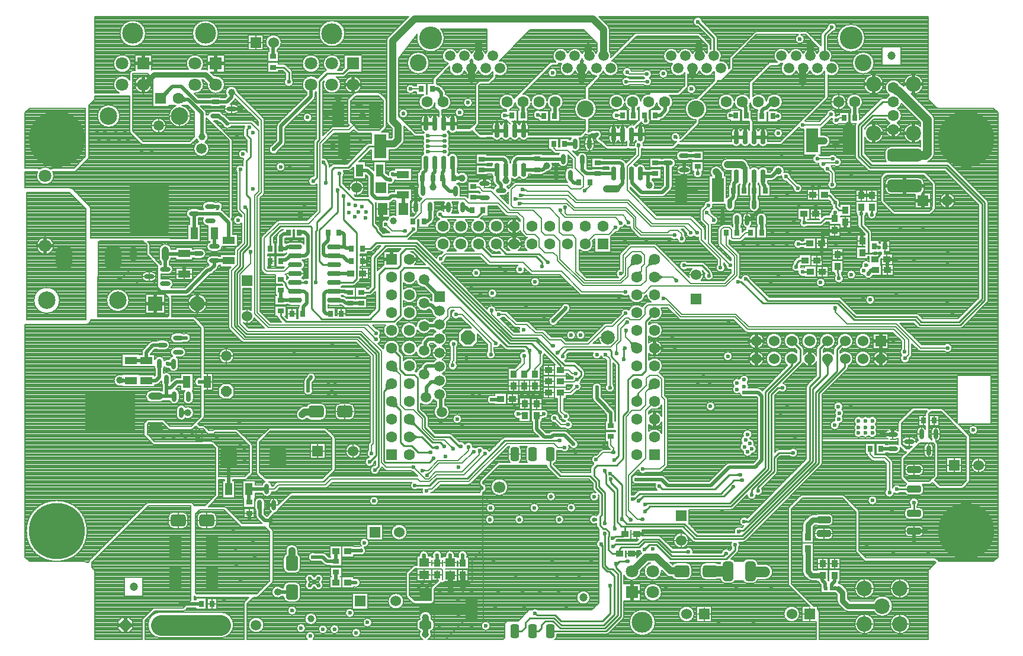
<source format=gbl>
G04*
G04 #@! TF.GenerationSoftware,Altium Limited,Altium Designer,19.1.8 (144)*
G04*
G04 Layer_Physical_Order=4*
G04 Layer_Color=16711680*
%FSLAX24Y24*%
%MOIN*%
G70*
G01*
G75*
%ADD11C,0.0098*%
%ADD13C,0.0071*%
%ADD14C,0.0079*%
%ADD21O,0.0591X0.0281*%
%ADD23O,0.0281X0.0591*%
G04:AMPARAMS|DCode=24|XSize=110.2mil|YSize=59.1mil|CornerRadius=14.8mil|HoleSize=0mil|Usage=FLASHONLY|Rotation=270.000|XOffset=0mil|YOffset=0mil|HoleType=Round|Shape=RoundedRectangle|*
%AMROUNDEDRECTD24*
21,1,0.1102,0.0295,0,0,270.0*
21,1,0.0807,0.0591,0,0,270.0*
1,1,0.0295,-0.0148,-0.0404*
1,1,0.0295,-0.0148,0.0404*
1,1,0.0295,0.0148,0.0404*
1,1,0.0295,0.0148,-0.0404*
%
%ADD24ROUNDEDRECTD24*%
%ADD31O,0.0295X0.0800*%
%ADD44O,0.0800X0.0295*%
G04:AMPARAMS|DCode=47|XSize=86.6mil|YSize=68.9mil|CornerRadius=17.2mil|HoleSize=0mil|Usage=FLASHONLY|Rotation=0.000|XOffset=0mil|YOffset=0mil|HoleType=Round|Shape=RoundedRectangle|*
%AMROUNDEDRECTD47*
21,1,0.0866,0.0344,0,0,0.0*
21,1,0.0522,0.0689,0,0,0.0*
1,1,0.0344,0.0261,-0.0172*
1,1,0.0344,-0.0261,-0.0172*
1,1,0.0344,-0.0261,0.0172*
1,1,0.0344,0.0261,0.0172*
%
%ADD47ROUNDEDRECTD47*%
%ADD91C,0.0669*%
%ADD92C,0.0630*%
%ADD93C,0.0984*%
%ADD96C,0.0827*%
%ADD103C,0.0709*%
%ADD106C,0.0866*%
%ADD113R,0.0630X0.0630*%
%ADD114R,0.0276X0.0354*%
%ADD115R,0.0354X0.0394*%
%ADD116R,0.0571X0.0453*%
%ADD117R,0.0354X0.0276*%
%ADD118R,0.0689X0.0413*%
%ADD119R,0.0394X0.0354*%
%ADD120R,0.0551X0.0709*%
%ADD121R,0.0413X0.0689*%
%ADD129C,0.0472*%
%ADD130C,0.0197*%
%ADD132C,0.0394*%
%ADD133C,0.0315*%
%ADD134C,0.0276*%
%ADD136C,0.0591*%
%ADD137C,0.0945*%
%ADD138C,0.1280*%
%ADD139P,0.0852X8X202.5*%
%ADD140C,0.0787*%
%ADD141C,0.1181*%
%ADD142R,0.0709X0.0709*%
%ADD143R,0.0630X0.0630*%
%ADD144C,0.0600*%
%ADD145R,0.0600X0.0600*%
%ADD146P,0.0639X8X292.5*%
%ADD147R,0.0827X0.0827*%
%ADD148C,0.3150*%
%ADD149R,0.0600X0.0600*%
%ADD150P,0.0639X8X202.5*%
%ADD151R,0.0591X0.0591*%
%ADD152C,0.0236*%
%ADD153C,0.0394*%
G04:AMPARAMS|DCode=186|XSize=128mil|YSize=90.6mil|CornerRadius=22.6mil|HoleSize=0mil|Usage=FLASHONLY|Rotation=270.000|XOffset=0mil|YOffset=0mil|HoleType=Round|Shape=RoundedRectangle|*
%AMROUNDEDRECTD186*
21,1,0.1280,0.0453,0,0,270.0*
21,1,0.0827,0.0906,0,0,270.0*
1,1,0.0453,-0.0226,-0.0413*
1,1,0.0453,-0.0226,0.0413*
1,1,0.0453,0.0226,0.0413*
1,1,0.0453,0.0226,-0.0413*
%
%ADD186ROUNDEDRECTD186*%
G04:AMPARAMS|DCode=187|XSize=86.6mil|YSize=68.9mil|CornerRadius=17.2mil|HoleSize=0mil|Usage=FLASHONLY|Rotation=90.000|XOffset=0mil|YOffset=0mil|HoleType=Round|Shape=RoundedRectangle|*
%AMROUNDEDRECTD187*
21,1,0.0866,0.0344,0,0,90.0*
21,1,0.0522,0.0689,0,0,90.0*
1,1,0.0344,0.0172,0.0261*
1,1,0.0344,0.0172,-0.0261*
1,1,0.0344,-0.0172,-0.0261*
1,1,0.0344,-0.0172,0.0261*
%
%ADD187ROUNDEDRECTD187*%
G04:AMPARAMS|DCode=188|XSize=194.9mil|YSize=70.9mil|CornerRadius=17.7mil|HoleSize=0mil|Usage=FLASHONLY|Rotation=180.000|XOffset=0mil|YOffset=0mil|HoleType=Round|Shape=RoundedRectangle|*
%AMROUNDEDRECTD188*
21,1,0.1949,0.0354,0,0,180.0*
21,1,0.1594,0.0709,0,0,180.0*
1,1,0.0354,-0.0797,0.0177*
1,1,0.0354,0.0797,0.0177*
1,1,0.0354,0.0797,-0.0177*
1,1,0.0354,-0.0797,-0.0177*
%
%ADD188ROUNDEDRECTD188*%
%ADD189R,0.0709X0.1339*%
G04:AMPARAMS|DCode=190|XSize=78.7mil|YSize=47.2mil|CornerRadius=11.8mil|HoleSize=0mil|Usage=FLASHONLY|Rotation=90.000|XOffset=0mil|YOffset=0mil|HoleType=Round|Shape=RoundedRectangle|*
%AMROUNDEDRECTD190*
21,1,0.0787,0.0236,0,0,90.0*
21,1,0.0551,0.0472,0,0,90.0*
1,1,0.0236,0.0118,0.0276*
1,1,0.0236,0.0118,-0.0276*
1,1,0.0236,-0.0118,-0.0276*
1,1,0.0236,-0.0118,0.0276*
%
%ADD190ROUNDEDRECTD190*%
%ADD191O,0.0394X0.0846*%
G04:AMPARAMS|DCode=192|XSize=279.5mil|YSize=218.5mil|CornerRadius=10.9mil|HoleSize=0mil|Usage=FLASHONLY|Rotation=90.000|XOffset=0mil|YOffset=0mil|HoleType=Round|Shape=RoundedRectangle|*
%AMROUNDEDRECTD192*
21,1,0.2795,0.1967,0,0,90.0*
21,1,0.2577,0.2185,0,0,90.0*
1,1,0.0219,0.0983,0.1288*
1,1,0.0219,0.0983,-0.1288*
1,1,0.0219,-0.0983,-0.1288*
1,1,0.0219,-0.0983,0.1288*
%
%ADD192ROUNDEDRECTD192*%
%ADD193R,0.0217X0.0236*%
G04:AMPARAMS|DCode=194|XSize=41.3mil|YSize=68.9mil|CornerRadius=10.3mil|HoleSize=0mil|Usage=FLASHONLY|Rotation=90.000|XOffset=0mil|YOffset=0mil|HoleType=Round|Shape=RoundedRectangle|*
%AMROUNDEDRECTD194*
21,1,0.0413,0.0482,0,0,90.0*
21,1,0.0207,0.0689,0,0,90.0*
1,1,0.0207,0.0241,0.0103*
1,1,0.0207,0.0241,-0.0103*
1,1,0.0207,-0.0241,-0.0103*
1,1,0.0207,-0.0241,0.0103*
%
%ADD194ROUNDEDRECTD194*%
G04:AMPARAMS|DCode=195|XSize=41.3mil|YSize=68.9mil|CornerRadius=10.3mil|HoleSize=0mil|Usage=FLASHONLY|Rotation=90.000|XOffset=0mil|YOffset=0mil|HoleType=Round|Shape=RoundedRectangle|*
%AMROUNDEDRECTD195*
21,1,0.0413,0.0482,0,0,90.0*
21,1,0.0207,0.0689,0,0,90.0*
1,1,0.0207,0.0241,0.0103*
1,1,0.0207,0.0241,-0.0103*
1,1,0.0207,-0.0241,-0.0103*
1,1,0.0207,-0.0241,0.0103*
%
%ADD195ROUNDEDRECTD195*%
G04:AMPARAMS|DCode=196|XSize=133.9mil|YSize=68.9mil|CornerRadius=17.2mil|HoleSize=0mil|Usage=FLASHONLY|Rotation=90.000|XOffset=0mil|YOffset=0mil|HoleType=Round|Shape=RoundedRectangle|*
%AMROUNDEDRECTD196*
21,1,0.1339,0.0344,0,0,90.0*
21,1,0.0994,0.0689,0,0,90.0*
1,1,0.0344,0.0172,0.0497*
1,1,0.0344,0.0172,-0.0497*
1,1,0.0344,-0.0172,-0.0497*
1,1,0.0344,-0.0172,0.0497*
%
%ADD196ROUNDEDRECTD196*%
G04:AMPARAMS|DCode=197|XSize=78.7mil|YSize=39.4mil|CornerRadius=9.8mil|HoleSize=0mil|Usage=FLASHONLY|Rotation=0.000|XOffset=0mil|YOffset=0mil|HoleType=Round|Shape=RoundedRectangle|*
%AMROUNDEDRECTD197*
21,1,0.0787,0.0197,0,0,0.0*
21,1,0.0591,0.0394,0,0,0.0*
1,1,0.0197,0.0295,-0.0098*
1,1,0.0197,-0.0295,-0.0098*
1,1,0.0197,-0.0295,0.0098*
1,1,0.0197,0.0295,0.0098*
%
%ADD197ROUNDEDRECTD197*%
G04:AMPARAMS|DCode=198|XSize=279.5mil|YSize=218.5mil|CornerRadius=10.9mil|HoleSize=0mil|Usage=FLASHONLY|Rotation=180.000|XOffset=0mil|YOffset=0mil|HoleType=Round|Shape=RoundedRectangle|*
%AMROUNDEDRECTD198*
21,1,0.2795,0.1967,0,0,180.0*
21,1,0.2577,0.2185,0,0,180.0*
1,1,0.0219,-0.1288,0.0983*
1,1,0.0219,0.1288,0.0983*
1,1,0.0219,0.1288,-0.0983*
1,1,0.0219,-0.1288,-0.0983*
%
%ADD198ROUNDEDRECTD198*%
%ADD199O,0.0846X0.0394*%
%ADD200C,0.1181*%
%ADD201C,0.0512*%
%ADD202C,0.0591*%
G36*
X34818Y36902D02*
X34818Y36898D01*
X34819Y36893D01*
X34821Y36888D01*
X34824Y36882D01*
X34827Y36876D01*
X34832Y36870D01*
X34837Y36863D01*
X34851Y36849D01*
X34795Y36793D01*
X34788Y36800D01*
X34774Y36812D01*
X34768Y36816D01*
X34762Y36820D01*
X34756Y36823D01*
X34751Y36825D01*
X34746Y36826D01*
X34742Y36826D01*
X34737Y36825D01*
X34818Y36906D01*
X34818Y36902D01*
D02*
G37*
G36*
X8908Y35776D02*
X8869Y35736D01*
X8807Y35663D01*
X8785Y35631D01*
X8768Y35602D01*
X8757Y35576D01*
X8751Y35552D01*
X8751Y35531D01*
X8756Y35513D01*
X8767Y35498D01*
X8490Y35775D01*
X8505Y35764D01*
X8523Y35759D01*
X8544Y35759D01*
X8568Y35765D01*
X8594Y35776D01*
X8623Y35793D01*
X8655Y35815D01*
X8690Y35843D01*
X8768Y35916D01*
X8908Y35776D01*
D02*
G37*
G36*
X12549Y35846D02*
Y35768D01*
X12548Y35767D01*
X12546Y35766D01*
X12544Y35765D01*
X12532Y35755D01*
X12505Y35733D01*
Y35882D01*
X12549Y35846D01*
D02*
G37*
G36*
X12543Y35638D02*
X12543Y35634D01*
X12542Y35628D01*
X12541Y35609D01*
X12539Y35522D01*
X12343D01*
X12338Y35640D01*
X12544D01*
X12543Y35638D01*
D02*
G37*
G36*
X9746Y35590D02*
X9764Y35566D01*
X9783Y35546D01*
X9803Y35528D01*
X9825Y35513D01*
X9849Y35500D01*
X9874Y35491D01*
X9901Y35484D01*
X9929Y35480D01*
X9958Y35478D01*
X9901Y35281D01*
X9875Y35280D01*
X9847Y35278D01*
X9820Y35273D01*
X9792Y35267D01*
X9763Y35259D01*
X9734Y35249D01*
X9675Y35223D01*
X9644Y35208D01*
X9614Y35191D01*
X9730Y35616D01*
X9746Y35590D01*
D02*
G37*
G36*
X34197Y34582D02*
X34206Y34575D01*
X34215Y34568D01*
X34225Y34563D01*
X34234Y34558D01*
X34244Y34554D01*
X34254Y34551D01*
X34265Y34549D01*
X34276Y34548D01*
X34287Y34547D01*
Y34469D01*
X34276Y34468D01*
X34265Y34467D01*
X34254Y34465D01*
X34244Y34462D01*
X34234Y34458D01*
X34225Y34453D01*
X34215Y34447D01*
X34206Y34441D01*
X34197Y34433D01*
X34189Y34425D01*
Y34591D01*
X34197Y34582D01*
D02*
G37*
G36*
X27918Y34563D02*
X27927Y34555D01*
X27936Y34549D01*
X27945Y34543D01*
X27955Y34538D01*
X27965Y34534D01*
X27975Y34531D01*
X27985Y34529D01*
X27996Y34528D01*
X28007Y34528D01*
Y34449D01*
X27996Y34448D01*
X27985Y34447D01*
X27975Y34445D01*
X27965Y34442D01*
X27955Y34438D01*
X27945Y34433D01*
X27936Y34428D01*
X27927Y34421D01*
X27918Y34414D01*
X27909Y34406D01*
Y34571D01*
X27918Y34563D01*
D02*
G37*
G36*
X40625Y34553D02*
X40634Y34545D01*
X40643Y34539D01*
X40652Y34533D01*
X40662Y34529D01*
X40672Y34525D01*
X40682Y34522D01*
X40692Y34519D01*
X40703Y34518D01*
X40714Y34518D01*
Y34439D01*
X40703Y34439D01*
X40692Y34437D01*
X40682Y34435D01*
X40672Y34432D01*
X40662Y34428D01*
X40652Y34423D01*
X40643Y34418D01*
X40634Y34411D01*
X40625Y34404D01*
X40616Y34396D01*
Y34561D01*
X40625Y34553D01*
D02*
G37*
G36*
X43095Y34366D02*
X43085Y34375D01*
X43076Y34383D01*
X43066Y34390D01*
X43056Y34396D01*
X43047Y34402D01*
X43037Y34406D01*
X43026Y34409D01*
X43016Y34411D01*
X43006Y34413D01*
X42995Y34413D01*
Y34484D01*
X43006Y34485D01*
X43016Y34486D01*
X43026Y34488D01*
X43037Y34492D01*
X43047Y34496D01*
X43056Y34501D01*
X43066Y34507D01*
X43076Y34514D01*
X43085Y34523D01*
X43095Y34532D01*
Y34366D01*
D02*
G37*
G36*
X46643Y34291D02*
X46636Y34283D01*
X46629Y34275D01*
X46623Y34267D01*
X46617Y34258D01*
X46612Y34248D01*
X46607Y34238D01*
X46602Y34228D01*
X46594Y34205D01*
X46591Y34193D01*
X46508Y34336D01*
X46518Y34334D01*
X46529Y34333D01*
X46539Y34332D01*
X46549Y34333D01*
X46559Y34335D01*
X46568Y34339D01*
X46577Y34343D01*
X46586Y34348D01*
X46595Y34355D01*
X46603Y34362D01*
X46643Y34291D01*
D02*
G37*
G36*
X35798Y34367D02*
X35799Y34356D01*
X35800Y34345D01*
X35803Y34335D01*
X35806Y34325D01*
X35809Y34316D01*
X35814Y34307D01*
X35819Y34299D01*
X35824Y34292D01*
X35831Y34285D01*
X35665D01*
X35672Y34292D01*
X35677Y34299D01*
X35682Y34307D01*
X35687Y34316D01*
X35690Y34325D01*
X35693Y34335D01*
X35696Y34345D01*
X35697Y34356D01*
X35698Y34367D01*
X35699Y34379D01*
X35797D01*
X35798Y34367D01*
D02*
G37*
G36*
X24364Y33274D02*
X24356Y33282D01*
X24347Y33289D01*
X24338Y33296D01*
X24328Y33301D01*
X24319Y33306D01*
X24309Y33310D01*
X24299Y33313D01*
X24288Y33315D01*
X24278Y33317D01*
X24267Y33317D01*
Y33396D01*
X24278Y33396D01*
X24288Y33397D01*
X24299Y33400D01*
X24309Y33403D01*
X24319Y33407D01*
X24328Y33411D01*
X24338Y33417D01*
X24347Y33423D01*
X24356Y33431D01*
X24364Y33439D01*
Y33274D01*
D02*
G37*
G36*
X23567Y33431D02*
X23576Y33423D01*
X23585Y33417D01*
X23595Y33411D01*
X23604Y33407D01*
X23614Y33403D01*
X23625Y33400D01*
X23635Y33397D01*
X23646Y33396D01*
X23657Y33396D01*
Y33317D01*
X23646Y33317D01*
X23635Y33315D01*
X23625Y33313D01*
X23614Y33310D01*
X23604Y33306D01*
X23595Y33301D01*
X23585Y33296D01*
X23576Y33289D01*
X23567Y33282D01*
X23559Y33274D01*
Y33439D01*
X23567Y33431D01*
D02*
G37*
G36*
X24364Y32978D02*
X24356Y32987D01*
X24347Y32994D01*
X24338Y33000D01*
X24328Y33006D01*
X24319Y33011D01*
X24309Y33015D01*
X24299Y33018D01*
X24288Y33020D01*
X24278Y33021D01*
X24267Y33022D01*
Y33100D01*
X24278Y33101D01*
X24288Y33102D01*
X24299Y33104D01*
X24309Y33107D01*
X24319Y33111D01*
X24328Y33116D01*
X24338Y33122D01*
X24347Y33128D01*
X24356Y33135D01*
X24364Y33144D01*
Y32978D01*
D02*
G37*
G36*
X23567Y33135D02*
X23576Y33128D01*
X23585Y33122D01*
X23595Y33116D01*
X23604Y33111D01*
X23614Y33107D01*
X23625Y33104D01*
X23635Y33102D01*
X23646Y33101D01*
X23657Y33100D01*
Y33022D01*
X23646Y33021D01*
X23635Y33020D01*
X23625Y33018D01*
X23614Y33015D01*
X23604Y33011D01*
X23595Y33006D01*
X23585Y33000D01*
X23576Y32994D01*
X23567Y32987D01*
X23559Y32978D01*
Y33144D01*
X23567Y33135D01*
D02*
G37*
G36*
X24364Y32680D02*
X24356Y32689D01*
X24347Y32696D01*
X24338Y32702D01*
X24328Y32708D01*
X24319Y32713D01*
X24309Y32717D01*
X24299Y32720D01*
X24288Y32722D01*
X24278Y32723D01*
X24267Y32724D01*
Y32802D01*
X24278Y32803D01*
X24288Y32804D01*
X24299Y32806D01*
X24309Y32809D01*
X24319Y32813D01*
X24328Y32818D01*
X24338Y32824D01*
X24347Y32830D01*
X24356Y32837D01*
X24364Y32846D01*
Y32680D01*
D02*
G37*
G36*
X23565Y32837D02*
X23573Y32830D01*
X23583Y32824D01*
X23592Y32818D01*
X23602Y32813D01*
X23612Y32809D01*
X23622Y32806D01*
X23632Y32804D01*
X23643Y32803D01*
X23654Y32802D01*
Y32724D01*
X23643Y32723D01*
X23632Y32722D01*
X23622Y32720D01*
X23612Y32717D01*
X23602Y32713D01*
X23592Y32708D01*
X23583Y32702D01*
X23573Y32696D01*
X23565Y32689D01*
X23556Y32680D01*
Y32846D01*
X23565Y32837D01*
D02*
G37*
G36*
X35432Y32729D02*
X35422Y32721D01*
X35413Y32714D01*
X35406Y32706D01*
X35399Y32697D01*
X35393Y32688D01*
X35388Y32679D01*
X35385Y32670D01*
X35382Y32660D01*
X35381Y32649D01*
X35380Y32638D01*
X35309Y32652D01*
X35309Y32662D01*
X35308Y32672D01*
X35306Y32682D01*
X35303Y32693D01*
X35299Y32704D01*
X35295Y32714D01*
X35290Y32725D01*
X35284Y32736D01*
X35269Y32758D01*
X35432Y32729D01*
D02*
G37*
G36*
X23572Y32537D02*
X23580Y32529D01*
X23589Y32522D01*
X23598Y32516D01*
X23607Y32511D01*
X23617Y32507D01*
X23627Y32504D01*
X23637Y32502D01*
X23648Y32500D01*
X23659Y32500D01*
X23654Y32421D01*
X23643Y32421D01*
X23632Y32420D01*
X23622Y32418D01*
X23612Y32415D01*
X23601Y32411D01*
X23592Y32406D01*
X23582Y32401D01*
X23572Y32395D01*
X23563Y32388D01*
X23554Y32380D01*
X23564Y32545D01*
X23572Y32537D01*
D02*
G37*
G36*
X24364Y32378D02*
X24356Y32386D01*
X24347Y32394D01*
X24338Y32400D01*
X24328Y32406D01*
X24319Y32410D01*
X24309Y32414D01*
X24299Y32417D01*
X24288Y32420D01*
X24278Y32421D01*
X24267Y32421D01*
Y32500D01*
X24278Y32500D01*
X24288Y32502D01*
X24299Y32504D01*
X24309Y32507D01*
X24319Y32511D01*
X24328Y32516D01*
X24338Y32521D01*
X24347Y32528D01*
X24356Y32535D01*
X24364Y32543D01*
Y32378D01*
D02*
G37*
G36*
X45927Y31799D02*
X45916Y31799D01*
X45905Y31797D01*
X45896Y31795D01*
X45888Y31792D01*
X45881Y31787D01*
X45876Y31782D01*
X45872Y31776D01*
X45869Y31769D01*
X45867Y31761D01*
X45866Y31752D01*
X45767Y31869D01*
X45903Y31870D01*
X45927Y31799D01*
D02*
G37*
G36*
X17743Y31819D02*
X17743Y31810D01*
X17744Y31801D01*
X17746Y31792D01*
X17749Y31783D01*
X17753Y31775D01*
X17758Y31766D01*
X17764Y31757D01*
X17771Y31748D01*
X17779Y31739D01*
X17694Y31685D01*
X17686Y31693D01*
X17669Y31707D01*
X17660Y31714D01*
X17651Y31719D01*
X17643Y31724D01*
X17634Y31728D01*
X17625Y31731D01*
X17616Y31734D01*
X17607Y31736D01*
X17745Y31828D01*
X17743Y31819D01*
D02*
G37*
G36*
X38721Y31402D02*
X38722Y31391D01*
X38724Y31380D01*
X38727Y31370D01*
X38731Y31360D01*
X38736Y31351D01*
X38742Y31341D01*
X38748Y31332D01*
X38756Y31323D01*
X38764Y31315D01*
X38598D01*
X38607Y31323D01*
X38614Y31332D01*
X38621Y31341D01*
X38626Y31351D01*
X38631Y31360D01*
X38635Y31370D01*
X38638Y31380D01*
X38640Y31391D01*
X38641Y31402D01*
X38642Y31413D01*
X38720D01*
X38721Y31402D01*
D02*
G37*
G36*
X27993Y31094D02*
X27996Y31056D01*
X27998Y31039D01*
X28002Y31024D01*
X28006Y31010D01*
X28011Y30997D01*
X28017Y30986D01*
X28024Y30976D01*
X28031Y30967D01*
X27756D01*
X27763Y30976D01*
X27770Y30986D01*
X27776Y30997D01*
X27781Y31010D01*
X27785Y31024D01*
X27789Y31039D01*
X27792Y31056D01*
X27794Y31074D01*
X27795Y31115D01*
X27992D01*
X27993Y31094D01*
D02*
G37*
G36*
X25286Y30833D02*
X25278Y30840D01*
X25268Y30847D01*
X25256Y30852D01*
X25244Y30857D01*
X25229Y30862D01*
X25214Y30865D01*
X25197Y30868D01*
X25179Y30870D01*
X25138Y30871D01*
X25132Y31068D01*
X25153Y31068D01*
X25191Y31072D01*
X25208Y31074D01*
X25223Y31078D01*
X25237Y31083D01*
X25250Y31088D01*
X25261Y31094D01*
X25271Y31101D01*
X25279Y31109D01*
X25286Y30833D01*
D02*
G37*
G36*
X17815Y30845D02*
X17816Y30834D01*
X17818Y30823D01*
X17820Y30813D01*
X17823Y30803D01*
X17827Y30794D01*
X17831Y30786D01*
X17836Y30778D01*
X17842Y30770D01*
X17848Y30763D01*
X17683D01*
X17689Y30770D01*
X17695Y30778D01*
X17700Y30786D01*
X17704Y30794D01*
X17708Y30803D01*
X17711Y30813D01*
X17714Y30823D01*
X17715Y30834D01*
X17716Y30845D01*
X17717Y30857D01*
X17815D01*
X17815Y30845D01*
D02*
G37*
G36*
X23894Y30715D02*
X23897Y30677D01*
X23900Y30660D01*
X23903Y30645D01*
X23908Y30631D01*
X23913Y30618D01*
X23919Y30607D01*
X23926Y30597D01*
X23934Y30589D01*
X23659Y30581D01*
X23666Y30590D01*
X23672Y30599D01*
X23678Y30611D01*
X23683Y30624D01*
X23687Y30638D01*
X23690Y30653D01*
X23693Y30670D01*
X23696Y30708D01*
X23696Y30730D01*
X23893Y30736D01*
X23894Y30715D01*
D02*
G37*
G36*
X34504Y30585D02*
X34470Y30551D01*
X34391Y30459D01*
X34370Y30432D01*
X34354Y30407D01*
X34340Y30383D01*
X34330Y30361D01*
X34323Y30341D01*
X34320Y30323D01*
X34102Y30540D01*
X34121Y30544D01*
X34141Y30551D01*
X34163Y30561D01*
X34186Y30574D01*
X34212Y30591D01*
X34239Y30611D01*
X34298Y30661D01*
X34364Y30724D01*
X34504Y30585D01*
D02*
G37*
G36*
X32489Y30367D02*
X32482Y30359D01*
X32475Y30350D01*
X32469Y30341D01*
X32464Y30332D01*
X32460Y30322D01*
X32457Y30312D01*
X32454Y30301D01*
X32452Y30290D01*
X32451Y30279D01*
X32451Y30267D01*
X32334Y30384D01*
X32346Y30384D01*
X32357Y30385D01*
X32368Y30387D01*
X32379Y30390D01*
X32389Y30393D01*
X32399Y30397D01*
X32408Y30403D01*
X32417Y30408D01*
X32426Y30415D01*
X32434Y30422D01*
X32489Y30367D01*
D02*
G37*
G36*
X28928Y30362D02*
X28935Y30353D01*
X28942Y30345D01*
X28950Y30338D01*
X28958Y30332D01*
X28967Y30327D01*
X28977Y30324D01*
X28986Y30321D01*
X28997Y30319D01*
X29008Y30319D01*
X28987Y30248D01*
X28977Y30248D01*
X28967Y30246D01*
X28957Y30245D01*
X28946Y30242D01*
X28936Y30239D01*
X28913Y30231D01*
X28902Y30225D01*
X28878Y30213D01*
X28922Y30372D01*
X28928Y30362D01*
D02*
G37*
G36*
X18482Y30204D02*
X18476Y30197D01*
X18471Y30189D01*
X18467Y30180D01*
X18463Y30171D01*
X18460Y30161D01*
X18458Y30151D01*
X18456Y30140D01*
X18455Y30129D01*
X18455Y30117D01*
X18356D01*
X18356Y30129D01*
X18355Y30140D01*
X18353Y30151D01*
X18351Y30161D01*
X18348Y30171D01*
X18344Y30180D01*
X18340Y30189D01*
X18335Y30197D01*
X18329Y30204D01*
X18323Y30211D01*
X18488D01*
X18482Y30204D01*
D02*
G37*
G36*
X28823Y30084D02*
X28832Y30077D01*
X28841Y30070D01*
X28851Y30065D01*
X28860Y30060D01*
X28870Y30056D01*
X28880Y30053D01*
X28891Y30051D01*
X28902Y30050D01*
X28913Y30049D01*
Y29970D01*
X28902Y29970D01*
X28891Y29969D01*
X28880Y29967D01*
X28870Y29964D01*
X28860Y29960D01*
X28851Y29955D01*
X28841Y29949D01*
X28832Y29943D01*
X28823Y29935D01*
X28815Y29927D01*
Y30093D01*
X28823Y30084D01*
D02*
G37*
G36*
X18836Y29879D02*
X18830Y29872D01*
X18825Y29864D01*
X18821Y29855D01*
X18817Y29846D01*
X18814Y29837D01*
X18812Y29826D01*
X18810Y29816D01*
X18809Y29804D01*
X18809Y29792D01*
X18711D01*
X18710Y29804D01*
X18709Y29816D01*
X18708Y29826D01*
X18705Y29837D01*
X18702Y29846D01*
X18699Y29855D01*
X18694Y29864D01*
X18689Y29872D01*
X18684Y29879D01*
X18677Y29886D01*
X18843D01*
X18836Y29879D01*
D02*
G37*
G36*
X28505Y29871D02*
X28515Y29863D01*
X28524Y29856D01*
X28534Y29850D01*
X28544Y29844D01*
X28554Y29840D01*
X28564Y29837D01*
X28574Y29835D01*
X28584Y29833D01*
X28595Y29833D01*
Y29762D01*
X28584Y29761D01*
X28574Y29760D01*
X28564Y29758D01*
X28554Y29754D01*
X28544Y29750D01*
X28534Y29745D01*
X28524Y29739D01*
X28515Y29732D01*
X28505Y29724D01*
X28496Y29715D01*
Y29880D01*
X28505Y29871D01*
D02*
G37*
G36*
X28742Y29616D02*
X28751Y29608D01*
X28761Y29601D01*
X28772Y29595D01*
X28782Y29590D01*
X28792Y29586D01*
X28802Y29583D01*
X28812Y29581D01*
X28823Y29579D01*
X28833Y29579D01*
X28837Y29508D01*
X28826Y29507D01*
X28816Y29506D01*
X28806Y29503D01*
X28796Y29500D01*
X28786Y29496D01*
X28776Y29490D01*
X28767Y29484D01*
X28758Y29477D01*
X28749Y29468D01*
X28740Y29459D01*
X28732Y29624D01*
X28742Y29616D01*
D02*
G37*
G36*
X13322Y29306D02*
X13323Y29303D01*
X13325Y29300D01*
X13327Y29296D01*
X13331Y29291D01*
X13340Y29279D01*
X13362Y29257D01*
X13292Y29188D01*
X13284Y29196D01*
X13254Y29222D01*
X13250Y29225D01*
X13246Y29226D01*
X13243Y29227D01*
X13241Y29227D01*
X13322Y29308D01*
X13322Y29306D01*
D02*
G37*
G36*
X31284Y29237D02*
X31276Y29228D01*
X31269Y29218D01*
X31263Y29208D01*
X31258Y29198D01*
X31254Y29188D01*
X31250Y29178D01*
X31248Y29168D01*
X31247Y29158D01*
X31246Y29147D01*
X31175D01*
X31175Y29158D01*
X31173Y29168D01*
X31171Y29178D01*
X31168Y29188D01*
X31163Y29198D01*
X31158Y29208D01*
X31152Y29218D01*
X31145Y29228D01*
X31137Y29237D01*
X31128Y29246D01*
X31293D01*
X31284Y29237D01*
D02*
G37*
G36*
X47933Y29113D02*
X47934Y29102D01*
X47936Y29091D01*
X47938Y29081D01*
X47941Y29071D01*
X47945Y29062D01*
X47949Y29053D01*
X47954Y29045D01*
X47960Y29038D01*
X47967Y29031D01*
X47801D01*
X47808Y29038D01*
X47813Y29045D01*
X47818Y29053D01*
X47823Y29062D01*
X47826Y29071D01*
X47829Y29081D01*
X47832Y29091D01*
X47833Y29102D01*
X47834Y29113D01*
X47835Y29125D01*
X47933D01*
X47933Y29113D01*
D02*
G37*
G36*
X48524Y29074D02*
X48525Y29062D01*
X48527Y29052D01*
X48529Y29041D01*
X48532Y29032D01*
X48536Y29023D01*
X48540Y29014D01*
X48545Y29006D01*
X48551Y28999D01*
X48557Y28992D01*
X48392D01*
X48398Y28999D01*
X48404Y29006D01*
X48409Y29014D01*
X48413Y29023D01*
X48417Y29032D01*
X48420Y29041D01*
X48422Y29052D01*
X48424Y29062D01*
X48425Y29074D01*
X48425Y29086D01*
X48524D01*
X48524Y29074D01*
D02*
G37*
G36*
X31017Y29065D02*
X31014Y29061D01*
X31012Y29056D01*
X31010Y29049D01*
X31008Y29042D01*
X31007Y29034D01*
X31005Y29015D01*
X31005Y28992D01*
X30934D01*
X30933Y29000D01*
X30933Y29007D01*
X30932Y29013D01*
X30930Y29019D01*
X30928Y29024D01*
X30926Y29028D01*
X30923Y29032D01*
X30919Y29035D01*
X30915Y29037D01*
X30911Y29038D01*
X31019Y29069D01*
X31017Y29065D01*
D02*
G37*
G36*
X46467Y28919D02*
X46460Y28914D01*
X46453Y28909D01*
X46447Y28903D01*
X46442Y28897D01*
X46437Y28889D01*
X46434Y28880D01*
X46431Y28871D01*
X46429Y28860D01*
X46428Y28849D01*
X46427Y28837D01*
X46329Y28877D01*
X46329Y28889D01*
X46326Y28922D01*
X46324Y28932D01*
X46320Y28950D01*
X46318Y28958D01*
X46315Y28966D01*
X46311Y28974D01*
X46467Y28919D01*
D02*
G37*
G36*
X24306Y28892D02*
X24307Y28890D01*
X24309Y28886D01*
X24311Y28882D01*
X24315Y28877D01*
X24325Y28866D01*
X24346Y28844D01*
X24276Y28774D01*
X24268Y28782D01*
X24238Y28809D01*
X24234Y28811D01*
X24230Y28813D01*
X24228Y28814D01*
X24226Y28814D01*
X24306Y28894D01*
X24306Y28892D01*
D02*
G37*
G36*
X34698Y28624D02*
X34706Y28617D01*
X34715Y28612D01*
X34725Y28607D01*
X34735Y28603D01*
X34746Y28599D01*
X34757Y28597D01*
X34769Y28595D01*
X34781Y28594D01*
X34794Y28594D01*
X34677Y28477D01*
X34677Y28490D01*
X34676Y28502D01*
X34674Y28514D01*
X34671Y28525D01*
X34668Y28536D01*
X34664Y28546D01*
X34659Y28556D01*
X34654Y28564D01*
X34647Y28573D01*
X34640Y28581D01*
X34690Y28631D01*
X34698Y28624D01*
D02*
G37*
G36*
X34253Y28583D02*
X34262Y28576D01*
X34271Y28571D01*
X34280Y28566D01*
X34290Y28562D01*
X34301Y28559D01*
X34312Y28556D01*
X34324Y28554D01*
X34336Y28553D01*
X34349Y28553D01*
X34232Y28436D01*
X34232Y28449D01*
X34231Y28462D01*
X34229Y28473D01*
X34227Y28485D01*
X34223Y28495D01*
X34219Y28505D01*
X34215Y28515D01*
X34209Y28524D01*
X34203Y28532D01*
X34196Y28540D01*
X34246Y28590D01*
X34253Y28583D01*
D02*
G37*
G36*
X22130Y27900D02*
X22121Y27909D01*
X22111Y27917D01*
X22102Y27924D01*
X22092Y27930D01*
X22082Y27935D01*
X22072Y27939D01*
X22062Y27943D01*
X22052Y27945D01*
X22042Y27946D01*
X22031Y27947D01*
Y28018D01*
X22042Y28018D01*
X22052Y28020D01*
X22062Y28022D01*
X22072Y28025D01*
X22082Y28030D01*
X22092Y28035D01*
X22102Y28041D01*
X22111Y28048D01*
X22121Y28056D01*
X22130Y28065D01*
Y27900D01*
D02*
G37*
G36*
X38555Y28032D02*
X38563Y28025D01*
X38572Y28020D01*
X38581Y28015D01*
X38591Y28011D01*
X38602Y28008D01*
X38613Y28005D01*
X38625Y28003D01*
X38637Y28002D01*
X38650Y28002D01*
X38533Y27885D01*
X38533Y27898D01*
X38532Y27910D01*
X38530Y27922D01*
X38528Y27933D01*
X38525Y27944D01*
X38521Y27954D01*
X38516Y27964D01*
X38510Y27972D01*
X38504Y27981D01*
X38497Y27989D01*
X38547Y28039D01*
X38555Y28032D01*
D02*
G37*
G36*
X48846Y27173D02*
X48750Y27052D01*
X48749Y27058D01*
X48747Y27064D01*
X48743Y27069D01*
X48739Y27074D01*
X48733Y27078D01*
X48725Y27081D01*
X48717Y27083D01*
X48707Y27085D01*
X48695Y27086D01*
X48683Y27087D01*
X48709Y27185D01*
X48846Y27173D01*
D02*
G37*
G36*
X48863Y26659D02*
X48856Y26666D01*
X48848Y26671D01*
X48840Y26677D01*
X48832Y26681D01*
X48823Y26685D01*
X48813Y26688D01*
X48809Y26688D01*
X48805Y26688D01*
X48795Y26685D01*
X48786Y26681D01*
X48778Y26677D01*
X48770Y26671D01*
X48762Y26666D01*
X48756Y26659D01*
Y26825D01*
X48762Y26818D01*
X48770Y26813D01*
X48778Y26808D01*
X48786Y26803D01*
X48795Y26800D01*
X48805Y26797D01*
X48809Y26796D01*
X48813Y26797D01*
X48823Y26800D01*
X48832Y26803D01*
X48840Y26808D01*
X48848Y26813D01*
X48856Y26818D01*
X48863Y26825D01*
Y26659D01*
D02*
G37*
G36*
X48587D02*
X48580Y26666D01*
X48573Y26671D01*
X48565Y26677D01*
X48556Y26681D01*
X48547Y26685D01*
X48537Y26688D01*
X48527Y26690D01*
X48516Y26692D01*
X48505Y26693D01*
X48493Y26693D01*
Y26791D01*
X48505Y26792D01*
X48516Y26793D01*
X48527Y26794D01*
X48537Y26797D01*
X48547Y26800D01*
X48556Y26803D01*
X48565Y26808D01*
X48573Y26813D01*
X48580Y26818D01*
X48587Y26825D01*
Y26659D01*
D02*
G37*
G36*
X13586Y26724D02*
X13579Y26715D01*
X13573Y26705D01*
X13568Y26695D01*
X13563Y26685D01*
X13560Y26675D01*
X13557Y26665D01*
X13555Y26654D01*
X13554Y26644D01*
X13553Y26633D01*
X13474Y26626D01*
X13474Y26637D01*
X13473Y26648D01*
X13470Y26658D01*
X13467Y26668D01*
X13463Y26678D01*
X13458Y26687D01*
X13452Y26696D01*
X13445Y26704D01*
X13437Y26712D01*
X13429Y26720D01*
X13593Y26734D01*
X13586Y26724D01*
D02*
G37*
G36*
X30164Y26373D02*
X30172Y26366D01*
X30181Y26359D01*
X30190Y26354D01*
X30199Y26349D01*
X30208Y26345D01*
X30217Y26342D01*
X30226Y26340D01*
X30236Y26339D01*
X30245Y26339D01*
X30128Y26222D01*
X30128Y26231D01*
X30126Y26240D01*
X30124Y26249D01*
X30121Y26259D01*
X30118Y26268D01*
X30113Y26277D01*
X30107Y26285D01*
X30101Y26294D01*
X30093Y26303D01*
X30085Y26312D01*
X30155Y26381D01*
X30164Y26373D01*
D02*
G37*
G36*
X29971Y26151D02*
X29972Y26139D01*
X29973Y26128D01*
X29976Y26118D01*
X29979Y26108D01*
X29983Y26099D01*
X29987Y26091D01*
X29992Y26083D01*
X29998Y26075D01*
X30004Y26069D01*
X29839D01*
X29845Y26075D01*
X29851Y26083D01*
X29856Y26091D01*
X29860Y26099D01*
X29864Y26108D01*
X29867Y26118D01*
X29869Y26128D01*
X29871Y26139D01*
X29872Y26151D01*
X29872Y26162D01*
X29970D01*
X29971Y26151D01*
D02*
G37*
G36*
X44298Y26116D02*
X44298Y26104D01*
X44300Y26082D01*
X44302Y26072D01*
X44304Y26062D01*
X44307Y26052D01*
X44310Y26043D01*
X44313Y26034D01*
X44317Y26026D01*
X44322Y26018D01*
X44161Y26055D01*
X44168Y26061D01*
X44175Y26066D01*
X44181Y26073D01*
X44186Y26081D01*
X44190Y26089D01*
X44193Y26098D01*
X44196Y26108D01*
X44198Y26118D01*
X44199Y26129D01*
X44200Y26141D01*
X44298Y26116D01*
D02*
G37*
G36*
X36237Y26085D02*
X36188Y26084D01*
X36064Y26075D01*
X36029Y26069D01*
X35999Y26062D01*
X35972Y26053D01*
X35949Y26042D01*
X35929Y26030D01*
X35913Y26017D01*
X35858Y26073D01*
X35871Y26089D01*
X35883Y26108D01*
X35893Y26131D01*
X35902Y26158D01*
X35910Y26189D01*
X35916Y26223D01*
X35920Y26261D01*
X35925Y26348D01*
X35925Y26396D01*
X36237Y26085D01*
D02*
G37*
G36*
X35237D02*
X35188Y26084D01*
X35064Y26075D01*
X35029Y26069D01*
X34999Y26062D01*
X34972Y26053D01*
X34949Y26042D01*
X34929Y26030D01*
X34913Y26017D01*
X34858Y26073D01*
X34871Y26089D01*
X34883Y26108D01*
X34893Y26131D01*
X34902Y26158D01*
X34910Y26189D01*
X34916Y26223D01*
X34920Y26261D01*
X34925Y26348D01*
X34925Y26396D01*
X35237Y26085D01*
D02*
G37*
G36*
X35540Y25712D02*
X35527Y25698D01*
X35517Y25683D01*
X35509Y25667D01*
X35504Y25651D01*
X35500Y25635D01*
X35500Y25617D01*
X35501Y25600D01*
X35505Y25581D01*
X35512Y25562D01*
X35521Y25542D01*
X35292Y25710D01*
X35314Y25707D01*
X35337Y25706D01*
X35358Y25707D01*
X35378Y25710D01*
X35398Y25715D01*
X35417Y25722D01*
X35435Y25730D01*
X35452Y25741D01*
X35469Y25753D01*
X35485Y25768D01*
X35540Y25712D01*
D02*
G37*
G36*
X44668Y25755D02*
X44675Y25750D01*
X44683Y25745D01*
X44692Y25740D01*
X44701Y25737D01*
X44711Y25734D01*
X44721Y25731D01*
X44732Y25730D01*
X44743Y25729D01*
X44755Y25728D01*
Y25630D01*
X44743Y25630D01*
X44732Y25629D01*
X44721Y25627D01*
X44711Y25625D01*
X44701Y25622D01*
X44692Y25618D01*
X44683Y25614D01*
X44675Y25608D01*
X44668Y25603D01*
X44661Y25596D01*
Y25762D01*
X44668Y25755D01*
D02*
G37*
G36*
X37378Y25356D02*
X37386Y25349D01*
X37395Y25343D01*
X37404Y25338D01*
X37414Y25334D01*
X37424Y25331D01*
X37435Y25328D01*
X37446Y25326D01*
X37457Y25325D01*
X37469Y25325D01*
X37352Y25208D01*
X37352Y25220D01*
X37351Y25231D01*
X37349Y25242D01*
X37346Y25253D01*
X37343Y25263D01*
X37339Y25273D01*
X37334Y25282D01*
X37328Y25291D01*
X37321Y25300D01*
X37314Y25308D01*
X37369Y25363D01*
X37378Y25356D01*
D02*
G37*
G36*
X36500Y25586D02*
X36595Y25504D01*
X36623Y25484D01*
X36650Y25468D01*
X36675Y25455D01*
X36699Y25446D01*
X36721Y25441D01*
X36742Y25439D01*
Y25360D01*
X36721Y25358D01*
X36699Y25353D01*
X36675Y25344D01*
X36650Y25331D01*
X36623Y25315D01*
X36595Y25295D01*
X36565Y25271D01*
X36500Y25214D01*
X36465Y25179D01*
Y25620D01*
X36500Y25586D01*
D02*
G37*
G36*
X17244Y25245D02*
X17245Y25234D01*
X17247Y25223D01*
X17249Y25213D01*
X17252Y25203D01*
X17256Y25194D01*
X17260Y25185D01*
X17266Y25177D01*
X17271Y25170D01*
X17278Y25163D01*
X17112D01*
X17119Y25170D01*
X17124Y25177D01*
X17129Y25185D01*
X17134Y25194D01*
X17137Y25203D01*
X17140Y25213D01*
X17143Y25223D01*
X17144Y25234D01*
X17145Y25245D01*
X17146Y25257D01*
X17244D01*
X17244Y25245D01*
D02*
G37*
G36*
X16559Y25007D02*
X16552Y25013D01*
X16545Y25019D01*
X16537Y25024D01*
X16528Y25028D01*
X16519Y25032D01*
X16509Y25035D01*
X16499Y25037D01*
X16488Y25039D01*
X16477Y25040D01*
X16465Y25040D01*
X16466Y25139D01*
X16478Y25139D01*
X16489Y25140D01*
X16500Y25142D01*
X16510Y25144D01*
X16520Y25147D01*
X16529Y25151D01*
X16538Y25155D01*
X16546Y25160D01*
X16553Y25166D01*
X16560Y25172D01*
X16559Y25007D01*
D02*
G37*
G36*
X15964Y24516D02*
X15957Y24521D01*
X15947Y24525D01*
X15935Y24529D01*
X15920Y24532D01*
X15902Y24535D01*
X15860Y24539D01*
X15806Y24541D01*
X15776Y24541D01*
Y24640D01*
X15806Y24640D01*
X15902Y24646D01*
X15920Y24649D01*
X15935Y24652D01*
X15947Y24656D01*
X15957Y24660D01*
X15964Y24665D01*
Y24516D01*
D02*
G37*
G36*
X46502Y23559D02*
X46494Y23550D01*
X46488Y23541D01*
X46482Y23531D01*
X46477Y23522D01*
X46473Y23512D01*
X46470Y23501D01*
X46468Y23491D01*
X46467Y23480D01*
X46467Y23469D01*
X46388D01*
X46387Y23480D01*
X46386Y23491D01*
X46384Y23501D01*
X46381Y23512D01*
X46377Y23522D01*
X46372Y23531D01*
X46367Y23541D01*
X46360Y23550D01*
X46353Y23559D01*
X46344Y23567D01*
X46510D01*
X46502Y23559D01*
D02*
G37*
G36*
X27156Y23444D02*
X27149Y23435D01*
X27142Y23426D01*
X27137Y23416D01*
X27132Y23406D01*
X27129Y23396D01*
X27126Y23386D01*
X27124Y23375D01*
X27123Y23364D01*
X27122Y23354D01*
X27043Y23349D01*
X27043Y23360D01*
X27042Y23371D01*
X27039Y23381D01*
X27036Y23391D01*
X27032Y23401D01*
X27027Y23411D01*
X27021Y23420D01*
X27015Y23428D01*
X27007Y23437D01*
X26998Y23445D01*
X27164Y23453D01*
X27156Y23444D01*
D02*
G37*
G36*
X24365Y22892D02*
X24340Y22866D01*
X24265Y22782D01*
X24253Y22765D01*
X24244Y22750D01*
X24238Y22737D01*
X24234Y22726D01*
X24232Y22716D01*
X24134Y22815D01*
X24143Y22816D01*
X24155Y22820D01*
X24168Y22827D01*
X24182Y22836D01*
X24199Y22848D01*
X24238Y22880D01*
X24283Y22922D01*
X24309Y22947D01*
X24365Y22892D01*
D02*
G37*
G36*
X34704Y22746D02*
X34692Y22746D01*
X34680Y22745D01*
X34669Y22743D01*
X34658Y22740D01*
X34648Y22737D01*
X34639Y22732D01*
X34629Y22727D01*
X34620Y22722D01*
X34612Y22715D01*
X34604Y22707D01*
X34548Y22763D01*
X34555Y22771D01*
X34562Y22780D01*
X34568Y22789D01*
X34573Y22798D01*
X34577Y22808D01*
X34581Y22818D01*
X34583Y22829D01*
X34585Y22840D01*
X34586Y22851D01*
X34587Y22863D01*
X34704Y22746D01*
D02*
G37*
G36*
X34715Y22300D02*
X34706Y22294D01*
X34698Y22287D01*
X34690Y22280D01*
X34684Y22273D01*
X34679Y22264D01*
X34674Y22255D01*
X34671Y22246D01*
X34668Y22236D01*
X34667Y22225D01*
X34666Y22214D01*
X34587Y22236D01*
X34587Y22247D01*
X34586Y22257D01*
X34585Y22268D01*
X34582Y22278D01*
X34579Y22289D01*
X34576Y22299D01*
X34572Y22310D01*
X34562Y22331D01*
X34556Y22342D01*
X34715Y22300D01*
D02*
G37*
G36*
X20488Y22029D02*
X20496Y22023D01*
X20505Y22017D01*
X20514Y22012D01*
X20524Y22007D01*
X20534Y22004D01*
X20545Y22001D01*
X20556Y21999D01*
X20568Y21998D01*
X20580Y21998D01*
X20463Y21881D01*
X20462Y21893D01*
X20461Y21904D01*
X20459Y21916D01*
X20457Y21926D01*
X20453Y21936D01*
X20449Y21946D01*
X20444Y21955D01*
X20438Y21964D01*
X20431Y21973D01*
X20424Y21981D01*
X20480Y22037D01*
X20488Y22029D01*
D02*
G37*
G36*
X27240Y21822D02*
X27248Y21816D01*
X27257Y21810D01*
X27266Y21805D01*
X27276Y21801D01*
X27286Y21797D01*
X27297Y21795D01*
X27308Y21793D01*
X27320Y21792D01*
X27332Y21791D01*
X27215Y21674D01*
X27214Y21686D01*
X27213Y21698D01*
X27211Y21709D01*
X27209Y21719D01*
X27205Y21730D01*
X27201Y21739D01*
X27196Y21749D01*
X27190Y21758D01*
X27183Y21766D01*
X27176Y21774D01*
X27232Y21830D01*
X27240Y21822D01*
D02*
G37*
G36*
X30415Y21629D02*
X30424Y21623D01*
X30433Y21618D01*
X30441Y21614D01*
X30450Y21611D01*
X30459Y21610D01*
X30468Y21611D01*
X30476Y21612D01*
X30485Y21615D01*
X30494Y21619D01*
X30445Y21465D01*
X30440Y21473D01*
X30430Y21491D01*
X30425Y21499D01*
X30406Y21524D01*
X30399Y21532D01*
X30384Y21548D01*
X30407Y21637D01*
X30415Y21629D01*
D02*
G37*
G36*
X34929Y21765D02*
X34949Y21753D01*
X34972Y21743D01*
X34999Y21734D01*
X35029Y21726D01*
X35064Y21720D01*
X35101Y21716D01*
X35188Y21711D01*
X35237Y21711D01*
X34925Y21399D01*
X34925Y21448D01*
X34916Y21572D01*
X34910Y21607D01*
X34902Y21637D01*
X34893Y21664D01*
X34883Y21687D01*
X34871Y21707D01*
X34858Y21722D01*
X34913Y21778D01*
X34929Y21765D01*
D02*
G37*
G36*
X34606Y21283D02*
X34599Y21281D01*
X34592Y21277D01*
X34586Y21272D01*
X34581Y21267D01*
X34577Y21260D01*
X34573Y21252D01*
X34570Y21243D01*
X34569Y21233D01*
X34567Y21221D01*
X34567Y21209D01*
X34469Y21224D01*
X34465Y21361D01*
X34606Y21283D01*
D02*
G37*
G36*
X34144Y21264D02*
X34145Y21253D01*
X34148Y21243D01*
X34151Y21232D01*
X34155Y21223D01*
X34159Y21213D01*
X34165Y21204D01*
X34171Y21194D01*
X34179Y21185D01*
X34187Y21177D01*
X34022D01*
X34030Y21185D01*
X34037Y21194D01*
X34044Y21204D01*
X34049Y21213D01*
X34054Y21223D01*
X34058Y21232D01*
X34061Y21243D01*
X34063Y21253D01*
X34065Y21264D01*
X34065Y21275D01*
X34144D01*
X34144Y21264D01*
D02*
G37*
G36*
X29730Y21314D02*
X29739Y21307D01*
X29748Y21300D01*
X29757Y21295D01*
X29766Y21290D01*
X29775Y21286D01*
X29784Y21283D01*
X29793Y21281D01*
X29802Y21280D01*
X29812Y21280D01*
X29695Y21163D01*
X29695Y21172D01*
X29693Y21181D01*
X29691Y21190D01*
X29688Y21200D01*
X29684Y21209D01*
X29680Y21218D01*
X29674Y21226D01*
X29668Y21235D01*
X29660Y21244D01*
X29652Y21253D01*
X29722Y21322D01*
X29730Y21314D01*
D02*
G37*
G36*
X30954Y21243D02*
X30946Y21235D01*
X30940Y21226D01*
X30934Y21217D01*
X30929Y21208D01*
X30925Y21198D01*
X30921Y21188D01*
X30919Y21177D01*
X30917Y21166D01*
X30916Y21155D01*
X30915Y21143D01*
X30798Y21260D01*
X30810Y21260D01*
X30822Y21261D01*
X30833Y21263D01*
X30844Y21266D01*
X30854Y21269D01*
X30863Y21273D01*
X30873Y21278D01*
X30882Y21284D01*
X30890Y21291D01*
X30898Y21298D01*
X30954Y21243D01*
D02*
G37*
G36*
X29289Y21159D02*
X29283Y21151D01*
X29278Y21143D01*
X29274Y21135D01*
X29270Y21126D01*
X29267Y21116D01*
X29265Y21106D01*
X29263Y21095D01*
X29262Y21084D01*
X29262Y21072D01*
X29163D01*
X29163Y21084D01*
X29162Y21095D01*
X29160Y21106D01*
X29158Y21116D01*
X29155Y21126D01*
X29151Y21135D01*
X29147Y21143D01*
X29142Y21151D01*
X29136Y21159D01*
X29130Y21166D01*
X29295D01*
X29289Y21159D01*
D02*
G37*
G36*
X34567Y20924D02*
X34568Y20913D01*
X34570Y20902D01*
X34572Y20892D01*
X34575Y20882D01*
X34579Y20873D01*
X34583Y20864D01*
X34588Y20856D01*
X34594Y20849D01*
X34600Y20842D01*
X34435D01*
X34441Y20849D01*
X34447Y20856D01*
X34452Y20864D01*
X34456Y20873D01*
X34460Y20882D01*
X34463Y20892D01*
X34465Y20902D01*
X34467Y20913D01*
X34468Y20924D01*
X34469Y20936D01*
X34567D01*
X34567Y20924D01*
D02*
G37*
G36*
X44063Y20503D02*
X44056Y20499D01*
X44051Y20493D01*
X44046Y20486D01*
X44041Y20477D01*
X44038Y20468D01*
X44035Y20457D01*
X44033Y20444D01*
X44032Y20431D01*
X44032Y20416D01*
X43933D01*
X43933Y20430D01*
X43931Y20443D01*
X43930Y20455D01*
X43927Y20466D01*
X43923Y20475D01*
X43919Y20484D01*
X43914Y20490D01*
X43908Y20496D01*
X43901Y20500D01*
X43894Y20503D01*
X44070Y20506D01*
X44063Y20503D01*
D02*
G37*
G36*
X46160Y20549D02*
X46109Y20489D01*
X46089Y20461D01*
X46071Y20434D01*
X46057Y20408D01*
X46046Y20383D01*
X46038Y20360D01*
X46033Y20338D01*
X46031Y20316D01*
X45933Y20314D01*
X45931Y20336D01*
X45927Y20359D01*
X45918Y20382D01*
X45907Y20406D01*
X45892Y20432D01*
X45875Y20458D01*
X45853Y20485D01*
X45829Y20514D01*
X45771Y20573D01*
X46191Y20581D01*
X46160Y20549D01*
D02*
G37*
G36*
X21762Y20344D02*
X21771Y20219D01*
X21777Y20185D01*
X21785Y20154D01*
X21794Y20127D01*
X21804Y20104D01*
X21816Y20085D01*
X21829Y20069D01*
X21774Y20013D01*
X21758Y20027D01*
X21738Y20038D01*
X21715Y20049D01*
X21688Y20058D01*
X21658Y20065D01*
X21623Y20071D01*
X21586Y20076D01*
X21499Y20081D01*
X21450Y20081D01*
X21762Y20393D01*
X21762Y20344D01*
D02*
G37*
G36*
X6314Y19703D02*
X6323Y19696D01*
X6335Y19690D01*
X6347Y19685D01*
X6361Y19680D01*
X6377Y19677D01*
X6394Y19674D01*
X6412Y19672D01*
X6453Y19670D01*
X6447Y19473D01*
X6426Y19473D01*
X6388Y19470D01*
X6371Y19467D01*
X6355Y19464D01*
X6341Y19460D01*
X6328Y19455D01*
X6317Y19449D01*
X6307Y19443D01*
X6299Y19436D01*
X6305Y19711D01*
X6314Y19703D01*
D02*
G37*
G36*
X23953Y19333D02*
X23937Y19345D01*
X23919Y19355D01*
X23900Y19364D01*
X23878Y19372D01*
X23856Y19378D01*
X23831Y19384D01*
X23805Y19388D01*
X23749Y19393D01*
X23718Y19393D01*
X23694Y19590D01*
X23719Y19591D01*
X23742Y19594D01*
X23764Y19598D01*
X23783Y19605D01*
X23801Y19613D01*
X23816Y19623D01*
X23830Y19635D01*
X23843Y19648D01*
X23853Y19664D01*
X23861Y19681D01*
X23953Y19333D01*
D02*
G37*
G36*
X36237Y19081D02*
X36188Y19081D01*
X36064Y19071D01*
X36029Y19065D01*
X35999Y19058D01*
X35972Y19049D01*
X35949Y19038D01*
X35929Y19027D01*
X35913Y19013D01*
X35858Y19069D01*
X35871Y19085D01*
X35883Y19104D01*
X35893Y19127D01*
X35902Y19154D01*
X35910Y19185D01*
X35916Y19219D01*
X35920Y19257D01*
X35925Y19344D01*
X35925Y19393D01*
X36237Y19081D01*
D02*
G37*
G36*
X21444Y19079D02*
X21397Y19078D01*
X21315Y19073D01*
X21278Y19068D01*
X21245Y19062D01*
X21215Y19053D01*
X21188Y19044D01*
X21165Y19033D01*
X21145Y19020D01*
X21128Y19005D01*
X21058Y19075D01*
X21073Y19092D01*
X21086Y19112D01*
X21097Y19135D01*
X21107Y19162D01*
X21115Y19192D01*
X21121Y19225D01*
X21126Y19261D01*
X21132Y19344D01*
X21132Y19391D01*
X21444Y19079D01*
D02*
G37*
G36*
X35373Y18804D02*
X35376Y18781D01*
X35381Y18759D01*
X35387Y18737D01*
X35396Y18715D01*
X35407Y18694D01*
X35419Y18673D01*
X35434Y18652D01*
X35450Y18631D01*
X35468Y18611D01*
X35174Y18702D01*
X35196Y18707D01*
X35217Y18715D01*
X35235Y18724D01*
X35250Y18734D01*
X35263Y18746D01*
X35274Y18759D01*
X35283Y18774D01*
X35289Y18790D01*
X35292Y18808D01*
X35293Y18827D01*
X35372D01*
X35373Y18804D01*
D02*
G37*
G36*
X21762Y18344D02*
X21767Y18261D01*
X21772Y18225D01*
X21779Y18192D01*
X21787Y18162D01*
X21797Y18135D01*
X21808Y18112D01*
X21821Y18092D01*
X21835Y18075D01*
X21766Y18005D01*
X21749Y18020D01*
X21729Y18033D01*
X21705Y18044D01*
X21679Y18053D01*
X21649Y18062D01*
X21616Y18068D01*
X21579Y18073D01*
X21496Y18078D01*
X21450Y18079D01*
X21762Y18391D01*
X21762Y18344D01*
D02*
G37*
G36*
X9833Y17625D02*
X9825Y17633D01*
X9815Y17640D01*
X9804Y17647D01*
X9792Y17652D01*
X9778Y17657D01*
X9762Y17661D01*
X9746Y17664D01*
X9727Y17666D01*
X9686Y17667D01*
X9698Y17864D01*
X9719Y17865D01*
X9757Y17867D01*
X9774Y17870D01*
X9790Y17873D01*
X9804Y17877D01*
X9817Y17882D01*
X9828Y17887D01*
X9838Y17894D01*
X9847Y17901D01*
X9833Y17625D01*
D02*
G37*
G36*
X28666Y17761D02*
X28675Y17754D01*
X28684Y17748D01*
X28693Y17742D01*
X28703Y17737D01*
X28713Y17733D01*
X28723Y17730D01*
X28733Y17728D01*
X28744Y17727D01*
X28755Y17726D01*
Y17648D01*
X28744Y17647D01*
X28733Y17646D01*
X28723Y17644D01*
X28713Y17641D01*
X28703Y17637D01*
X28693Y17632D01*
X28684Y17626D01*
X28675Y17620D01*
X28666Y17613D01*
X28657Y17604D01*
Y17770D01*
X28666Y17761D01*
D02*
G37*
G36*
X29693Y17652D02*
X29704Y17647D01*
X29718Y17643D01*
X29735Y17639D01*
X29755Y17636D01*
X29805Y17631D01*
X29867Y17628D01*
X29903Y17628D01*
Y17549D01*
X29867Y17549D01*
X29755Y17542D01*
X29735Y17538D01*
X29718Y17534D01*
X29704Y17530D01*
X29693Y17525D01*
X29686Y17519D01*
Y17658D01*
X29693Y17652D01*
D02*
G37*
G36*
X22756Y17344D02*
X22761Y17261D01*
X22766Y17225D01*
X22773Y17192D01*
X22781Y17162D01*
X22791Y17135D01*
X22802Y17112D01*
X22815Y17092D01*
X22829Y17075D01*
X22760Y17005D01*
X22743Y17020D01*
X22723Y17033D01*
X22699Y17044D01*
X22673Y17053D01*
X22643Y17062D01*
X22610Y17068D01*
X22573Y17073D01*
X22490Y17078D01*
X22444Y17079D01*
X22756Y17391D01*
X22756Y17344D01*
D02*
G37*
G36*
X22699Y16580D02*
X22761Y16525D01*
X22790Y16503D01*
X22819Y16484D01*
X22845Y16468D01*
X22871Y16456D01*
X22896Y16448D01*
X22919Y16443D01*
X22941Y16441D01*
Y16343D01*
X22919Y16341D01*
X22896Y16336D01*
X22871Y16327D01*
X22845Y16315D01*
X22819Y16300D01*
X22790Y16281D01*
X22761Y16259D01*
X22699Y16204D01*
X22666Y16171D01*
Y16612D01*
X22699Y16580D01*
D02*
G37*
G36*
X30821Y16108D02*
X30814Y16115D01*
X30807Y16120D01*
X30799Y16125D01*
X30790Y16130D01*
X30781Y16133D01*
X30772Y16136D01*
X30761Y16139D01*
X30751Y16140D01*
X30739Y16141D01*
X30727Y16142D01*
Y16240D01*
X30739Y16240D01*
X30751Y16242D01*
X30761Y16243D01*
X30772Y16246D01*
X30781Y16249D01*
X30790Y16252D01*
X30799Y16257D01*
X30807Y16262D01*
X30814Y16267D01*
X30821Y16274D01*
Y16108D01*
D02*
G37*
G36*
X24337Y16009D02*
X24345Y16002D01*
X24354Y15995D01*
X24363Y15990D01*
X24372Y15985D01*
X24381Y15981D01*
X24390Y15978D01*
X24400Y15976D01*
X24409Y15975D01*
X24418Y15974D01*
X24301Y15857D01*
X24301Y15867D01*
X24300Y15876D01*
X24298Y15885D01*
X24295Y15894D01*
X24291Y15903D01*
X24286Y15912D01*
X24280Y15921D01*
X24274Y15930D01*
X24267Y15939D01*
X24258Y15948D01*
X24328Y16017D01*
X24337Y16009D01*
D02*
G37*
G36*
X25213Y15979D02*
X25221Y15972D01*
X25230Y15967D01*
X25238Y15962D01*
X25245Y15959D01*
X25252Y15958D01*
X25259Y15957D01*
X25265Y15959D01*
X25271Y15961D01*
X25277Y15965D01*
X25256Y15811D01*
X25152Y15901D01*
X25204Y15988D01*
X25213Y15979D01*
D02*
G37*
G36*
X24828Y15887D02*
X24837Y15881D01*
X24846Y15875D01*
X24855Y15870D01*
X24865Y15866D01*
X24875Y15862D01*
X24886Y15860D01*
X24897Y15858D01*
X24908Y15857D01*
X24920Y15856D01*
X24803Y15739D01*
X24803Y15751D01*
X24802Y15763D01*
X24800Y15774D01*
X24797Y15784D01*
X24794Y15795D01*
X24790Y15804D01*
X24785Y15814D01*
X24779Y15823D01*
X24772Y15831D01*
X24765Y15839D01*
X24820Y15895D01*
X24828Y15887D01*
D02*
G37*
G36*
X23922Y15715D02*
X23915Y15721D01*
X23907Y15727D01*
X23899Y15732D01*
X23891Y15736D01*
X23882Y15740D01*
X23872Y15743D01*
X23862Y15745D01*
X23851Y15747D01*
X23840Y15748D01*
X23828Y15748D01*
Y15846D01*
X23840Y15847D01*
X23851Y15848D01*
X23862Y15849D01*
X23872Y15852D01*
X23882Y15855D01*
X23891Y15859D01*
X23899Y15863D01*
X23907Y15868D01*
X23915Y15874D01*
X23922Y15880D01*
Y15715D01*
D02*
G37*
G36*
X25852Y15744D02*
X25845Y15735D01*
X25838Y15726D01*
X25833Y15716D01*
X25828Y15707D01*
X25824Y15697D01*
X25821Y15686D01*
X25819Y15676D01*
X25817Y15665D01*
X25817Y15654D01*
X25738D01*
X25738Y15665D01*
X25736Y15676D01*
X25734Y15686D01*
X25731Y15697D01*
X25727Y15707D01*
X25723Y15716D01*
X25717Y15726D01*
X25710Y15735D01*
X25703Y15744D01*
X25695Y15752D01*
X25860D01*
X25852Y15744D01*
D02*
G37*
G36*
X33977Y15693D02*
X33978Y15682D01*
X33980Y15672D01*
X33983Y15662D01*
X33987Y15652D01*
X33992Y15642D01*
X33998Y15633D01*
X34004Y15624D01*
X34011Y15615D01*
X34020Y15606D01*
X33854D01*
X33863Y15615D01*
X33870Y15624D01*
X33876Y15633D01*
X33882Y15642D01*
X33887Y15652D01*
X33891Y15662D01*
X33894Y15672D01*
X33896Y15682D01*
X33897Y15693D01*
X33898Y15704D01*
X33976D01*
X33977Y15693D01*
D02*
G37*
G36*
X33853Y15439D02*
X33844Y15447D01*
X33835Y15455D01*
X33826Y15461D01*
X33817Y15467D01*
X33807Y15471D01*
X33797Y15475D01*
X33787Y15478D01*
X33776Y15481D01*
X33766Y15482D01*
X33755Y15482D01*
Y15561D01*
X33766Y15561D01*
X33776Y15563D01*
X33787Y15565D01*
X33797Y15568D01*
X33807Y15572D01*
X33817Y15577D01*
X33826Y15582D01*
X33835Y15589D01*
X33844Y15596D01*
X33853Y15604D01*
Y15439D01*
D02*
G37*
G36*
X23567D02*
X23560Y15445D01*
X23553Y15451D01*
X23545Y15456D01*
X23536Y15460D01*
X23527Y15464D01*
X23518Y15467D01*
X23507Y15469D01*
X23497Y15471D01*
X23485Y15472D01*
X23473Y15472D01*
Y15571D01*
X23485Y15571D01*
X23497Y15572D01*
X23507Y15574D01*
X23518Y15576D01*
X23527Y15579D01*
X23536Y15583D01*
X23545Y15587D01*
X23553Y15592D01*
X23560Y15598D01*
X23567Y15604D01*
Y15439D01*
D02*
G37*
G36*
X26466Y15517D02*
X26457Y15512D01*
X26448Y15505D01*
X26441Y15498D01*
X26434Y15490D01*
X26429Y15482D01*
X26425Y15473D01*
X26421Y15464D01*
X26419Y15453D01*
X26417Y15443D01*
X26417Y15431D01*
X26338Y15454D01*
X26338Y15464D01*
X26337Y15475D01*
X26335Y15485D01*
X26333Y15496D01*
X26330Y15506D01*
X26326Y15517D01*
X26322Y15528D01*
X26312Y15549D01*
X26306Y15560D01*
X26466Y15517D01*
D02*
G37*
G36*
X26077Y15453D02*
X26065Y15452D01*
X26054Y15450D01*
X26043Y15448D01*
X26032Y15445D01*
X26022Y15441D01*
X26012Y15437D01*
X26003Y15432D01*
X25994Y15426D01*
X25985Y15419D01*
X25977Y15412D01*
X25919Y15465D01*
X25926Y15473D01*
X25933Y15481D01*
X25939Y15490D01*
X25944Y15500D01*
X25948Y15509D01*
X25951Y15519D01*
X25953Y15530D01*
X25955Y15541D01*
X25955Y15552D01*
X25955Y15564D01*
X26077Y15453D01*
D02*
G37*
G36*
X26731Y15354D02*
X26719Y15354D01*
X26708Y15353D01*
X26697Y15351D01*
X26686Y15348D01*
X26676Y15345D01*
X26666Y15341D01*
X26657Y15336D01*
X26648Y15330D01*
X26639Y15323D01*
X26631Y15316D01*
X26576Y15371D01*
X26583Y15379D01*
X26590Y15388D01*
X26596Y15397D01*
X26601Y15406D01*
X26605Y15416D01*
X26608Y15426D01*
X26611Y15437D01*
X26613Y15448D01*
X26614Y15459D01*
X26614Y15471D01*
X26731Y15354D01*
D02*
G37*
G36*
X34157Y15180D02*
X34149Y15171D01*
X34141Y15162D01*
X34135Y15154D01*
X34129Y15145D01*
X34125Y15136D01*
X34121Y15127D01*
X34118Y15118D01*
X34116Y15108D01*
X34115Y15099D01*
X34114Y15090D01*
X33997Y15207D01*
X34007Y15207D01*
X34016Y15208D01*
X34025Y15210D01*
X34034Y15213D01*
X34043Y15217D01*
X34052Y15222D01*
X34061Y15227D01*
X34070Y15234D01*
X34079Y15241D01*
X34087Y15249D01*
X34157Y15180D01*
D02*
G37*
G36*
X23818Y15069D02*
X23808Y15069D01*
X23799Y15067D01*
X23790Y15065D01*
X23781Y15062D01*
X23772Y15058D01*
X23763Y15054D01*
X23754Y15048D01*
X23745Y15042D01*
X23736Y15034D01*
X23728Y15026D01*
X23658Y15096D01*
X23666Y15104D01*
X23674Y15113D01*
X23680Y15122D01*
X23686Y15131D01*
X23690Y15140D01*
X23694Y15149D01*
X23697Y15158D01*
X23699Y15167D01*
X23700Y15176D01*
X23701Y15186D01*
X23818Y15069D01*
D02*
G37*
G36*
X23262Y14582D02*
X23271Y14575D01*
X23280Y14568D01*
X23290Y14563D01*
X23299Y14558D01*
X23309Y14554D01*
X23319Y14551D01*
X23330Y14549D01*
X23341Y14548D01*
X23352Y14547D01*
Y14468D01*
X23341Y14468D01*
X23330Y14467D01*
X23319Y14465D01*
X23309Y14462D01*
X23299Y14458D01*
X23290Y14453D01*
X23280Y14447D01*
X23271Y14441D01*
X23262Y14433D01*
X23254Y14425D01*
Y14591D01*
X23262Y14582D01*
D02*
G37*
G36*
X33559Y14436D02*
X33555Y14428D01*
X33552Y14420D01*
X33549Y14411D01*
X33546Y14401D01*
X33544Y14391D01*
X33542Y14381D01*
X33540Y14358D01*
X33540Y14346D01*
X33442Y14321D01*
X33441Y14333D01*
X33440Y14344D01*
X33438Y14355D01*
X33435Y14365D01*
X33432Y14374D01*
X33428Y14382D01*
X33423Y14389D01*
X33417Y14396D01*
X33410Y14402D01*
X33403Y14407D01*
X33564Y14444D01*
X33559Y14436D01*
D02*
G37*
G36*
X23602Y14343D02*
X23594Y14335D01*
X23587Y14327D01*
X23582Y14318D01*
X23577Y14308D01*
X23572Y14299D01*
X23569Y14288D01*
X23566Y14278D01*
X23564Y14267D01*
X23563Y14255D01*
X23563Y14243D01*
X23446Y14360D01*
X23458Y14361D01*
X23469Y14362D01*
X23481Y14363D01*
X23491Y14366D01*
X23501Y14370D01*
X23511Y14374D01*
X23520Y14379D01*
X23529Y14385D01*
X23538Y14391D01*
X23546Y14399D01*
X23602Y14343D01*
D02*
G37*
G36*
X40988Y14189D02*
X40982Y14195D01*
X40974Y14201D01*
X40966Y14206D01*
X40958Y14210D01*
X40949Y14214D01*
X40939Y14217D01*
X40929Y14219D01*
X40918Y14221D01*
X40907Y14222D01*
X40895Y14222D01*
Y14321D01*
X40907Y14321D01*
X40918Y14322D01*
X40929Y14324D01*
X40939Y14326D01*
X40949Y14329D01*
X40958Y14333D01*
X40966Y14337D01*
X40974Y14342D01*
X40982Y14348D01*
X40988Y14354D01*
Y14189D01*
D02*
G37*
G36*
X41097Y13874D02*
X41090Y13880D01*
X41083Y13886D01*
X41075Y13891D01*
X41066Y13895D01*
X41057Y13899D01*
X41047Y13902D01*
X41037Y13904D01*
X41026Y13906D01*
X41015Y13907D01*
X41003Y13907D01*
Y14006D01*
X41015Y14006D01*
X41026Y14007D01*
X41037Y14009D01*
X41047Y14011D01*
X41057Y14014D01*
X41066Y14018D01*
X41075Y14022D01*
X41083Y14027D01*
X41090Y14033D01*
X41097Y14039D01*
Y13874D01*
D02*
G37*
G36*
X33866Y13925D02*
X33860Y13917D01*
X33855Y13909D01*
X33851Y13901D01*
X33847Y13892D01*
X33844Y13882D01*
X33842Y13872D01*
X33840Y13861D01*
X33839Y13849D01*
X33839Y13838D01*
X33740D01*
X33740Y13849D01*
X33739Y13861D01*
X33737Y13872D01*
X33735Y13882D01*
X33732Y13892D01*
X33728Y13901D01*
X33724Y13909D01*
X33719Y13917D01*
X33713Y13925D01*
X33707Y13931D01*
X33872D01*
X33866Y13925D01*
D02*
G37*
G36*
X36634Y13612D02*
X36635Y13602D01*
X36637Y13593D01*
X36640Y13584D01*
X36644Y13575D01*
X36649Y13566D01*
X36655Y13557D01*
X36661Y13548D01*
X36668Y13539D01*
X36677Y13531D01*
X36607Y13461D01*
X36598Y13469D01*
X36590Y13477D01*
X36581Y13483D01*
X36572Y13489D01*
X36563Y13493D01*
X36554Y13497D01*
X36545Y13500D01*
X36536Y13502D01*
X36526Y13504D01*
X36517Y13504D01*
X36634Y13621D01*
X36634Y13612D01*
D02*
G37*
G36*
X42107Y13527D02*
X42108Y13515D01*
X42110Y13504D01*
X42112Y13494D01*
X42115Y13485D01*
X42119Y13476D01*
X42124Y13468D01*
X42129Y13460D01*
X42135Y13454D01*
X42142Y13447D01*
X41978Y13433D01*
X41983Y13441D01*
X41988Y13449D01*
X41993Y13457D01*
X41997Y13466D01*
X42000Y13475D01*
X42003Y13485D01*
X42005Y13495D01*
X42007Y13506D01*
X42008Y13518D01*
X42008Y13529D01*
X42106Y13539D01*
X42107Y13527D01*
D02*
G37*
G36*
X40678Y13465D02*
X40669Y13464D01*
X40659Y13463D01*
X40650Y13461D01*
X40641Y13458D01*
X40632Y13454D01*
X40623Y13449D01*
X40614Y13444D01*
X40605Y13437D01*
X40597Y13430D01*
X40588Y13422D01*
X40518Y13491D01*
X40527Y13500D01*
X40534Y13509D01*
X40540Y13518D01*
X40546Y13527D01*
X40551Y13536D01*
X40554Y13545D01*
X40557Y13554D01*
X40559Y13563D01*
X40561Y13572D01*
X40561Y13582D01*
X40678Y13465D01*
D02*
G37*
G36*
X41762Y13296D02*
X41763Y13285D01*
X41765Y13274D01*
X41767Y13264D01*
X41770Y13254D01*
X41774Y13245D01*
X41778Y13237D01*
X41783Y13229D01*
X41789Y13221D01*
X41795Y13214D01*
X41630D01*
X41636Y13221D01*
X41642Y13229D01*
X41647Y13237D01*
X41651Y13245D01*
X41655Y13254D01*
X41658Y13264D01*
X41660Y13274D01*
X41662Y13285D01*
X41663Y13296D01*
X41663Y13308D01*
X41762D01*
X41762Y13296D01*
D02*
G37*
G36*
X35218Y12933D02*
X35126Y12833D01*
X35076Y12987D01*
X35084Y12984D01*
X35091Y12982D01*
X35099Y12981D01*
X35107Y12982D01*
X35115Y12984D01*
X35123Y12987D01*
X35131Y12992D01*
X35140Y12997D01*
X35149Y13004D01*
X35158Y13013D01*
X35218Y12933D01*
D02*
G37*
G36*
X35525Y12896D02*
X35517Y12888D01*
X35509Y12879D01*
X35503Y12870D01*
X35497Y12861D01*
X35493Y12852D01*
X35489Y12843D01*
X35486Y12834D01*
X35484Y12825D01*
X35483Y12816D01*
X35482Y12806D01*
X35365Y12923D01*
X35375Y12924D01*
X35384Y12925D01*
X35393Y12927D01*
X35402Y12930D01*
X35411Y12934D01*
X35420Y12938D01*
X35429Y12944D01*
X35438Y12950D01*
X35447Y12958D01*
X35455Y12966D01*
X35525Y12896D01*
D02*
G37*
G36*
X35749Y12700D02*
X35755Y12699D01*
X35773Y12698D01*
X35882Y12697D01*
X35897Y12598D01*
X35885Y12598D01*
X35874Y12597D01*
X35864Y12595D01*
X35855Y12592D01*
X35847Y12589D01*
X35840Y12584D01*
X35834Y12579D01*
X35829Y12573D01*
X35826Y12567D01*
X35823Y12559D01*
X35745Y12701D01*
X35749Y12700D01*
D02*
G37*
G36*
X35869Y12296D02*
X35861Y12287D01*
X35854Y12279D01*
X35848Y12270D01*
X35842Y12261D01*
X35837Y12252D01*
X35833Y12243D01*
X35830Y12234D01*
X35828Y12225D01*
X35827Y12215D01*
X35827Y12206D01*
X35710Y12323D01*
X35719Y12323D01*
X35728Y12324D01*
X35738Y12326D01*
X35747Y12329D01*
X35756Y12333D01*
X35765Y12338D01*
X35774Y12344D01*
X35782Y12350D01*
X35791Y12357D01*
X35800Y12366D01*
X35869Y12296D01*
D02*
G37*
G36*
X34469Y11918D02*
X34470Y11907D01*
X34472Y11896D01*
X34474Y11886D01*
X34477Y11876D01*
X34481Y11867D01*
X34485Y11859D01*
X34491Y11851D01*
X34496Y11843D01*
X34503Y11836D01*
X34337D01*
X34344Y11843D01*
X34349Y11851D01*
X34354Y11859D01*
X34359Y11867D01*
X34362Y11876D01*
X34365Y11886D01*
X34368Y11896D01*
X34369Y11907D01*
X34370Y11918D01*
X34371Y11930D01*
X34469D01*
X34469Y11918D01*
D02*
G37*
G36*
X34818Y11882D02*
X34827Y11875D01*
X34836Y11869D01*
X34845Y11864D01*
X34855Y11860D01*
X34865Y11856D01*
X34876Y11854D01*
X34887Y11852D01*
X34898Y11851D01*
X34910Y11850D01*
X34793Y11733D01*
X34793Y11745D01*
X34792Y11757D01*
X34790Y11768D01*
X34787Y11779D01*
X34784Y11789D01*
X34780Y11799D01*
X34775Y11808D01*
X34769Y11817D01*
X34762Y11825D01*
X34755Y11833D01*
X34810Y11889D01*
X34818Y11882D01*
D02*
G37*
G36*
X35506Y11669D02*
X35498Y11678D01*
X35489Y11685D01*
X35480Y11691D01*
X35470Y11697D01*
X35461Y11702D01*
X35451Y11706D01*
X35440Y11709D01*
X35430Y11711D01*
X35419Y11712D01*
X35408Y11713D01*
Y11791D01*
X35419Y11792D01*
X35430Y11793D01*
X35440Y11795D01*
X35451Y11798D01*
X35461Y11802D01*
X35470Y11807D01*
X35480Y11813D01*
X35489Y11819D01*
X35498Y11826D01*
X35506Y11835D01*
Y11669D01*
D02*
G37*
G36*
X33504Y11702D02*
X33504Y11690D01*
X33506Y11668D01*
X33508Y11658D01*
X33511Y11648D01*
X33514Y11638D01*
X33517Y11629D01*
X33521Y11620D01*
X33526Y11612D01*
X33531Y11605D01*
X33368Y11632D01*
X33375Y11638D01*
X33381Y11644D01*
X33387Y11651D01*
X33392Y11659D01*
X33396Y11668D01*
X33399Y11677D01*
X33402Y11687D01*
X33404Y11697D01*
X33405Y11709D01*
X33406Y11721D01*
X33504Y11702D01*
D02*
G37*
G36*
X34539Y11755D02*
X34541Y11746D01*
X34544Y11737D01*
X34547Y11728D01*
X34552Y11719D01*
X34557Y11710D01*
X34563Y11701D01*
X34569Y11693D01*
X34577Y11684D01*
X34585Y11675D01*
X34524Y11597D01*
X34516Y11605D01*
X34507Y11612D01*
X34498Y11619D01*
X34489Y11624D01*
X34480Y11628D01*
X34471Y11632D01*
X34462Y11634D01*
X34453Y11635D01*
X34444Y11635D01*
X34435Y11635D01*
X34537Y11764D01*
X34539Y11755D01*
D02*
G37*
G36*
X41390Y11710D02*
X41398Y11704D01*
X41406Y11699D01*
X41414Y11695D01*
X41423Y11691D01*
X41433Y11688D01*
X41443Y11686D01*
X41454Y11684D01*
X41466Y11683D01*
X41477Y11683D01*
Y11585D01*
X41466Y11584D01*
X41454Y11583D01*
X41443Y11582D01*
X41433Y11579D01*
X41423Y11576D01*
X41414Y11573D01*
X41406Y11568D01*
X41398Y11563D01*
X41390Y11558D01*
X41384Y11551D01*
Y11717D01*
X41390Y11710D01*
D02*
G37*
G36*
X34026Y11406D02*
X34027Y11394D01*
X34029Y11384D01*
X34032Y11374D01*
X34035Y11365D01*
X34040Y11357D01*
X34045Y11350D01*
X34051Y11343D01*
X34057Y11338D01*
X34065Y11333D01*
X33905Y11291D01*
X33909Y11299D01*
X33913Y11307D01*
X33916Y11316D01*
X33919Y11325D01*
X33922Y11334D01*
X33924Y11344D01*
X33926Y11366D01*
X33927Y11377D01*
X33927Y11389D01*
X34026Y11418D01*
X34026Y11406D01*
D02*
G37*
G36*
X41034Y11181D02*
X41041Y11179D01*
X41048Y11177D01*
X41065Y11174D01*
X41085Y11172D01*
X41120Y11171D01*
X41173Y11073D01*
X41161Y11072D01*
X41150Y11071D01*
X41140Y11069D01*
X41130Y11066D01*
X41122Y11063D01*
X41115Y11058D01*
X41108Y11053D01*
X41103Y11047D01*
X41099Y11040D01*
X41095Y11033D01*
X41028Y11183D01*
X41034Y11181D01*
D02*
G37*
G36*
X34046Y10740D02*
X34037Y10731D01*
X34023Y10714D01*
X34017Y10706D01*
X34011Y10697D01*
X34006Y10688D01*
X34002Y10680D01*
X33998Y10671D01*
X33996Y10663D01*
X33993Y10654D01*
X33905Y10794D01*
X33914Y10792D01*
X33923Y10792D01*
X33932Y10793D01*
X33941Y10794D01*
X33950Y10797D01*
X33959Y10801D01*
X33967Y10806D01*
X33976Y10812D01*
X33985Y10819D01*
X33994Y10827D01*
X34046Y10740D01*
D02*
G37*
G36*
X33541Y10864D02*
X33535Y10856D01*
X33530Y10848D01*
X33526Y10840D01*
X33522Y10831D01*
X33519Y10821D01*
X33517Y10811D01*
X33515Y10800D01*
X33514Y10788D01*
X33514Y10776D01*
X33415D01*
X33415Y10788D01*
X33414Y10800D01*
X33412Y10811D01*
X33410Y10821D01*
X33407Y10831D01*
X33403Y10840D01*
X33399Y10848D01*
X33394Y10856D01*
X33388Y10864D01*
X33382Y10870D01*
X33547D01*
X33541Y10864D01*
D02*
G37*
G36*
X33356Y10197D02*
X33258Y10177D01*
X33258Y10189D01*
X33256Y10200D01*
X33254Y10210D01*
X33252Y10219D01*
X33248Y10227D01*
X33244Y10233D01*
X33239Y10239D01*
X33234Y10243D01*
X33227Y10246D01*
X33220Y10247D01*
X33352Y10334D01*
X33356Y10197D01*
D02*
G37*
G36*
X35830Y10140D02*
X35822Y10132D01*
X35815Y10123D01*
X35808Y10114D01*
X35803Y10105D01*
X35798Y10096D01*
X35794Y10087D01*
X35791Y10078D01*
X35789Y10069D01*
X35788Y10060D01*
X35787Y10050D01*
X35670Y10167D01*
X35680Y10168D01*
X35689Y10169D01*
X35698Y10171D01*
X35707Y10174D01*
X35716Y10178D01*
X35725Y10182D01*
X35734Y10188D01*
X35743Y10195D01*
X35752Y10202D01*
X35761Y10210D01*
X35830Y10140D01*
D02*
G37*
G36*
X40274Y9715D02*
X40265Y9714D01*
X40256Y9713D01*
X40247Y9711D01*
X40238Y9708D01*
X40228Y9704D01*
X40219Y9699D01*
X40211Y9694D01*
X40202Y9687D01*
X40193Y9680D01*
X40184Y9672D01*
X40115Y9741D01*
X40123Y9750D01*
X40130Y9759D01*
X40137Y9768D01*
X40142Y9777D01*
X40147Y9786D01*
X40151Y9795D01*
X40154Y9804D01*
X40156Y9813D01*
X40157Y9822D01*
X40157Y9832D01*
X40274Y9715D01*
D02*
G37*
G36*
X34252Y9313D02*
X34244Y9304D01*
X34230Y9287D01*
X34223Y9278D01*
X34218Y9270D01*
X34213Y9261D01*
X34209Y9253D01*
X34205Y9244D01*
X34202Y9235D01*
X34200Y9227D01*
X34112Y9367D01*
X34121Y9365D01*
X34130Y9365D01*
X34139Y9365D01*
X34148Y9367D01*
X34156Y9370D01*
X34165Y9374D01*
X34174Y9379D01*
X34183Y9385D01*
X34192Y9392D01*
X34201Y9400D01*
X34252Y9313D01*
D02*
G37*
G36*
X34670Y9327D02*
X34663Y9333D01*
X34655Y9339D01*
X34647Y9344D01*
X34639Y9348D01*
X34630Y9352D01*
X34620Y9355D01*
X34610Y9357D01*
X34599Y9359D01*
X34588Y9360D01*
X34576Y9360D01*
Y9459D01*
X34588Y9459D01*
X34599Y9460D01*
X34610Y9462D01*
X34620Y9464D01*
X34630Y9467D01*
X34639Y9471D01*
X34647Y9475D01*
X34655Y9480D01*
X34663Y9486D01*
X34670Y9492D01*
Y9327D01*
D02*
G37*
G36*
X34160Y9161D02*
X34153Y9155D01*
X34147Y9148D01*
X34142Y9140D01*
X34137Y9132D01*
X34133Y9123D01*
X34130Y9114D01*
X34127Y9104D01*
X34125Y9093D01*
X34124Y9082D01*
X34124Y9070D01*
X34026Y9079D01*
X34025Y9091D01*
X34024Y9102D01*
X34023Y9113D01*
X34021Y9123D01*
X34018Y9133D01*
X34015Y9143D01*
X34011Y9151D01*
X34006Y9160D01*
X34001Y9168D01*
X33995Y9175D01*
X34160Y9161D01*
D02*
G37*
G36*
X33828Y7950D02*
X33822Y7943D01*
X33817Y7935D01*
X33813Y7926D01*
X33809Y7917D01*
X33806Y7908D01*
X33804Y7897D01*
X33802Y7887D01*
X33801Y7875D01*
X33801Y7863D01*
X33702D01*
X33702Y7875D01*
X33701Y7887D01*
X33699Y7897D01*
X33697Y7908D01*
X33694Y7917D01*
X33690Y7926D01*
X33686Y7935D01*
X33681Y7943D01*
X33675Y7950D01*
X33669Y7957D01*
X33834D01*
X33828Y7950D01*
D02*
G37*
G36*
X46484Y7753D02*
X46476Y7757D01*
X46464Y7761D01*
X46448Y7764D01*
X46427Y7767D01*
X46372Y7772D01*
X46258Y7775D01*
X46211Y7776D01*
Y7972D01*
X46258Y7973D01*
X46448Y7984D01*
X46464Y7987D01*
X46476Y7991D01*
X46484Y7995D01*
Y7753D01*
D02*
G37*
D11*
X20197Y32746D02*
X20817D01*
X19026Y31575D02*
X20197Y32746D01*
X18209Y31575D02*
X19026D01*
X18071Y31437D02*
X18209Y31575D01*
X18533Y30571D02*
Y31240D01*
Y30571D02*
X19350Y29754D01*
X20118D01*
X18720Y36850D02*
X19282Y37411D01*
X17805Y36850D02*
X18720D01*
X17391Y36436D02*
X17805Y36850D01*
X17391Y33121D02*
Y36436D01*
X17264Y32994D02*
X17391Y33121D01*
X17264Y31024D02*
Y32994D01*
X17037Y30797D02*
X17264Y31024D01*
X14783Y37205D02*
X14783Y37205D01*
X15394D01*
X15669Y36929D01*
Y36378D02*
Y36929D01*
X17629Y31820D02*
Y31852D01*
Y31820D02*
X17766Y31683D01*
Y30679D02*
Y31683D01*
X18071Y29321D02*
Y31437D01*
X20118Y29754D02*
X20374Y29498D01*
Y28337D02*
Y29498D01*
Y28337D02*
X20630Y28081D01*
Y27987D02*
Y28081D01*
Y27987D02*
X20920Y27697D01*
X22283D01*
X22677Y28091D01*
X13209Y29341D02*
X13327Y29222D01*
Y27231D02*
Y29222D01*
X12931Y26835D02*
X13327Y27231D01*
X12931Y26033D02*
Y26835D01*
X12604Y25706D02*
X12931Y26033D01*
X12604Y22644D02*
Y25706D01*
Y22644D02*
X13210Y22037D01*
X19590D01*
X20571Y21057D01*
Y15344D02*
Y21057D01*
X20217Y14990D02*
X20571Y15344D01*
X13307Y33711D02*
X13435Y33839D01*
X13307Y33376D02*
Y33711D01*
Y33376D02*
X13504Y33179D01*
Y32175D02*
Y33179D01*
X13278Y31949D02*
X13504Y32175D01*
X13278Y30020D02*
Y31949D01*
Y30020D02*
X13484Y29813D01*
Y27165D02*
Y29813D01*
X13088Y26770D02*
X13484Y27165D01*
X13088Y25945D02*
Y26770D01*
X12761Y25617D02*
X13088Y25945D01*
X12761Y22709D02*
Y25617D01*
Y22709D02*
X13275Y22195D01*
X19693D01*
X20152Y21736D01*
Y21699D02*
Y21736D01*
Y21699D02*
X20728Y21122D01*
Y14754D02*
Y21122D01*
X20512Y14537D02*
X20728Y14754D01*
X15207Y23189D02*
X15512Y22884D01*
X15207Y23189D02*
Y23484D01*
X15512Y22884D02*
X21585D01*
X15494Y24930D02*
X15561Y24862D01*
X15494Y24930D02*
Y25048D01*
X15266Y25276D02*
X15494Y25048D01*
X15226Y25276D02*
X15266D01*
X15561Y24806D02*
Y24862D01*
Y24806D02*
X15776Y24591D01*
X16028D01*
X16643Y25090D02*
X16644Y25089D01*
X16029Y25090D02*
X16643D01*
X16028Y25091D02*
X16029Y25090D01*
X17195Y28002D02*
X17234Y28041D01*
X17195Y25079D02*
Y28002D01*
X17234Y28041D02*
Y28484D01*
X18071Y29321D01*
X17392Y26280D02*
X17581Y26091D01*
X18228D01*
X17392Y26280D02*
Y28051D01*
X18406Y29065D01*
Y30295D01*
X18228Y25091D02*
X19283D01*
X19498Y25305D01*
Y27894D01*
X18760Y28632D02*
X19498Y27894D01*
X18760Y28632D02*
Y29970D01*
X19803Y26998D02*
X20256D01*
X20600Y27343D01*
X22835D01*
X19734Y24537D02*
X20226D01*
X20472Y24783D01*
Y26506D01*
X21132Y27165D01*
X22788D01*
X14616Y26998D02*
Y27697D01*
X15177Y28258D01*
X16891D01*
X16949Y28200D01*
Y23622D02*
Y28200D01*
Y23622D02*
X17530Y23041D01*
X20236D01*
X20748Y23553D01*
Y25571D01*
X21083Y25906D01*
X21781D01*
X21949Y26073D01*
Y26693D01*
X22264Y27008D01*
X22723D01*
X21585Y22884D02*
X21939Y23238D01*
Y25709D01*
X22146Y25915D01*
X23522D01*
X27941Y21496D01*
X49078Y35266D02*
X49695D01*
X47726Y33914D02*
X49078Y35266D01*
X39301Y25472D02*
Y25659D01*
X38907Y26053D02*
X39301Y25659D01*
X37913Y26053D02*
X38907D01*
X40935Y25128D02*
X41132D01*
X42343Y23917D01*
X46565D01*
X41380Y25287D02*
X41416D01*
X42628Y24075D01*
X46630D01*
X29921Y25984D02*
Y26214D01*
X29590Y26545D02*
X29921Y26214D01*
X29764Y26703D02*
X30246Y26220D01*
X27894Y26703D02*
X29764D01*
X27051Y26545D02*
X29590D01*
X26343Y27254D02*
X27051Y26545D01*
X27343Y27254D02*
X27894Y26703D01*
X46630Y24075D02*
X47555Y23150D01*
X50976D01*
X51261Y22864D01*
X53389D01*
X54675Y24150D01*
Y29521D01*
X46565Y23917D02*
X47490Y22992D01*
X50910D01*
X51196Y22707D01*
X53455D01*
X54833Y24085D01*
X47726Y32208D02*
Y33914D01*
X47884Y33848D02*
X48514Y34478D01*
X47884Y32274D02*
Y33848D01*
X52651Y31545D02*
X54675Y29521D01*
X48389Y31545D02*
X52651D01*
X47726Y32208D02*
X48389Y31545D01*
X54833Y24085D02*
Y29587D01*
X52717Y31703D02*
X54833Y29587D01*
X48455Y31703D02*
X52717D01*
X47884Y32274D02*
X48455Y31703D01*
X48514Y34478D02*
X49695D01*
X26343Y27254D02*
X26368D01*
X29722Y34537D02*
X29811Y34449D01*
X29685Y34537D02*
X29722D01*
X29811Y34449D02*
X30010D01*
X30020Y34459D01*
X29941Y34537D02*
X30020Y34459D01*
X24193Y28927D02*
X24311Y28809D01*
X26299D01*
X26594Y29104D01*
Y29144D01*
X35669Y34488D02*
X35748Y34409D01*
X45809Y39037D02*
X46230Y39459D01*
X45809Y37844D02*
Y39037D01*
X38681Y39774D02*
X39591Y38864D01*
Y37844D02*
Y38864D01*
X35345Y32805D02*
X35366Y32826D01*
X22835Y27343D02*
X28209Y21969D01*
X35748Y34201D02*
Y34409D01*
X35669Y34488D02*
X35689Y34508D01*
X34518Y20758D02*
Y21339D01*
X34577Y21398D01*
X41299Y11634D02*
X41545D01*
X44980Y15069D01*
Y19213D01*
X34075Y9242D02*
X34112D01*
X34279Y9409D01*
X34754D01*
X33238Y10364D02*
X33307Y10295D01*
Y9098D02*
Y10295D01*
Y9098D02*
X33586Y8819D01*
X33720D01*
X33986Y8553D01*
X33878Y10679D02*
X33915D01*
X34043Y10807D01*
X34449D01*
X34577Y10935D01*
X33927Y10236D02*
X34035Y10344D01*
X46964Y20775D02*
X46982Y20793D01*
X33652Y10039D02*
Y10773D01*
Y10039D02*
X33868Y9823D01*
X33691Y10812D02*
Y11048D01*
X33652Y10773D02*
X33691Y10812D01*
X45982Y19929D02*
Y20793D01*
X34035Y10344D02*
X35328D01*
X35624Y10640D01*
X36489D01*
X37197Y9931D01*
X38159D01*
X30364Y15407D02*
X30374Y15397D01*
X40787Y10024D02*
Y10325D01*
X40291Y9528D02*
X40787Y10024D01*
X37156Y9528D02*
X40291D01*
X36358Y10325D02*
X37156Y9528D01*
X40128Y9685D02*
X40276Y9833D01*
X37221Y9685D02*
X40128D01*
X36423Y10482D02*
X37221Y9685D01*
X35689Y10482D02*
X36423D01*
X35394Y10187D02*
X35689Y10482D01*
X34380Y10187D02*
X35394D01*
X34281Y10089D02*
X34380Y10187D01*
X34281Y9823D02*
Y10089D01*
Y9823D02*
X34281Y9823D01*
X35945Y10325D02*
X36358D01*
X35669Y10049D02*
X35945Y10325D01*
X29528Y6467D02*
X29636Y6358D01*
X30658D01*
X30992Y6024D01*
X33327D01*
X33751Y6448D01*
Y8041D01*
X33868Y9823D02*
X34281D01*
X33499Y11240D02*
X33691Y11048D01*
X33346Y11240D02*
X33499D01*
X33169Y11417D02*
X33346Y11240D01*
X33169Y11417D02*
Y11909D01*
X33297Y12037D01*
Y13193D01*
X32963Y13527D02*
X33297Y13193D01*
X32963Y13527D02*
Y13872D01*
X32632Y14203D02*
X32963Y13872D01*
X30945Y14203D02*
X32632D01*
X30374Y14774D02*
X30945Y14203D01*
X30374Y14774D02*
Y15397D01*
X30364Y15407D02*
X30382Y15425D01*
X34420Y11752D02*
Y13705D01*
X33883Y14242D02*
X34420Y13705D01*
Y11752D02*
X34439D01*
X34685Y11506D01*
X37923D01*
X22913Y17886D02*
X23317Y17482D01*
X22913Y17886D02*
Y19715D01*
X22726Y19902D02*
X22913Y19715D01*
X22215Y19902D02*
X22726D01*
X21927Y20189D02*
X22215Y19902D01*
X21927Y20189D02*
Y20915D01*
X33012Y14803D02*
X34114D01*
X32835Y14626D02*
X33012Y14803D01*
X32835Y14222D02*
Y14626D01*
Y14222D02*
X33120Y13937D01*
Y13593D02*
Y13937D01*
Y13593D02*
X33455Y13258D01*
X45549Y21359D02*
X45982Y21793D01*
X34075Y9016D02*
Y9242D01*
Y9016D02*
X34341Y8750D01*
Y6289D02*
Y8750D01*
X34173Y6345D02*
Y8686D01*
X33883Y8976D02*
X34173Y8686D01*
X33652Y8976D02*
X33883D01*
X33465Y9163D02*
X33652Y8976D01*
X33465Y9163D02*
Y10955D01*
X33809Y20917D02*
Y21230D01*
X34223Y15316D02*
Y20503D01*
X33809Y20917D02*
X34223Y20503D01*
X33856Y14242D02*
X33883D01*
X33787Y14311D02*
X33856Y14242D01*
X33750Y14311D02*
X33787D01*
X31732Y20433D02*
X32116Y20049D01*
X31168Y20433D02*
X31732D01*
X29632Y21969D02*
X31168Y20433D01*
X32116Y19852D02*
Y20049D01*
X33524Y13750D02*
Y14278D01*
X33491Y14311D02*
X33524Y14278D01*
X33491Y14311D02*
Y14482D01*
X33465Y14508D02*
X33491Y14482D01*
X34114Y14803D02*
X34488Y15177D01*
Y17608D01*
X33789Y13819D02*
X34134Y13474D01*
X33789Y13819D02*
Y14016D01*
X33524Y13750D02*
X33976Y13297D01*
X46506Y21317D02*
X46982Y21793D01*
X33996Y15089D02*
X34223Y15316D01*
X40733Y13957D02*
X41181D01*
X39985Y13209D02*
X40733Y13957D01*
X35423Y13209D02*
X39985D01*
X40148Y13051D02*
X40679Y13583D01*
X35610Y13051D02*
X40148D01*
X24724Y16398D02*
X25246Y15876D01*
X25354D01*
X23855Y16398D02*
X24724D01*
X27825Y16191D02*
X30906D01*
X25709Y14075D02*
X27825Y16191D01*
X23996Y14075D02*
X25709D01*
X23583Y13661D02*
X23996Y14075D01*
X33435Y11535D02*
X33455Y11555D01*
X43982Y20416D02*
Y20793D01*
X37923Y11506D02*
X38612Y10817D01*
X34577Y11348D02*
X37835D01*
X34567Y11358D02*
X34577Y11348D01*
X37835D02*
X38524Y10659D01*
X35020Y12884D02*
X35098D01*
X35423Y13209D01*
X23740Y15797D02*
X24006D01*
X23146Y16392D02*
X23740Y15797D01*
X22441Y16392D02*
X23146D01*
X23317Y16935D02*
X23855Y16398D01*
X24193Y16083D02*
X24419Y15856D01*
X23752Y16083D02*
X24193D01*
X22441Y17394D02*
X23752Y16083D01*
X23317Y16935D02*
Y17482D01*
X35768Y12648D02*
X40480D01*
X42500Y14668D01*
X35709Y12589D02*
X35768Y12648D01*
X31073Y20925D02*
X31083Y20915D01*
X31073Y20925D02*
Y21073D01*
X31329Y21329D01*
X33711D01*
X33809Y21230D01*
X36516Y13622D02*
X36683Y13455D01*
X39646D01*
X40463Y14272D01*
X41073D01*
X42057Y13366D02*
X42067Y13356D01*
X42057Y13366D02*
Y13557D01*
X42972Y14472D01*
Y15236D01*
X43238Y15502D01*
X44045D01*
X42815Y18803D02*
X43175Y19163D01*
X43445D01*
X42815Y14537D02*
Y18803D01*
X41713Y13435D02*
X42815Y14537D01*
X40545Y12490D02*
X42657Y14603D01*
Y18868D01*
X35994Y12490D02*
X40545D01*
X42500Y14668D02*
Y18933D01*
X41713Y13130D02*
Y13435D01*
X33461Y5632D02*
X34173Y6345D01*
X33986Y6380D02*
Y8553D01*
X33396Y5790D02*
X33986Y6380D01*
X33526Y5475D02*
X34341Y6289D01*
X33976Y11260D02*
X34006Y11230D01*
X33976Y11260D02*
Y13297D01*
X40984Y11073D02*
X41033Y11122D01*
X41256D01*
X35738Y20128D02*
Y22896D01*
X36240Y23398D01*
X35512Y19902D02*
X35738Y20128D01*
X35039Y19902D02*
X35512D01*
X34754Y19616D02*
X35039Y19902D01*
X34754Y17874D02*
Y19616D01*
X34488Y17608D02*
X34754Y17874D01*
X33455Y11555D02*
Y13258D01*
X34400Y11358D02*
X34567D01*
Y10945D02*
Y11358D01*
Y10945D02*
X34577Y10935D01*
X34134Y11624D02*
Y13474D01*
Y11624D02*
X34400Y11358D01*
X38524Y10659D02*
X41239D01*
X38612Y10817D02*
X41174D01*
X35364Y12805D02*
X35610Y13051D01*
X35709Y12205D02*
X35994Y12490D01*
X41239Y10659D02*
X45492Y14913D01*
Y18858D02*
X46964Y20330D01*
X45492Y14913D02*
Y18858D01*
X45305Y14948D02*
Y18898D01*
X45148Y15014D02*
Y19094D01*
X41174Y10817D02*
X45305Y14948D01*
Y18898D02*
X46506Y20098D01*
X45148Y19094D02*
X45982Y19929D01*
X41256Y11122D02*
X45148Y15014D01*
X28382Y5475D02*
X28404Y5453D01*
X31003Y5790D02*
X33396D01*
X30592Y6201D02*
X31003Y5790D01*
X29232Y6201D02*
X30592D01*
X28967Y5935D02*
X29232Y6201D01*
X28967Y5659D02*
Y5935D01*
X28760Y5453D02*
X28967Y5659D01*
X28404Y5453D02*
X28760D01*
X30938Y5632D02*
X33461D01*
X30527Y6043D02*
X30938Y5632D01*
X30118Y6043D02*
X30527D01*
X29892Y5817D02*
X30118Y6043D01*
X29892Y5640D02*
Y5817D01*
X29724Y5472D02*
X29892Y5640D01*
X29384Y5472D02*
X29724D01*
X29382Y5475D02*
X29384Y5472D01*
X30382Y5475D02*
X33526D01*
X22766Y13661D02*
X23583D01*
X21447Y21396D02*
X21927Y20915D01*
X23600Y14969D02*
X23819Y15187D01*
X21087Y14969D02*
X23600D01*
X21024Y15032D02*
X21087Y14969D01*
X21024Y15032D02*
Y18970D01*
X21447Y19394D01*
X22943Y15522D02*
X23652D01*
X22579Y15886D02*
X22943Y15522D01*
X50846Y12096D02*
X50856Y12087D01*
X50846Y12096D02*
Y12707D01*
X49882Y13445D02*
X49887Y13450D01*
X50851D01*
X50856Y13455D01*
X22136Y15886D02*
X22579D01*
X21939Y16083D02*
X22136Y15886D01*
X21939Y16083D02*
Y17902D01*
X21447Y18394D02*
X21939Y17902D01*
X22788Y27165D02*
X28142Y21811D01*
X22723Y27008D02*
X28077Y21654D01*
X29321D01*
X28142Y21811D02*
X29567D01*
X28209Y21969D02*
X29632D01*
X29321Y21654D02*
X29813Y21161D01*
X29567Y21811D02*
X30955Y20423D01*
X28967Y21496D02*
X29213Y21250D01*
X27941Y21496D02*
X28967D01*
X31890Y19626D02*
X32116Y19852D01*
X30955Y20157D02*
X30965Y20148D01*
X30955Y20157D02*
Y20423D01*
X28917Y19961D02*
X29213Y20256D01*
X28917Y19941D02*
Y19961D01*
X29213Y20256D02*
Y21250D01*
X44380Y26339D02*
X44705D01*
X44249Y26207D02*
X44380Y26339D01*
X44249Y25981D02*
Y26207D01*
X44222Y25955D02*
X44249Y25981D01*
X48894Y26742D02*
X48920Y26716D01*
X46220Y29813D02*
X46407Y29626D01*
Y29606D02*
Y29626D01*
X46619Y29158D02*
X46983D01*
X46434Y29344D02*
X46619Y29158D01*
X46378Y28760D02*
Y29035D01*
X46434Y29344D02*
Y29580D01*
X46348Y28730D02*
X46378Y28760D01*
X44656Y28435D02*
Y28947D01*
X48317Y26742D02*
X48671D01*
X47963D02*
X48317D01*
X48278Y26781D02*
X48317Y26742D01*
X48278Y26781D02*
Y27894D01*
X47884Y28287D02*
X48278Y27894D01*
X47884Y28287D02*
Y28947D01*
X48671Y26742D02*
X48894D01*
X48920Y26637D02*
Y26716D01*
X48671Y26388D02*
X48920Y26637D01*
X48652Y26388D02*
X48671D01*
X47943Y26762D02*
X47963Y26742D01*
X44675Y28445D02*
X45591D01*
X44665D02*
X44675D01*
X44656Y28435D02*
X44665Y28445D01*
X45591D02*
X45837Y28691D01*
X46388D01*
X46407Y29606D02*
X46434Y29580D01*
X45827Y30030D02*
X45858Y29998D01*
X46073D01*
X46220Y29850D01*
Y29813D02*
Y29850D01*
X44656Y28947D02*
X44656Y28947D01*
X44577Y25679D02*
X45000D01*
X45020Y25699D01*
X44577Y25679D02*
X44616Y25719D01*
X46964Y20330D02*
Y20775D01*
X46506Y20098D02*
Y21317D01*
X44980Y19213D02*
X45549Y19781D01*
Y21359D01*
X42500Y18933D02*
X43982Y20416D01*
Y21793D02*
X44449Y21326D01*
Y20659D02*
Y21326D01*
X42657Y18868D02*
X44449Y20659D01*
X48652Y26388D02*
X48671Y26407D01*
X46545Y25640D02*
X46598Y25587D01*
Y25351D02*
Y25587D01*
Y25351D02*
X46624Y25325D01*
X46545Y25640D02*
Y25994D01*
X44341Y27254D02*
X44656D01*
X44695Y27293D01*
X44990D01*
X46348Y28730D02*
X46388Y28691D01*
X46855Y29286D02*
X46983Y29158D01*
X47884Y29320D02*
X47885Y29321D01*
X47884Y28947D02*
Y29320D01*
X48474Y29320D02*
X48475Y29321D01*
X48474Y28907D02*
Y29320D01*
X48603Y27136D02*
X48789D01*
X48868Y27057D01*
X48868D01*
D13*
X45994Y31506D02*
X46250Y31250D01*
Y30610D02*
Y31250D01*
X31243Y29797D02*
X31757Y29283D01*
X28411Y29797D02*
X31243D01*
X31313Y29543D02*
X31703Y29154D01*
X28657Y29543D02*
X31313D01*
X28652Y29537D02*
X28657Y29543D01*
X35345Y32264D02*
Y32805D01*
X34711Y31630D02*
X35345Y32264D01*
X34711Y30289D02*
Y31630D01*
Y30289D02*
X36329Y28671D01*
X38297D01*
X38898Y28071D01*
Y27493D02*
Y28071D01*
Y27493D02*
X39961Y26430D01*
X29014Y30283D02*
X29075Y30222D01*
X28851Y30283D02*
X29014D01*
X28819Y30315D02*
X28851Y30283D01*
X29075Y30222D02*
X31374D01*
X31876Y29720D01*
X34780D01*
X36109Y28392D01*
X38144D01*
X38652Y27884D01*
X37776Y27600D02*
Y27825D01*
X37559Y28041D02*
X37776Y27825D01*
X37126Y28041D02*
X37559D01*
X36970Y27886D02*
X37126Y28041D01*
X35536Y27886D02*
X36970D01*
X35199Y28223D02*
X35536Y27886D01*
X35199Y28223D02*
Y28745D01*
X34660Y29283D02*
X35199Y28745D01*
X31757Y29283D02*
X34660D01*
X35482Y27756D02*
X37372D01*
X35069Y28169D02*
X35482Y27756D01*
X35069Y28169D02*
Y28691D01*
X34606Y29154D02*
X35069Y28691D01*
X31703Y29154D02*
X34606D01*
X34615Y28656D02*
X34795Y28476D01*
X34615Y28656D02*
Y28732D01*
X34467Y28880D02*
X34615Y28732D01*
X31327Y28880D02*
X34467D01*
X31211Y28996D02*
X31327Y28880D01*
X31211Y28996D02*
Y29331D01*
X30969Y28992D02*
X31211Y28750D01*
X30969Y28992D02*
Y29122D01*
X30937Y29154D02*
X30969Y29122D01*
X31211Y28750D02*
X34035D01*
X34350Y28435D01*
X45831Y31835D02*
X46480D01*
X45748Y31752D02*
X45831Y31835D01*
X45404Y32047D02*
X46270D01*
X46480Y31835D02*
X46516Y31870D01*
X21496Y27982D02*
X22215D01*
X21112Y28366D02*
X21496Y27982D01*
X22521Y35986D02*
X23129D01*
X23130Y35984D01*
X38980Y29128D02*
X39281Y29429D01*
X38980Y28638D02*
Y29128D01*
Y28638D02*
X39281Y28337D01*
X39961Y25925D02*
Y26430D01*
X39281Y27293D02*
Y28337D01*
Y27293D02*
X40512Y26063D01*
X42903Y34449D02*
X43179D01*
X39567Y28602D02*
Y28652D01*
X39193Y29026D02*
X39567Y28652D01*
X32343Y27254D02*
X32884Y27795D01*
X33671D01*
X34065Y28189D01*
X43652Y31053D02*
X44301Y30404D01*
D14*
X52082Y34956D02*
G03*
X52215Y34902I132J132D01*
G01*
X52082Y34956D02*
G03*
X52215Y34902I132J132D01*
G01*
X51634Y35482D02*
G03*
X51689Y35350I187J0D01*
G01*
X51634Y35482D02*
G03*
X51689Y35350I187J0D01*
G01*
X51988Y34257D02*
G03*
X51873Y34535I-394J0D01*
G01*
X51368Y36250D02*
G03*
X50279Y36129I-551J0D01*
G01*
X50096Y36264D02*
G03*
X49471Y35659I-401J-211D01*
G01*
X49124Y36250D02*
G03*
X49124Y36250I-551J0D01*
G01*
X50696Y35712D02*
G03*
X51368Y36250I121J538D01*
G01*
X50234Y36174D02*
G03*
X50096Y36264I-278J-278D01*
G01*
X50234Y36174D02*
G03*
X50096Y36264I-278J-278D01*
G01*
X49471Y35659D02*
G03*
X49283Y35453I224J-394D01*
G01*
X49918Y34872D02*
G03*
X50135Y35160I-224J394D01*
G01*
X50148Y34478D02*
G03*
X49918Y34872I-453J0D01*
G01*
X49078Y35453D02*
G03*
X48946Y35398I0J-187D01*
G01*
X49078Y35453D02*
G03*
X48946Y35398I0J-187D01*
G01*
X51988Y34257D02*
G03*
X51873Y34535I-394J0D01*
G01*
X51201Y33890D02*
G03*
X51201Y33099I-384J-396D01*
G01*
X52849Y31835D02*
G03*
X52717Y31890I-132J-132D01*
G01*
X52849Y31835D02*
G03*
X52717Y31890I-132J-132D01*
G01*
X51873Y32088D02*
G03*
X51988Y32367I-278J278D01*
G01*
X51201Y32736D02*
G03*
X51122Y32746I-79J-305D01*
G01*
X51873Y32088D02*
G03*
X51988Y32367I-278J278D01*
G01*
X51614Y31890D02*
G03*
X51770Y31985I-123J374D01*
G01*
X51614Y31890D02*
G03*
X51770Y31985I-123J374D01*
G01*
X49898Y34074D02*
G03*
X50148Y34478I-203J405D01*
G01*
X49283Y34291D02*
G03*
X49492Y34074I412J187D01*
G01*
X50128Y33691D02*
G03*
X49898Y34074I-433J0D01*
G01*
X49492D02*
G03*
X50128Y33691I203J-383D01*
G01*
X49124Y33494D02*
G03*
X48199Y33899I-551J0D01*
G01*
X48168Y33868D02*
G03*
X48071Y33722I405J-374D01*
G01*
X49213Y32077D02*
G03*
X49274Y31890I315J0D01*
G01*
X49528Y32746D02*
G03*
X49213Y32431I0J-315D01*
G01*
X48071Y33266D02*
G03*
X49124Y33494I502J228D01*
G01*
X48257Y31413D02*
G03*
X48389Y31358I132J132D01*
G01*
X48257Y31413D02*
G03*
X48389Y31358I132J132D01*
G01*
X48602Y37447D02*
G03*
X48602Y37447I-610J0D01*
G01*
X48081Y38848D02*
G03*
X48081Y38848I-778J0D01*
G01*
D02*
G03*
X48081Y38848I-778J0D01*
G01*
X46486Y39459D02*
G03*
X45975Y39467I-256J0D01*
G01*
X46239Y39203D02*
G03*
X46486Y39459I-9J256D01*
G01*
X45677Y39170D02*
G03*
X45622Y39037I132J-132D01*
G01*
X45677Y39170D02*
G03*
X45622Y39037I132J-132D01*
G01*
X46004Y36763D02*
G03*
X46644Y37144I207J381D01*
G01*
X46146Y37572D02*
G03*
X46242Y37844I-336J273D01*
G01*
X46644Y37144D02*
G03*
X46146Y37572I-433J0D01*
G01*
X46242Y37844D02*
G03*
X45996Y38235I-433J0D01*
G01*
X45952Y35416D02*
G03*
X46004Y35541I-125J125D01*
G01*
X45952Y35416D02*
G03*
X46004Y35541I-125J125D01*
G01*
X47748Y34873D02*
G03*
X47957Y35254I-244J381D01*
G01*
X47584Y34035D02*
G03*
X47539Y33914I142J-122D01*
G01*
X47584Y34035D02*
G03*
X47539Y33914I142J-122D01*
G01*
X47957Y35254D02*
G03*
X47276Y34863I-453J0D01*
G01*
X47539Y32208D02*
G03*
X47594Y32076I187J0D01*
G01*
X47539Y32208D02*
G03*
X47594Y32076I187J0D01*
G01*
X47035Y35254D02*
G03*
X47035Y35254I-433J0D01*
G01*
X46634Y34527D02*
G03*
X46522Y34476I13J-177D01*
G01*
X46238Y34315D02*
G03*
X46651Y34035I238J-93D01*
G01*
X46634Y34527D02*
G03*
X46522Y34476I13J-177D01*
G01*
X46420Y34472D02*
G03*
X46437Y34565I-238J93D01*
G01*
X46521Y34475D02*
G03*
X46420Y34472I-44J-252D01*
G01*
X46172Y34309D02*
G03*
X46238Y34315I9J256D01*
G01*
X46437Y34565D02*
G03*
X45925Y34564I-256J0D01*
G01*
X46122Y33051D02*
G03*
X45787Y33386I-335J0D01*
G01*
Y32717D02*
G03*
X46122Y33051I1J335D01*
G01*
X46772Y31870D02*
G03*
X46513Y32126I-256J0D01*
G01*
X46513Y32126D02*
G03*
X46081Y32220I-243J-79D01*
G01*
X46122Y33051D02*
G03*
X45787Y33386I-335J0D01*
G01*
X45620Y33794D02*
G03*
X45704Y33841I-41J172D01*
G01*
X45787Y32717D02*
G03*
X46122Y33051I0J335D01*
G01*
X46368Y31661D02*
G03*
X46772Y31870I148J209D01*
G01*
X46423Y31250D02*
G03*
X46372Y31372I-173J0D01*
G01*
X46423Y31250D02*
G03*
X46372Y31372I-173J0D01*
G01*
X46250Y31506D02*
G03*
X46197Y31661I-256J0D01*
G01*
X45738Y31496D02*
G03*
X46005Y31250I256J10D01*
G01*
X45620Y33794D02*
G03*
X45704Y33841I-41J172D01*
G01*
X45592Y32220D02*
G03*
X45523Y32274I-188J-173D01*
G01*
X45499Y31810D02*
G03*
X45738Y31496I249J-58D01*
G01*
X45284Y32274D02*
G03*
X45499Y31810I119J-226D01*
G01*
X53144Y29695D02*
G03*
X53144Y29695I-418J0D01*
G01*
X55020Y29587D02*
G03*
X54965Y29719I-187J0D01*
G01*
X55020Y29587D02*
G03*
X54965Y29719I-187J0D01*
G01*
X51503Y31257D02*
G03*
X51378Y31309I-125J-125D01*
G01*
X51503Y31257D02*
G03*
X51378Y31309I-125J-125D01*
G01*
X52047Y30640D02*
G03*
X51995Y30765I-177J0D01*
G01*
X49321Y31309D02*
G03*
X49196Y31257I0J-177D01*
G01*
X49321Y31309D02*
G03*
X49196Y31257I0J-177D01*
G01*
X49028Y31090D02*
G03*
X48976Y30965I125J-125D01*
G01*
X52047Y30640D02*
G03*
X51995Y30765I-177J0D01*
G01*
X48976Y29705D02*
G03*
X49028Y29579I177J0D01*
G01*
Y31090D02*
G03*
X48976Y30965I125J-125D01*
G01*
Y29705D02*
G03*
X49028Y29579I177J0D01*
G01*
X52037Y29322D02*
G03*
X52047Y29380I-167J58D01*
G01*
X51986Y29117D02*
G03*
X52037Y29242I-125J125D01*
G01*
X51986Y29117D02*
G03*
X52037Y29242I-125J125D01*
G01*
X48140Y28947D02*
G03*
X48137Y28986I-256J0D01*
G01*
X51722Y28927D02*
G03*
X51848Y28979I0J177D01*
G01*
X51722Y28927D02*
G03*
X51848Y28979I0J177D01*
G01*
X49629D02*
G03*
X49754Y28927I125J125D01*
G01*
X49629Y28979D02*
G03*
X49754Y28927I125J125D01*
G01*
X49196Y26683D02*
G03*
X49203Y26742I-249J59D01*
G01*
D02*
G03*
X49183Y26841I-256J0D01*
G01*
X48730Y28907D02*
G03*
X48718Y28986I-256J0D01*
G01*
X48231D02*
G03*
X48730Y28907I243J-79D01*
G01*
X48465Y27894D02*
G03*
X48410Y28026I-187J0D01*
G01*
X48465Y27894D02*
G03*
X48410Y28026I-187J0D01*
G01*
X48071Y28772D02*
G03*
X48140Y28947I-187J175D01*
G01*
X48957Y27297D02*
G03*
X48878Y27313I-89J-240D01*
G01*
X46621Y29465D02*
G03*
X46663Y29606I-213J141D01*
G01*
D02*
G03*
X46437Y29860I-256J0D01*
G01*
X47631Y28986D02*
G03*
X47697Y28772I253J-39D01*
G01*
X46506Y30610D02*
G03*
X46423Y30799I-256J0D01*
G01*
X46077D02*
G03*
X46506Y30610I173J-188D01*
G01*
X46205Y30130D02*
G03*
X46161Y30163I-132J-132D01*
G01*
X46205Y30130D02*
G03*
X46161Y30163I-132J-132D01*
G01*
X46402Y29896D02*
G03*
X46353Y29983I-181J-46D01*
G01*
X46402Y29896D02*
G03*
X46353Y29983I-181J-46D01*
G01*
X46061Y29715D02*
G03*
X46088Y29681I159J98D01*
G01*
X46061Y29715D02*
G03*
X46088Y29681I159J98D01*
G01*
X46247Y29344D02*
G03*
X46278Y29240I187J0D01*
G01*
X46152Y29617D02*
G03*
X46247Y29407I256J-11D01*
G01*
Y29344D02*
G03*
X46278Y29240I187J0D01*
G01*
Y29240D02*
G03*
X46161Y29026I139J-215D01*
G01*
X45837Y28878D02*
G03*
X45704Y28823I0J-187D01*
G01*
X45837Y28878D02*
G03*
X45704Y28823I0J-187D01*
G01*
X47697Y28287D02*
G03*
X47752Y28155I187J0D01*
G01*
X47697Y28287D02*
G03*
X47752Y28155I187J0D01*
G01*
X48317Y26275D02*
G03*
X47919Y25986I-157J-202D01*
G01*
X46785Y25587D02*
G03*
X46770Y25659I-187J0D01*
G01*
X45591Y28258D02*
G03*
X45723Y28313I0J187D01*
G01*
X45591Y28258D02*
G03*
X45723Y28313I0J187D01*
G01*
X46785Y25587D02*
G03*
X46770Y25659I-187J0D01*
G01*
X44869Y39171D02*
G03*
X44744Y39222I-125J-125D01*
G01*
X44869Y39171D02*
G03*
X44744Y39222I-125J-125D01*
G01*
X44498Y38799D02*
G03*
X44441Y38875I-79J0D01*
G01*
X44419Y39208D02*
G03*
X44349Y39222I-70J-163D01*
G01*
X44419Y39208D02*
G03*
X44349Y39222I-70J-163D01*
G01*
X44490D02*
G03*
X44419Y39208I0J-177D01*
G01*
X44490Y39222D02*
G03*
X44419Y39208I0J-177D01*
G01*
X44771Y34144D02*
G03*
X44721Y34185I-185J-177D01*
G01*
X44369Y33833D02*
G03*
X44636Y33715I218J134D01*
G01*
X44398Y38875D02*
G03*
X44498Y38799I22J-76D01*
G01*
X41998Y39222D02*
G03*
X41873Y39171I0J-177D01*
G01*
X41998Y39222D02*
G03*
X41873Y39171I0J-177D01*
G01*
X43287Y33494D02*
G03*
X43287Y33494I-79J0D01*
G01*
X43307Y32844D02*
G03*
X43432Y32896I0J177D01*
G01*
X43307Y32844D02*
G03*
X43432Y32896I0J177D01*
G01*
X42574Y32849D02*
G03*
X42612Y32844I38J173D01*
G01*
X42574Y32849D02*
G03*
X42612Y32844I38J173D01*
G01*
X42096Y32883D02*
G03*
X42574Y32849I250J138D01*
G01*
X41596Y32883D02*
G03*
X42096Y32883I250J138D01*
G01*
X41096D02*
G03*
X41596Y32883I250J138D01*
G01*
X41382Y31965D02*
G03*
X41145Y32063I-237J-237D01*
G01*
X41382Y31965D02*
G03*
X41145Y32063I-237J-237D01*
G01*
X39778Y38864D02*
G03*
X39723Y38996I-187J0D01*
G01*
X39778Y38864D02*
G03*
X39723Y38996I-187J0D01*
G01*
X40024Y37844D02*
G03*
X39778Y38235I-433J0D01*
G01*
X40534Y37832D02*
G03*
X40482Y37707I125J-125D01*
G01*
X39927Y37572D02*
G03*
X40024Y37844I-336J273D01*
G01*
X38806Y39082D02*
G03*
X38681Y39134I-125J-125D01*
G01*
X38937Y39782D02*
G03*
X38672Y39518I-256J-9D01*
G01*
X38806Y39082D02*
G03*
X38681Y39134I-125J-125D01*
G01*
X39380Y38435D02*
G03*
X39328Y38560I-177J0D01*
G01*
X39380Y38435D02*
G03*
X39328Y38560I-177J0D01*
G01*
X40534Y37832D02*
G03*
X40482Y37707I125J-125D01*
G01*
X40625Y32840D02*
G03*
X41096Y32883I221J180D01*
G01*
X40581Y32835D02*
G03*
X40625Y32840I0J177D01*
G01*
X40424Y37112D02*
G03*
X40425Y37144I-432J32D01*
G01*
D02*
G03*
X39927Y37572I-433J0D01*
G01*
X38406Y35984D02*
G03*
X38260Y36026I-79J0D01*
G01*
X38254Y36015D02*
G03*
X38406Y35984I73J-31D01*
G01*
X38202Y32466D02*
G03*
X38063Y32503I-139J-241D01*
G01*
X43531Y31279D02*
G03*
X43543Y31368I-323J89D01*
G01*
X43907Y31053D02*
G03*
X43531Y31279I-256J0D01*
G01*
X43543Y31368D02*
G03*
X42879Y31426I-335J0D01*
G01*
X43159Y31037D02*
G03*
X43399Y31093I50J331D01*
G01*
Y31093D02*
G03*
X43662Y30797I253J-40D01*
G01*
X42860Y30837D02*
G03*
X43027Y30906I0J236D01*
G01*
X42860Y30837D02*
G03*
X43027Y30906I0J236D01*
G01*
X41530Y31734D02*
G03*
X41437Y31910I-329J-61D01*
G01*
X41624Y31526D02*
G03*
X41543Y31720I-276J0D01*
G01*
X42632Y31325D02*
G03*
X42096Y31463I-285J0D01*
G01*
X42614Y30722D02*
G03*
X42632Y30820I-268J99D01*
G01*
X42096Y31463D02*
G03*
X41624Y31504I-250J-138D01*
G01*
Y31526D02*
G03*
X41543Y31720I-276J0D01*
G01*
X40569Y31394D02*
G03*
X40561Y31325I277J-69D01*
G01*
X42694Y30581D02*
G03*
X42628Y30708I-233J-39D01*
G01*
X42694Y30581D02*
G03*
X42628Y30708I-233J-39D01*
G01*
X42096Y30683D02*
G03*
X42129Y30635I250J138D01*
G01*
X44557Y30404D02*
G03*
X44290Y30659I-256J0D01*
G01*
X42136Y30581D02*
G03*
X42195Y30473I229J56D01*
G01*
X42129Y30635D02*
G03*
X42136Y30581I236J1D01*
G01*
X42129Y30635D02*
G03*
X42136Y30581I236J1D01*
G01*
X42136Y30581D02*
G03*
X42195Y30473I229J56D01*
G01*
X41596Y30683D02*
G03*
X41617Y30651I250J138D01*
G01*
X41564Y30635D02*
G03*
X41596Y30683I-217J185D01*
G01*
X41561Y30581D02*
G03*
X41564Y30619I-233J38D01*
G01*
X41561Y30581D02*
G03*
X41564Y30619I-233J38D01*
G01*
X41058Y30629D02*
G03*
X41053Y30581I231J-48D01*
G01*
X40955Y30556D02*
G03*
X41058Y30629I-108J264D01*
G01*
D02*
G03*
X41053Y30581I231J-48D01*
G01*
X40393Y32063D02*
G03*
X40108Y31496I-49J-331D01*
G01*
X40393Y32063D02*
G03*
X40108Y31496I-49J-331D01*
G01*
X40111Y31492D02*
G03*
X40348Y31394I237J237D01*
G01*
X40111Y31492D02*
G03*
X40348Y31394I237J237D01*
G01*
X40197Y31171D02*
G03*
X40099Y31408I-335J0D01*
G01*
X39955Y31552D02*
G03*
X39468Y31093I-237J-237D01*
G01*
X40197Y31171D02*
G03*
X40099Y31408I-335J0D01*
G01*
X38063Y31946D02*
G03*
X38218Y31993I0J278D01*
G01*
X38937Y31230D02*
G03*
X38908Y31349I-256J0D01*
G01*
X38322Y31424D02*
G03*
X38063Y31683I-258J0D01*
G01*
Y31166D02*
G03*
X38322Y31424I0J258D01*
G01*
X40551Y30833D02*
G03*
X40482Y30666I167J-167D01*
G01*
X40551Y30833D02*
G03*
X40482Y30666I167J-167D01*
G01*
X38454Y31349D02*
G03*
X38937Y31230I227J-118D01*
G01*
X35236Y39134D02*
G03*
X35111Y39082I0J-177D01*
G01*
X35236Y39134D02*
G03*
X35111Y39082I0J-177D01*
G01*
X36821Y36850D02*
G03*
X36821Y36850I-79J0D01*
G01*
X33796Y37767D02*
G03*
X33803Y37844I-426J77D01*
G01*
X37507Y33257D02*
G03*
X37501Y33208I171J-48D01*
G01*
X37510Y33278D02*
G03*
X37452Y33202I-79J0D01*
G01*
X37581Y32862D02*
G03*
X37676Y32835I95J150D01*
G01*
X37507Y33257D02*
G03*
X37501Y33208I171J-47D01*
G01*
D02*
G03*
X37452Y33202I-1J-177D01*
G01*
X37501Y33208D02*
G03*
X37452Y33202I-1J-177D01*
G01*
X37254Y32608D02*
G03*
X37379Y32660I0J177D01*
G01*
X37254Y32608D02*
G03*
X37379Y32660I0J177D01*
G01*
X35531Y32631D02*
G03*
X35619Y32608I87J154D01*
G01*
X35531Y32631D02*
G03*
X35619Y32608I87J154D01*
G01*
X35113D02*
G03*
X35171Y32618I0J177D01*
G01*
X35113Y32608D02*
G03*
X35171Y32618I0J177D01*
G01*
X34774Y32632D02*
G03*
X34862Y32608I89J153D01*
G01*
X34774Y32632D02*
G03*
X34862Y32608I89J153D01*
G01*
X34685D02*
G03*
X34774Y32632I0J177D01*
G01*
X34685Y32608D02*
G03*
X34774Y32632I0J177D01*
G01*
X33705Y39337D02*
G03*
X33607Y39573I-335J0D01*
G01*
X33705Y39337D02*
G03*
X33607Y39573I-335J0D01*
G01*
X33803Y37844D02*
G03*
X33705Y38119I-433J0D01*
G01*
X32887Y33467D02*
G03*
X32967Y33486I0J177D01*
G01*
X32887Y33467D02*
G03*
X32967Y33486I0J177D01*
G01*
X33034Y33343D02*
G03*
X33081Y33415I-32J72D01*
G01*
D02*
G03*
X32967Y33486I-79J0D01*
G01*
X33034Y33343D02*
G03*
X33007Y33033I71J-162D01*
G01*
X33034Y33343D02*
G03*
X33007Y33033I71J-162D01*
G01*
X32729Y33467D02*
G03*
X32687Y33450I0J-59D01*
G01*
X32729Y33467D02*
G03*
X32687Y33450I0J-59D01*
G01*
X32443Y33406D02*
G03*
X32666Y33428I98J148D01*
G01*
X32443Y33406D02*
G03*
X32666Y33428I98J148D01*
G01*
X32387Y33446D02*
G03*
X32412Y33426I123J128D01*
G01*
X32387Y33446D02*
G03*
X32412Y33426I123J128D01*
G01*
X32387Y33446D02*
G03*
X32412Y33426I123J128D01*
G01*
X32840Y33049D02*
G03*
X32323Y33049I-258J0D01*
G01*
X32087Y33219D02*
G03*
X32212Y33270I0J177D01*
G01*
X32087Y33219D02*
G03*
X32212Y33270I0J177D01*
G01*
X32060Y33049D02*
G03*
X32002Y33219I-278J0D01*
G01*
X33467Y32660D02*
G03*
X33593Y32608I125J125D01*
G01*
X33467Y32660D02*
G03*
X33593Y32608I125J125D01*
G01*
X32323Y32739D02*
G03*
X32840Y32739I258J0D01*
G01*
X31561Y33219D02*
G03*
X31515Y33130I220J-170D01*
G01*
X31638Y32501D02*
G03*
X32060Y32739I144J238D01*
G01*
X37753Y32503D02*
G03*
X37753Y31946I0J-278D01*
G01*
X36843Y32103D02*
G03*
X36694Y32059I0J-278D01*
G01*
X37431Y31824D02*
G03*
X37153Y32103I-278J0D01*
G01*
X37753Y31683D02*
G03*
X37753Y31166I0J-258D01*
G01*
X37235Y31558D02*
G03*
X37431Y31824I-81J266D01*
G01*
X36699Y31586D02*
G03*
X36762Y31558I144J238D01*
G01*
X36280Y30561D02*
G03*
X36112Y30851I-335J0D01*
G01*
X36229Y30384D02*
G03*
X36280Y30561I-284J177D01*
G01*
X35467Y32141D02*
G03*
X35518Y32264I-122J122D01*
G01*
X35467Y32141D02*
G03*
X35518Y32264I-122J122D01*
G01*
X34498Y31988D02*
G03*
X34331Y32057I-167J-167D01*
G01*
X34498Y31988D02*
G03*
X34331Y32057I-167J-167D01*
G01*
X32460Y32139D02*
G03*
X31916Y32222I-278J0D01*
G01*
X31384Y32192D02*
G03*
X31375Y32262I-278J0D01*
G01*
X34650Y31814D02*
G03*
X34601Y31885I-216J-96D01*
G01*
X35203Y31620D02*
G03*
X35069Y31743I-250J-138D01*
G01*
X34650Y31814D02*
G03*
X34601Y31885I-216J-96D01*
G01*
X35738Y31483D02*
G03*
X35203Y31620I-285J0D01*
G01*
X33686Y31584D02*
G03*
X33667Y31483I267J-102D01*
G01*
X32434Y31712D02*
G03*
X32460Y31829I-252J117D01*
G01*
X31604Y31542D02*
G03*
X31228Y31282I-98J-260D01*
G01*
Y30972D02*
G03*
X31364Y30733I278J0D01*
G01*
X44046Y30414D02*
G03*
X44557Y30404I256J-11D01*
G01*
X42142Y29652D02*
G03*
X42098Y29802I-278J0D01*
G01*
X41586Y29342D02*
G03*
X42142Y29342I278J0D01*
G01*
X42542Y28742D02*
G03*
X41986Y28742I-278J0D01*
G01*
X41722D02*
G03*
X41205Y28742I-258J0D01*
G01*
X41626Y29796D02*
G03*
X41586Y29652I238J-144D01*
G01*
X40846Y29711D02*
G03*
X40915Y29878I-167J167D01*
G01*
X40400Y29934D02*
G03*
X40295Y29865I96J-261D01*
G01*
X40846Y29711D02*
G03*
X40915Y29878I-167J167D01*
G01*
X41174Y28762D02*
G03*
X40618Y28762I-278J0D01*
G01*
X40218Y29362D02*
G03*
X40774Y29362I278J0D01*
G01*
X40134Y28373D02*
G03*
X40008Y28321I0J-177D01*
G01*
X40134Y28373D02*
G03*
X40008Y28321I0J-177D01*
G01*
X40571D02*
G03*
X40446Y28373I-125J-125D01*
G01*
X44468Y28596D02*
G03*
X44850Y28258I207J-151D01*
G01*
X42505Y28293D02*
G03*
X42542Y28432I-241J139D01*
G01*
X44656Y27476D02*
G03*
X44580Y27441I39J-183D01*
G01*
X44656Y27476D02*
G03*
X44580Y27441I39J-183D01*
G01*
X44515D02*
G03*
X44515Y27067I-175J-187D01*
G01*
X41986Y28432D02*
G03*
X42032Y28278I278J0D01*
G01*
X44370Y26525D02*
G03*
X44248Y26471I10J-187D01*
G01*
X44370Y26525D02*
G03*
X44248Y26471I10J-187D01*
G01*
X44117Y26340D02*
G03*
X44062Y26207I132J-132D01*
G01*
X44478Y25955D02*
G03*
X44469Y26024I-256J0D01*
G01*
X44685Y25911D02*
G03*
X44475Y25914I-108J-232D01*
G01*
X44475D02*
G03*
X44478Y25955I-253J41D01*
G01*
X44117Y26340D02*
G03*
X44062Y26207I132J-132D01*
G01*
X44061Y26153D02*
G03*
X44324Y25720I162J-198D01*
G01*
X41609Y28219D02*
G03*
X41722Y28432I-146J214D01*
G01*
X41205D02*
G03*
X41388Y28185I258J0D01*
G01*
Y28080D02*
G03*
X41272Y28029I10J-177D01*
G01*
X41388Y28080D02*
G03*
X41272Y28029I10J-177D01*
G01*
X41132Y28306D02*
G03*
X41174Y28452I-236J147D01*
G01*
X40618D02*
G03*
X40659Y28306I278J0D01*
G01*
X40571Y28321D02*
G03*
X40446Y28373I-125J-125D01*
G01*
X41053Y27382D02*
G03*
X41178Y27434I0J177D01*
G01*
X39865Y28178D02*
G03*
X39813Y28052I125J-125D01*
G01*
X39865Y28178D02*
G03*
X39813Y28052I125J-125D01*
G01*
X41053Y27382D02*
G03*
X41178Y27434I0J177D01*
G01*
X41053Y26604D02*
G03*
X41001Y26730I-177J0D01*
G01*
X41053Y26604D02*
G03*
X41001Y26730I-177J0D01*
G01*
X40524Y27434D02*
G03*
X40650Y27382I125J125D01*
G01*
X40524Y27434D02*
G03*
X40650Y27382I125J125D01*
G01*
X40561Y26314D02*
G03*
X40501Y26319I-49J-251D01*
G01*
X40256Y26074D02*
G03*
X40561Y25812I256J-11D01*
G01*
X39813Y27295D02*
G03*
X39865Y27170I177J0D01*
G01*
X39813Y27295D02*
G03*
X39865Y27170I177J0D01*
G01*
X40217Y25925D02*
G03*
X40134Y26114I-256J0D01*
G01*
X39537Y29429D02*
G03*
X39533Y29478I-256J0D01*
G01*
X39311Y29683D02*
G03*
X39026Y29418I-30J-254D01*
G01*
X39385Y29195D02*
G03*
X39537Y29429I-103J234D01*
G01*
X39449Y29026D02*
G03*
X39385Y29195I-256J0D01*
G01*
X38858Y29250D02*
G03*
X38807Y29128I122J-122D01*
G01*
X39823Y28602D02*
G03*
X39609Y28855I-256J0D01*
G01*
X39455Y28337D02*
G03*
X39451Y28374I-173J0D01*
G01*
D02*
G03*
X39823Y28602I116J228D01*
G01*
X39455Y28337D02*
G03*
X39451Y28374I-173J0D01*
G01*
X38807Y28638D02*
G03*
X38858Y28515I173J0D01*
G01*
X39071Y28071D02*
G03*
X39020Y28193I-173J0D01*
G01*
X39071Y28071D02*
G03*
X39020Y28193I-173J0D01*
G01*
X37165Y30306D02*
G03*
X37235Y30473I-167J167D01*
G01*
X37165Y30306D02*
G03*
X37235Y30473I-167J167D01*
G01*
X38858Y29250D02*
G03*
X38807Y29128I122J-122D01*
G01*
X36673Y29911D02*
G03*
X36840Y29981I0J236D01*
G01*
X36673Y29911D02*
G03*
X36840Y29981I0J236D01*
G01*
X38420Y28794D02*
G03*
X38297Y28844I-122J-122D01*
G01*
X38420Y28794D02*
G03*
X38297Y28844I-122J-122D01*
G01*
X35364Y29981D02*
G03*
X35531Y29911I167J167D01*
G01*
X35364Y29981D02*
G03*
X35531Y29911I167J167D01*
G01*
X38807Y28638D02*
G03*
X38858Y28515I173J0D01*
G01*
X37949Y27825D02*
G03*
X37898Y27947I-173J0D01*
G01*
X37949Y27825D02*
G03*
X37898Y27947I-173J0D01*
G01*
X34896Y28169D02*
G03*
X34946Y28047I173J0D01*
G01*
X34896Y28169D02*
G03*
X34946Y28047I173J0D01*
G01*
X34584Y28331D02*
G03*
X34896Y28241I211J145D01*
G01*
X34321Y28181D02*
G03*
X34584Y28331I30J254D01*
G01*
X34054Y27933D02*
G03*
X34321Y28181I11J256D01*
G01*
X38724Y27493D02*
G03*
X38775Y27371I173J0D01*
G01*
X38724Y27493D02*
G03*
X38775Y27371I173J0D01*
G01*
X38469Y27704D02*
G03*
X38724Y27639I182J180D01*
G01*
X38032Y27889D02*
G03*
X38469Y27704I256J-5D01*
G01*
X39787Y26114D02*
G03*
X40217Y25925I173J-188D01*
G01*
X39488Y25659D02*
G03*
X39433Y25792I-187J0D01*
G01*
X39488Y25659D02*
G03*
X39433Y25792I-187J0D01*
G01*
X39040Y26185D02*
G03*
X38907Y26240I-132J-132D01*
G01*
X39040Y26185D02*
G03*
X38907Y26240I-132J-132D01*
G01*
X39011Y25522D02*
G03*
X38936Y25760I-418J0D01*
G01*
X38031Y27559D02*
G03*
X37949Y27747I-256J0D01*
G01*
X37184Y27583D02*
G03*
X37520Y27547I188J173D01*
G01*
X35360Y27633D02*
G03*
X35482Y27583I122J122D01*
G01*
X35360Y27633D02*
G03*
X35482Y27583I122J122D01*
G01*
X37520Y27547D02*
G03*
X38031Y27559I256J12D01*
G01*
X36375Y27202D02*
G03*
X36250Y27254I-125J-125D01*
G01*
X36375Y27202D02*
G03*
X36250Y27254I-125J-125D01*
G01*
X34911D02*
G03*
X34786Y27202I0J-177D01*
G01*
X34911Y27254D02*
G03*
X34786Y27202I0J-177D01*
G01*
X32795Y27254D02*
G03*
X32761Y27427I-453J0D01*
G01*
X32008Y26949D02*
G03*
X32795Y27254I335J305D01*
G01*
X34343Y26759D02*
G03*
X34291Y26634I125J-125D01*
G01*
X34343Y26759D02*
G03*
X34291Y26634I125J-125D01*
G01*
X38088Y26240D02*
G03*
X38088Y25866I-175J-187D01*
G01*
X54965Y23952D02*
G03*
X55020Y24085I-132J132D01*
G01*
X54965Y23952D02*
G03*
X55020Y24085I-132J132D01*
G01*
X51108Y23282D02*
G03*
X50976Y23337I-132J-132D01*
G01*
X51108Y23282D02*
G03*
X50976Y23337I-132J-132D01*
G01*
X53455Y22520D02*
G03*
X53587Y22574I0J187D01*
G01*
X53455Y22520D02*
G03*
X53587Y22574I0J187D01*
G01*
X51064D02*
G03*
X51196Y22520I132J132D01*
G01*
X51064Y22574D02*
G03*
X51196Y22520I132J132D01*
G01*
X48043Y25494D02*
G03*
X48527Y25482I244J77D01*
G01*
X47919Y25986D02*
G03*
X48043Y25494I93J-238D01*
G01*
X48642Y24114D02*
G03*
X48642Y24114I-256J0D01*
G01*
X52552Y21230D02*
G03*
X52992Y21407I185J177D01*
G01*
D02*
G03*
X52552Y21585I-256J0D01*
G01*
X51811Y18002D02*
G03*
X51704Y17966I0J-177D01*
G01*
X52497Y17950D02*
G03*
X52372Y18002I-125J-125D01*
G01*
X52497Y17950D02*
G03*
X52372Y18002I-125J-125D01*
G01*
X51083Y21282D02*
G03*
X51209Y21230I125J125D01*
G01*
X51083Y21282D02*
G03*
X51209Y21230I125J125D01*
G01*
X50676Y20898D02*
G03*
X50728Y21024I-125J125D01*
G01*
X50676Y20898D02*
G03*
X50728Y21024I-125J125D01*
G01*
X50138Y21366D02*
G03*
X50151Y20985I177J-185D01*
G01*
D02*
G03*
X50600Y20817I193J-168D01*
G01*
X48414Y21791D02*
G03*
X48414Y21791I-438J0D01*
G01*
X49394Y20791D02*
G03*
X49394Y20791I-418J0D01*
G01*
X48414D02*
G03*
X48414Y20791I-438J0D01*
G01*
X50846Y18041D02*
G03*
X50721Y17989I0J-177D01*
G01*
X51680Y17989D02*
G03*
X51555Y18041I-125J-125D01*
G01*
X51681Y17989D02*
G03*
X51555Y18041I-125J-125D01*
G01*
X50846D02*
G03*
X50721Y17989I0J-177D01*
G01*
X51811Y18002D02*
G03*
X51704Y17966I0J-177D01*
G01*
X48760Y17303D02*
G03*
X48310Y17470I-256J0D01*
G01*
X48310D02*
G03*
X47921Y17470I-194J-166D01*
G01*
D02*
G03*
X47552Y17116I-194J-166D01*
G01*
X47576Y25534D02*
G03*
X47576Y25534I-256J0D01*
G01*
X46880Y25325D02*
G03*
X46785Y25524I-256J0D01*
G01*
X46411Y25466D02*
G03*
X46880Y25325I213J-141D01*
G01*
X46762Y24207D02*
G03*
X46630Y24262I-132J-132D01*
G01*
X46762Y24207D02*
G03*
X46630Y24262I-132J-132D01*
G01*
X46358Y25640D02*
G03*
X46411Y25510I187J0D01*
G01*
X46358Y25640D02*
G03*
X46411Y25510I187J0D01*
G01*
X46832Y21378D02*
G03*
X47414Y21791I144J413D01*
G01*
D02*
G03*
X46565Y21640I-438J0D01*
G01*
X45832Y21378D02*
G03*
X46414Y21791I144J413D01*
G01*
D02*
G03*
X45565Y21640I-438J0D01*
G01*
X46374Y21449D02*
G03*
X46319Y21317I132J-132D01*
G01*
X46374Y21449D02*
G03*
X46319Y21317I132J-132D01*
G01*
X45856Y25089D02*
G03*
X45856Y25089I-256J0D01*
G01*
X45414Y21791D02*
G03*
X45414Y21791I-438J0D01*
G01*
X44324Y25720D02*
G03*
X44685Y25447I253J-41D01*
G01*
X44414Y21791D02*
G03*
X44130Y21381I-438J0D01*
G01*
X44390Y21649D02*
G03*
X44414Y21791I-414J142D01*
G01*
X45416Y21491D02*
G03*
X45362Y21359I132J-132D01*
G01*
X45416Y21491D02*
G03*
X45362Y21359I132J-132D01*
G01*
X44636Y21326D02*
G03*
X44581Y21459I-187J0D01*
G01*
X44636Y21326D02*
G03*
X44581Y21459I-187J0D01*
G01*
X47151Y20390D02*
G03*
X47414Y20791I-175J401D01*
G01*
D02*
G03*
X46693Y21125I-438J0D01*
G01*
X47096Y20198D02*
G03*
X47151Y20330I-132J132D01*
G01*
X47096Y20198D02*
G03*
X47151Y20330I-132J132D01*
G01*
X46791Y17946D02*
G03*
X46850Y18110I-196J164D01*
G01*
X46817Y17548D02*
G03*
X46900Y17736I-173J188D01*
G01*
D02*
G03*
X46791Y17946I-256J0D01*
G01*
X46870Y17392D02*
G03*
X46817Y17548I-256J0D01*
G01*
X46850Y18110D02*
G03*
X46448Y17901I-256J0D01*
G01*
Y17901D02*
G03*
X46441Y17580I196J-164D01*
G01*
Y17580D02*
G03*
X46371Y17312I173J-188D01*
G01*
X46631Y17136D02*
G03*
X46870Y17392I-17J255D01*
G01*
X46319Y21064D02*
G03*
X45736Y21157I-343J-273D01*
G01*
X45362Y20954D02*
G03*
X44636Y21034I-385J-163D01*
G01*
X44617Y20578D02*
G03*
X45362Y20629I359J214D01*
G01*
X44581Y20527D02*
G03*
X44617Y20578I-132J132D01*
G01*
X44262Y21123D02*
G03*
X43731Y20429I-285J-332D01*
G01*
X44581Y20527D02*
G03*
X44617Y20578I-132J132D01*
G01*
X44848Y19345D02*
G03*
X44793Y19213I132J-132D01*
G01*
X44848Y19345D02*
G03*
X44793Y19213I132J-132D01*
G01*
X54439Y16782D02*
G03*
X54439Y16782I-256J0D01*
G01*
X53976Y16398D02*
G03*
X53924Y16523I-177J0D01*
G01*
X53976Y16398D02*
G03*
X53924Y16523I-177J0D01*
G01*
X50288Y15593D02*
G03*
X50413Y15541I125J125D01*
G01*
X50288Y15593D02*
G03*
X50413Y15541I125J125D01*
G01*
X50013Y17281D02*
G03*
X49961Y17156I125J-125D01*
G01*
X50013Y17281D02*
G03*
X49961Y17156I125J-125D01*
G01*
Y16742D02*
G03*
X49815Y16787I-145J-214D01*
G01*
X49961Y15994D02*
G03*
X49963Y15964I177J0D01*
G01*
D02*
G03*
X49815Y16006I-148J-236D01*
G01*
X49961Y15994D02*
G03*
X49963Y15964I177J0D01*
G01*
X49815Y16270D02*
G03*
X49961Y16315I0J258D01*
G01*
X49506Y16006D02*
G03*
X49359Y15965I0J-278D01*
G01*
X48706Y16772D02*
G03*
X48760Y16929I-202J158D01*
G01*
Y16614D02*
G03*
X48706Y16772I-256J0D01*
G01*
X50160Y15283D02*
G03*
X50108Y15157I125J-125D01*
G01*
X50160Y15283D02*
G03*
X50108Y15157I125J-125D01*
G01*
X50094Y15728D02*
G03*
X50085Y15796I-278J0D01*
G01*
X49815Y15450D02*
G03*
X50094Y15728I0J278D01*
G01*
X49646Y14961D02*
G03*
X49594Y15086I-177J0D01*
G01*
X49359Y15492D02*
G03*
X49506Y15450I147J236D01*
G01*
X49646Y14961D02*
G03*
X49594Y15086I-177J0D01*
G01*
X49338Y15342D02*
G03*
X49213Y15394I-125J-125D01*
G01*
X49338Y15342D02*
G03*
X49213Y15394I-125J-125D01*
G01*
X54906Y14803D02*
G03*
X54906Y14803I-418J0D01*
G01*
X53967Y14174D02*
G03*
X53976Y14232I-167J58D01*
G01*
X53915Y13812D02*
G03*
X53967Y13937I-125J125D01*
G01*
X53915Y13812D02*
G03*
X53967Y13937I-125J125D01*
G01*
X53514Y13484D02*
G03*
X53639Y13536I0J177D01*
G01*
X53514Y13484D02*
G03*
X53639Y13536I0J177D01*
G01*
X52188D02*
G03*
X52313Y13484I125J125D01*
G01*
X52188Y13536D02*
G03*
X52313Y13484I125J125D01*
G01*
X52123Y9535D02*
G03*
X51998Y9587I-125J-125D01*
G01*
X52123Y9535D02*
G03*
X51998Y9587I-125J-125D01*
G01*
X52251Y9380D02*
G03*
X52208Y9450I-168J-55D01*
G01*
X52251Y9380D02*
G03*
X52208Y9450I-168J-55D01*
G01*
X51693Y13711D02*
G03*
X51818Y13763I0J177D01*
G01*
X51693Y13711D02*
G03*
X51818Y13763I0J177D01*
G01*
X50108Y14154D02*
G03*
X50160Y14028I177J0D01*
G01*
X50108Y14154D02*
G03*
X50160Y14028I177J0D01*
G01*
X51388Y13553D02*
G03*
X51328Y13711I-236J0D01*
G01*
X51152Y13120D02*
G03*
X51388Y13356I0J236D01*
G01*
X50436Y13753D02*
G03*
X50340Y13637I125J-200D01*
G01*
X50344Y13263D02*
G03*
X50561Y13120I217J93D01*
G01*
X50051Y13637D02*
G03*
X49646Y13543I-169J-192D01*
G01*
X49291Y13443D02*
G03*
X49724Y13243I177J-185D01*
G01*
X51388Y12185D02*
G03*
X51152Y12421I-236J0D01*
G01*
X51102Y12707D02*
G03*
X50659Y12532I-256J0D01*
G01*
X51152Y11752D02*
G03*
X51388Y11988I0J236D01*
G01*
X51033Y12532D02*
G03*
X51102Y12707I-187J175D01*
G01*
X51368Y11191D02*
G03*
X51152Y11407I-217J0D01*
G01*
Y10778D02*
G03*
X51368Y10994I0J217D01*
G01*
X49724Y13243D02*
G03*
X50062Y13263I158J201D01*
G01*
X50325Y11988D02*
G03*
X50561Y11752I236J0D01*
G01*
Y12421D02*
G03*
X50325Y12185I0J-236D01*
G01*
X50561Y11407D02*
G03*
X50344Y11191I0J-217D01*
G01*
Y10994D02*
G03*
X50561Y10778I217J0D01*
G01*
X48679Y17116D02*
G03*
X48760Y17303I-175J187D01*
G01*
Y16929D02*
G03*
X48679Y17116I-256J0D01*
G01*
X48310Y16448D02*
G03*
X48760Y16614I194J166D01*
G01*
X47921Y16448D02*
G03*
X48310Y16448I194J166D01*
G01*
X47525Y16772D02*
G03*
X47921Y16448I202J-158D01*
G01*
X47552Y17116D02*
G03*
X47525Y16772I175J-187D01*
G01*
X48199Y15413D02*
G03*
X48251Y15298I177J10D01*
G01*
X48199Y15413D02*
G03*
X48251Y15298I177J10D01*
G01*
X48457Y15091D02*
G03*
X48583Y15039I125J125D01*
G01*
X48457Y15091D02*
G03*
X48583Y15039I125J125D01*
G01*
X46644Y17057D02*
G03*
X46631Y17136I-256J0D01*
G01*
X46371Y17312D02*
G03*
X46644Y17057I17J-255D01*
G01*
X44301Y15502D02*
G03*
X43871Y15689I-256J0D01*
G01*
X45624Y14780D02*
G03*
X45679Y14913I-132J132D01*
G01*
X45624Y14780D02*
G03*
X45679Y14913I-132J132D01*
G01*
X43871Y15315D02*
G03*
X44301Y15502I175J187D01*
G01*
X48770Y12825D02*
G03*
X48770Y12825I-256J0D01*
G01*
X47766Y12165D02*
G03*
X47714Y12291I-177J0D01*
G01*
X47766Y12165D02*
G03*
X47714Y12291I-177J0D01*
G01*
X46926Y13078D02*
G03*
X46801Y13130I-125J-125D01*
G01*
X46926Y13078D02*
G03*
X46801Y13130I-125J-125D01*
G01*
X44577D02*
G03*
X44451Y13078I0J-177D01*
G01*
X44577Y13130D02*
G03*
X44451Y13078I0J-177D01*
G01*
X43770Y8140D02*
G03*
X43822Y8014I177J0D01*
G01*
X43822Y12448D02*
G03*
X43770Y12323I125J-125D01*
G01*
X43822Y12448D02*
G03*
X43770Y12323I125J-125D01*
G01*
X43770Y8140D02*
G03*
X43822Y8014I177J0D01*
G01*
X44404Y6427D02*
G03*
X44404Y6427I-438J0D01*
G01*
X43414Y21791D02*
G03*
X43414Y21791I-438J0D01*
G01*
X41631Y25336D02*
G03*
X41126Y25315I-251J-50D01*
G01*
X42394Y21791D02*
G03*
X42394Y21791I-418J0D01*
G01*
X41001Y25377D02*
G03*
X41053Y25502I-125J125D01*
G01*
X41001Y25377D02*
G03*
X41053Y25502I-125J125D01*
G01*
X39557Y25472D02*
G03*
X39488Y25647I-256J0D01*
G01*
X41110Y25315D02*
G03*
X41000Y25375I-175J-187D01*
G01*
X39086Y25610D02*
G03*
X39557Y25472I215J-138D01*
G01*
X38867Y25207D02*
G03*
X39011Y25522I-275J315D01*
G01*
X38356Y25866D02*
G03*
X38200Y25377I237J-344D01*
G01*
X36693Y23398D02*
G03*
X36615Y23652I-453J0D01*
G01*
X37601Y23044D02*
G03*
X37726Y22992I125J125D01*
G01*
X37601Y23044D02*
G03*
X37726Y22992I125J125D01*
G01*
X36081Y22974D02*
G03*
X36693Y23398I159J424D01*
G01*
X41361Y22326D02*
G03*
X41486Y22274I125J125D01*
G01*
X41361Y22326D02*
G03*
X41486Y22274I125J125D01*
G01*
X40630Y20935D02*
G03*
X40630Y20935I-256J0D01*
G01*
X36673Y21396D02*
G03*
X35925Y21693I-433J0D01*
G01*
X36693Y20396D02*
G03*
X35925Y20721I-453J0D01*
G01*
X43414Y20791D02*
G03*
X43414Y20791I-438J0D01*
G01*
X42394D02*
G03*
X42394Y20791I-418J0D01*
G01*
X43701Y19163D02*
G03*
X43472Y19418I-256J0D01*
G01*
X43270Y18976D02*
G03*
X43701Y19163I175J187D01*
G01*
X42234Y19075D02*
G03*
X42067Y19144I-167J-167D01*
G01*
X42234Y19075D02*
G03*
X42067Y19144I-167J-167D01*
G01*
X42368Y19066D02*
G03*
X42321Y18987I132J-132D01*
G01*
X41464Y19429D02*
G03*
X41545Y19616I-175J187D01*
G01*
D02*
G03*
X41036Y19653I-256J0D01*
G01*
X41526Y19144D02*
G03*
X41545Y19242I-236J98D01*
G01*
D02*
G03*
X41464Y19429I-256J0D01*
G01*
X42368Y19066D02*
G03*
X42321Y18987I132J-132D01*
G01*
X41038Y18862D02*
G03*
X41388Y18671I252J46D01*
G01*
X41737Y16535D02*
G03*
X41242Y16443I-256J0D01*
G01*
X41036Y19653D02*
G03*
X40716Y19257I-140J-214D01*
G01*
Y19257D02*
G03*
X41038Y18862I180J-182D01*
G01*
X39656Y18120D02*
G03*
X39656Y18120I-256J0D01*
G01*
X36998Y18484D02*
G03*
X36946Y18610I-177J0D01*
G01*
X36998Y18484D02*
G03*
X36946Y18610I-177J0D01*
G01*
X36831Y19646D02*
G03*
X36779Y19771I-177J0D01*
G01*
X36831Y19646D02*
G03*
X36779Y19771I-177J0D01*
G01*
X36552Y19997D02*
G03*
X36507Y20030I-125J-125D01*
G01*
Y20030D02*
G03*
X36693Y20396I-267J366D01*
G01*
X36552Y19997D02*
G03*
X36507Y20030I-125J-125D01*
G01*
X36071Y17974D02*
G03*
X36644Y18188I169J420D01*
G01*
Y17551D02*
G03*
X35925Y17691I-404J-157D01*
G01*
Y17096D02*
G03*
X36644Y17237I315J297D01*
G01*
Y16599D02*
G03*
X35925Y16719I-404J-205D01*
G01*
X35807Y24385D02*
G03*
X36056Y24006I433J12D01*
G01*
X35687Y24325D02*
G03*
X35798Y24377I-14J177D01*
G01*
X35687Y24325D02*
G03*
X35798Y24377I-14J177D01*
G01*
X35896Y24006D02*
G03*
X35770Y23954I0J-177D01*
G01*
X34788Y24377D02*
G03*
X35687Y24325I452J21D01*
G01*
X35896Y24006D02*
G03*
X35770Y23954I0J-177D01*
G01*
X35608Y23792D02*
G03*
X35563Y23715I125J-125D01*
G01*
D02*
G03*
X34807Y23528I-323J-317D01*
G01*
X35608Y23792D02*
G03*
X35563Y23715I125J-125D01*
G01*
X34422Y24380D02*
G03*
X34788Y24377I185J177D01*
G01*
X34291Y25840D02*
G03*
X34230Y25365I59J-249D01*
G01*
X34807Y23528D02*
G03*
X34370Y23341I-181J-181D01*
G01*
X35925Y22072D02*
G03*
X36693Y22398I315J325D01*
G01*
D02*
G03*
X35925Y22723I-453J0D01*
G01*
Y21098D02*
G03*
X36673Y21396I315J297D01*
G01*
X33514Y22795D02*
G03*
X33389Y22743I0J-177D01*
G01*
X33514Y22795D02*
G03*
X33389Y22743I0J-177D01*
G01*
X33101Y21955D02*
G03*
X33225Y21654I511J33D01*
G01*
X32775Y21142D02*
G03*
X33248Y20953I227J-118D01*
G01*
X32040Y24432D02*
G03*
X32165Y24380I125J125D01*
G01*
X32040Y24432D02*
G03*
X32165Y24380I125J125D01*
G01*
X31433Y23473D02*
G03*
X31506Y23652I-183J179D01*
G01*
X32343Y22136D02*
G03*
X32343Y22136I-256J0D01*
G01*
X31811Y22126D02*
G03*
X31811Y22126I-256J0D01*
G01*
X33248Y20953D02*
G03*
X33499Y20768I246J70D01*
G01*
X31865Y20565D02*
G03*
X31732Y20620I-132J-132D01*
G01*
X31865Y20565D02*
G03*
X31732Y20620I-132J-132D01*
G01*
X32303Y20049D02*
G03*
X32248Y20181I-187J0D01*
G01*
X32303Y20049D02*
G03*
X32248Y20181I-187J0D01*
G01*
X31489Y19835D02*
G03*
X31614Y19783I125J125D01*
G01*
X31489Y19835D02*
G03*
X31614Y19783I125J125D01*
G01*
X31339Y20915D02*
G03*
X31306Y21041I-256J0D01*
G01*
X31185Y20681D02*
G03*
X31339Y20915I-102J235D01*
G01*
X33996Y19173D02*
G03*
X33917Y19358I-256J0D01*
G01*
X33698Y18201D02*
G03*
X33552Y18357I-243J-81D01*
G01*
X33563Y19358D02*
G03*
X33996Y19173I177J-185D01*
G01*
X33852Y18017D02*
G03*
X33799Y18099I-220J-85D01*
G01*
X33852Y18017D02*
G03*
X33799Y18099I-220J-85D01*
G01*
X34026Y17746D02*
G03*
X33956Y17913I-236J0D01*
G01*
X34026Y17746D02*
G03*
X33956Y17913I-236J0D01*
G01*
X32248Y19720D02*
G03*
X32303Y19852I-132J132D01*
G01*
X32248Y19720D02*
G03*
X32303Y19852I-132J132D01*
G01*
X32136Y19242D02*
G03*
X32054Y19430I-256J0D01*
G01*
D02*
G03*
X32146Y19617I-164J196D01*
G01*
X33238Y19085D02*
G03*
X33258Y19183I-236J98D01*
G01*
D02*
G03*
X32766Y19085I-256J0D01*
G01*
X31875Y18986D02*
G03*
X32136Y19242I5J256D01*
G01*
X31646Y19783D02*
G03*
X31672Y19760I185J177D01*
G01*
Y19760D02*
G03*
X31639Y19675I218J-134D01*
G01*
X31636Y19321D02*
G03*
X31624Y19237I243J-79D01*
G01*
X31526Y18711D02*
G03*
X31651Y18763I0J177D01*
G01*
X32766Y18573D02*
G03*
X32835Y18406I236J0D01*
G01*
X32766Y18573D02*
G03*
X32835Y18406I236J0D01*
G01*
X31526Y18711D02*
G03*
X31651Y18763I0J177D01*
G01*
X33411Y17819D02*
G03*
X33465Y17737I220J85D01*
G01*
X33411Y17819D02*
G03*
X33465Y17737I220J85D01*
G01*
X33218Y18023D02*
G03*
X33337Y17893I237J97D01*
G01*
X31644Y17087D02*
G03*
X31376Y17342I-256J0D01*
G01*
D02*
G03*
X31496Y17559I-136J217D01*
G01*
D02*
G03*
X31235Y17815I-256J0D01*
G01*
X31203Y16909D02*
G03*
X31644Y17087I185J177D01*
G01*
X31338Y16673D02*
G03*
X31171Y16742I-167J-167D01*
G01*
X31252Y17303D02*
G03*
X31203Y17264I136J-217D01*
G01*
X31338Y16673D02*
G03*
X31171Y16742I-167J-167D01*
G01*
X43238Y15689D02*
G03*
X43106Y15634I0J-187D01*
G01*
X43238Y15689D02*
G03*
X43106Y15634I0J-187D01*
G01*
X43105Y14340D02*
G03*
X43159Y14472I-132J132D01*
G01*
X43105Y14340D02*
G03*
X43159Y14472I-132J132D01*
G01*
X42323Y13356D02*
G03*
X42273Y13508I-256J0D01*
G01*
X41968Y13120D02*
G03*
X42323Y13356I99J236D01*
G01*
X41860Y16033D02*
G03*
X41615Y16289I-256J0D01*
G01*
X41607Y16313D02*
G03*
X41737Y16535I-126J223D01*
G01*
X41844Y15944D02*
G03*
X41860Y16033I-240J90D01*
G01*
X41978Y15718D02*
G03*
X41844Y15944I-256J0D01*
G01*
X41726Y15463D02*
G03*
X41978Y15718I-4J256D01*
G01*
X41457Y13137D02*
G03*
X41968Y13120I256J-8D01*
G01*
X41242Y16443D02*
G03*
X41177Y16050I126J-223D01*
G01*
X41234Y15595D02*
G03*
X41726Y15463I252J-44D01*
G01*
X41177Y16050D02*
G03*
X41234Y15595I142J-213D01*
G01*
X40443Y14931D02*
G03*
X40276Y14862I0J-236D01*
G01*
X40443Y14931D02*
G03*
X40276Y14862I0J-236D01*
G01*
X40545Y12303D02*
G03*
X40677Y12358I0J187D01*
G01*
X40545Y12303D02*
G03*
X40677Y12358I0J187D01*
G01*
X41467Y11827D02*
G03*
X41252Y11382I-168J-193D01*
G01*
X41060Y11317D02*
G03*
X40738Y11004I-76J-244D01*
G01*
X38391Y10527D02*
G03*
X38524Y10472I132J132D01*
G01*
X38391Y10527D02*
G03*
X38524Y10472I132J132D01*
G01*
X41239D02*
G03*
X41371Y10527I0J187D01*
G01*
X41239Y10472D02*
G03*
X41371Y10527I0J187D01*
G01*
X41043Y10325D02*
G03*
X40996Y10472I-256J0D01*
G01*
X40974Y10150D02*
G03*
X41043Y10325I-187J175D01*
G01*
X41486Y9528D02*
G03*
X41242Y9390I0J-285D01*
G01*
X42067Y9242D02*
G03*
X41782Y9528I-285J0D01*
G01*
X40578Y10472D02*
G03*
X40600Y10150I209J-148D01*
G01*
X40920Y9892D02*
G03*
X40974Y10024I-132J132D01*
G01*
X40920Y9892D02*
G03*
X40974Y10024I-132J132D01*
G01*
X40766Y9390D02*
G03*
X40553Y9526I-244J-148D01*
G01*
X42894Y8799D02*
G03*
X42461Y9232I-433J0D01*
G01*
Y8366D02*
G03*
X42894Y8799I0J433D01*
G01*
X41782Y8150D02*
G03*
X42058Y8366I0J285D01*
G01*
X41242Y8287D02*
G03*
X41486Y8150I244J148D01*
G01*
X40522D02*
G03*
X40766Y8287I0J285D01*
G01*
X40482Y9984D02*
G03*
X40023Y9872I-207J-151D01*
G01*
X38408D02*
G03*
X38415Y9931I-249J59D01*
G01*
X39958Y9341D02*
G03*
X39942Y9272I268J-98D01*
G01*
X39818D02*
G03*
X39651Y9321I-168J-261D01*
G01*
X39129D02*
G03*
X38819Y9011I0J-310D01*
G01*
X38154Y10571D02*
G03*
X38154Y10571I-418J0D01*
G01*
X38415Y9931D02*
G03*
X37985Y10118I-256J0D01*
G01*
X38346Y9011D02*
G03*
X38036Y9321I-310J0D01*
G01*
X37515D02*
G03*
X37268Y9199I0J-310D01*
G01*
X39942Y8406D02*
G03*
X40226Y8150I284J30D01*
G01*
X39651Y8356D02*
G03*
X39818Y8406I0J310D01*
G01*
X38819Y8666D02*
G03*
X39129Y8356I310J0D01*
G01*
X38036D02*
G03*
X38346Y8666I0J310D01*
G01*
X37245Y8514D02*
G03*
X37515Y8356I270J153D01*
G01*
X38483Y6427D02*
G03*
X38483Y6427I-438J0D01*
G01*
X36946Y14717D02*
G03*
X36998Y14843I-125J125D01*
G01*
X36946Y14717D02*
G03*
X36998Y14843I-125J125D01*
G01*
X35347Y14555D02*
G03*
X35785Y14409I254J32D01*
G01*
X36801Y14173D02*
G03*
X36634Y14242I-167J-167D01*
G01*
X36565Y14409D02*
G03*
X36690Y14461I0J177D01*
G01*
X36565Y14409D02*
G03*
X36690Y14461I0J177D01*
G01*
X36801Y14173D02*
G03*
X36634Y14242I-167J-167D01*
G01*
X36307Y13770D02*
G03*
X36396Y13396I209J-148D01*
G01*
X35325Y14242D02*
G03*
X35325Y13770I-98J-236D01*
G01*
X35423Y13396D02*
G03*
X35291Y13341I0J-187D01*
G01*
X35423Y13396D02*
G03*
X35291Y13341I0J-187D01*
G01*
X33612Y15915D02*
G03*
X33664Y15790I177J0D01*
G01*
X33612Y15915D02*
G03*
X33664Y15790I177J0D01*
G01*
X33366Y15699D02*
G03*
X33241Y15647I0J-177D01*
G01*
X33366Y15699D02*
G03*
X33241Y15647I0J-177D01*
G01*
X32968Y15374D02*
G03*
X32838Y14894I-5J-256D01*
G01*
X32702Y14758D02*
G03*
X32648Y14626I132J-132D01*
G01*
X31949Y15984D02*
G03*
X31790Y16221I-256J0D01*
G01*
X31456Y15887D02*
G03*
X31949Y15984I237J97D01*
G01*
X31447Y15807D02*
G03*
X31418Y15925I-256J0D01*
G01*
X35082Y13132D02*
G03*
X34951Y13130I-62J-248D01*
G01*
X32889Y11807D02*
G03*
X32982Y11777I99J147D01*
G01*
X32916Y13093D02*
G03*
X32926Y13064I171J46D01*
G01*
X32916Y13093D02*
G03*
X32926Y13064I171J46D01*
G01*
X32933Y13032D02*
G03*
X32926Y13064I-79J0D01*
G01*
X32889Y11807D02*
G03*
X32982Y11777I99J147D01*
G01*
X32887Y13103D02*
G03*
X32916Y13093I74J161D01*
G01*
X32887Y13103D02*
G03*
X32933Y13032I-33J-72D01*
G01*
X32702Y14758D02*
G03*
X32648Y14626I132J-132D01*
G01*
X32887Y13103D02*
G03*
X32916Y13093I75J161D01*
G01*
X32889Y11807D02*
G03*
X32982Y11777I99J147D01*
G01*
Y11704D02*
G03*
X32887Y11676I0J-177D01*
G01*
X32982Y11704D02*
G03*
X32887Y11676I0J-177D01*
G01*
X31644Y12411D02*
G03*
X31644Y12411I-79J0D01*
G01*
X32889Y11807D02*
G03*
X32887Y11676I-44J-65D01*
G01*
X37124Y9343D02*
G03*
X37156Y9341I31J184D01*
G01*
X37124Y9343D02*
G03*
X37156Y9341I31J184D01*
G01*
X36909Y8612D02*
G03*
X37146Y8514I237J237D01*
G01*
X36909Y8612D02*
G03*
X37146Y8514I237J237D01*
G01*
X36644Y8829D02*
G03*
X36641Y8880I-492J0D01*
G01*
X36621Y10772D02*
G03*
X36489Y10827I-132J-132D01*
G01*
X36621Y10772D02*
G03*
X36489Y10827I-132J-132D01*
G01*
X36014Y9301D02*
G03*
X36644Y8829I138J-472D01*
G01*
Y7648D02*
G03*
X36644Y7648I-492J0D01*
G01*
X36289Y5947D02*
G03*
X36289Y5947I-728J0D01*
G01*
D02*
G03*
X36289Y5947I-728J0D01*
G01*
X35624Y10827D02*
G03*
X35561Y10816I0J-187D01*
G01*
X35624Y10827D02*
G03*
X35561Y10816I0J-187D01*
G01*
X35418Y10002D02*
G03*
X35514Y9846I251J48D01*
G01*
X34087Y10531D02*
G03*
X34123Y10606I-209J148D01*
G01*
X34528Y8614D02*
G03*
X35463Y8829I443J215D01*
G01*
X34473Y6157D02*
G03*
X34528Y6289I-132J132D01*
G01*
X34473Y6157D02*
G03*
X34528Y6289I-132J132D01*
G01*
X33526Y5288D02*
G03*
X33658Y5343I0J187D01*
G01*
X33526Y5288D02*
G03*
X33658Y5343I0J187D01*
G01*
X30591Y36900D02*
G03*
X30591Y36900I-79J0D01*
G01*
X27634Y33242D02*
G03*
X28134Y33242I250J138D01*
G01*
X27131Y33246D02*
G03*
X27634Y33242I253J133D01*
G01*
X28634D02*
G03*
X29121Y33221I250J138D01*
G01*
X28134Y33242D02*
G03*
X28634Y33242I250J138D01*
G01*
X26001Y33634D02*
G03*
X26046Y33556I171J47D01*
G01*
X26001Y33634D02*
G03*
X26046Y33556I171J47D01*
G01*
X25866Y33573D02*
G03*
X25991Y33625I0J177D01*
G01*
X25866Y33573D02*
G03*
X25991Y33625I0J177D01*
G01*
X25827Y35217D02*
G03*
X25827Y35217I-79J0D01*
G01*
X26309Y33293D02*
G03*
X26435Y33241I125J125D01*
G01*
X26309Y33293D02*
G03*
X26435Y33241I125J125D01*
G01*
X30417Y32579D02*
G03*
X30446Y32542I153J89D01*
G01*
X30417Y32579D02*
G03*
X30446Y32542I153J89D01*
G01*
X30564Y32414D02*
G03*
X30689Y32362I125J125D01*
G01*
X30564Y32414D02*
G03*
X30689Y32362I125J125D01*
G01*
X30488Y32500D02*
G03*
X30518Y32460I155J86D01*
G01*
X30488Y32500D02*
G03*
X30518Y32460I155J86D01*
G01*
X25364Y34665D02*
G03*
X25364Y34665I-79J0D01*
G01*
X25099Y33581D02*
G03*
X25153Y33573I54J169D01*
G01*
X24589Y33571D02*
G03*
X24638Y33635I-201J203D01*
G01*
D02*
G03*
X25099Y33581I250J138D01*
G01*
X24705Y33356D02*
G03*
X24589Y33571I-256J0D01*
G01*
X24658Y33209D02*
G03*
X24705Y33356I-209J148D01*
G01*
X22680Y33379D02*
G03*
X22805Y33327I125J125D01*
G01*
X22680Y33379D02*
G03*
X22805Y33327I125J125D01*
G01*
X22195Y34606D02*
G03*
X22195Y34606I-79J0D01*
G01*
X21269Y38918D02*
G03*
X21171Y38681I237J-237D01*
G01*
Y34203D02*
G03*
X21269Y33966I335J0D01*
G01*
X23220Y33327D02*
G03*
X23265Y33209I254J30D01*
G01*
X24705Y33061D02*
G03*
X24658Y33209I-256J0D01*
G01*
X23265Y33209D02*
G03*
X23265Y32914I209J-148D01*
G01*
X24705Y32763D02*
G03*
X24657Y32912I-256J0D01*
G01*
D02*
G03*
X24705Y33061I-208J149D01*
G01*
X24655Y32612D02*
G03*
X24705Y32763I-206J151D01*
G01*
X23264Y32613D02*
G03*
X23258Y32332I210J-146D01*
G01*
X23265Y32914D02*
G03*
X23264Y32613I207J-151D01*
G01*
X24705Y32461D02*
G03*
X24655Y32612I-256J0D01*
G01*
X22057Y32893D02*
G03*
X22156Y33130I-237J237D01*
G01*
X22057Y32893D02*
G03*
X22156Y33130I-237J237D01*
G01*
X21590Y32565D02*
G03*
X21827Y32663I0J335D01*
G01*
X21590Y32565D02*
G03*
X21827Y32663I0J335D01*
G01*
X30886Y32362D02*
G03*
X30842Y32278I220J-170D01*
G01*
X28514Y32283D02*
G03*
X28347Y32214I0J-236D01*
G01*
X28514Y32283D02*
G03*
X28347Y32214I0J-236D01*
G01*
X28209Y32076D02*
G03*
X28140Y31909I167J-167D01*
G01*
X28209Y32076D02*
G03*
X28140Y31909I167J-167D01*
G01*
X30838Y31806D02*
G03*
X31384Y31882I268J76D01*
G01*
X30512Y31673D02*
G03*
X30484Y31806I-335J0D01*
G01*
X30177Y31339D02*
G03*
X30512Y31673I1J335D01*
G01*
X28130Y31900D02*
G03*
X28061Y32067I-236J0D01*
G01*
X27923Y32204D02*
G03*
X27756Y32273I-167J-167D01*
G01*
X27923Y32204D02*
G03*
X27756Y32273I-167J-167D01*
G01*
X28130Y31900D02*
G03*
X28061Y32067I-236J0D01*
G01*
X27123Y31801D02*
G03*
X27098Y31684I260J-117D01*
G01*
X29951Y31201D02*
G03*
X30108Y31270I-10J236D01*
G01*
X29951Y31201D02*
G03*
X30108Y31270I-10J236D01*
G01*
X28634Y31042D02*
G03*
X29169Y31180I250J138D01*
G01*
X27098D02*
G03*
X27166Y30995I285J0D01*
G01*
X28200Y30961D02*
G03*
X28634Y31042I184J219D01*
G01*
X28228Y30827D02*
G03*
X28200Y30961I-335J0D01*
G01*
X27930Y30494D02*
G03*
X28228Y30827I-37J333D01*
G01*
X27166Y30806D02*
G03*
X27236Y30639I236J0D01*
G01*
X27111Y30672D02*
G03*
X26853Y30931I-258J0D01*
G01*
X27166Y30806D02*
G03*
X27236Y30639I236J0D01*
G01*
X25143Y31445D02*
G03*
X25173Y31573I-255J128D01*
G01*
X24608Y32260D02*
G03*
X24705Y32461I-159J201D01*
G01*
X25173Y32078D02*
G03*
X24638Y32216I-285J0D01*
G01*
X23258Y32332D02*
G03*
X23102Y32078I130J-254D01*
G01*
X24638Y32216D02*
G03*
X24608Y32260I-250J-138D01*
G01*
X23102Y31573D02*
G03*
X23117Y31483I285J0D01*
G01*
X23051Y31417D02*
G03*
X22984Y31280I167J-167D01*
G01*
X23051Y31417D02*
G03*
X22984Y31280I167J-167D01*
G01*
X25160D02*
G03*
X25143Y31325I-229J-59D01*
G01*
X25160Y31280D02*
G03*
X25143Y31325I-229J-59D01*
G01*
X26543Y30931D02*
G03*
X26303Y30767I0J-258D01*
G01*
X25758Y30974D02*
G03*
X25216Y31237I-335J0D01*
G01*
Y30711D02*
G03*
X25758Y30974I207J263D01*
G01*
X21614Y31415D02*
G03*
X21270Y31121I-95J-238D01*
G01*
X21639Y30827D02*
G03*
X21644Y30876I-251J49D01*
G01*
X21294Y30638D02*
G03*
X21639Y30827I94J238D01*
G01*
X21269Y38918D02*
G03*
X21171Y38681I237J-237D01*
G01*
X20834Y35726D02*
G03*
X20709Y35778I-125J-125D01*
G01*
X20834Y35726D02*
G03*
X20709Y35778I-125J-125D01*
G01*
X21161Y35325D02*
G03*
X21110Y35450I-177J0D01*
G01*
X21161Y35325D02*
G03*
X21110Y35450I-177J0D01*
G01*
X19754Y36230D02*
G03*
X19754Y36230I-472J0D01*
G01*
X18720Y36663D02*
G03*
X18853Y36718I0J187D01*
G01*
X18720Y36663D02*
G03*
X18853Y36718I0J187D01*
G01*
X18829Y39104D02*
G03*
X18829Y39104I-728J0D01*
G01*
D02*
G03*
X18829Y39104I-728J0D01*
G01*
X18420Y37037D02*
G03*
X18593Y37411I-320J374D01*
G01*
D02*
G03*
X17782Y37036I-492J0D01*
G01*
X18593Y36230D02*
G03*
X18334Y36663I-492J0D01*
G01*
X17652Y36433D02*
G03*
X18593Y36230I449J-202D01*
G01*
X19449Y35778D02*
G03*
X19324Y35726I0J-177D01*
G01*
X19449Y35778D02*
G03*
X19324Y35726I0J-177D01*
G01*
X19018Y35421D02*
G03*
X18967Y35295I125J-125D01*
G01*
X19018Y35421D02*
G03*
X18967Y35295I125J-125D01*
G01*
X21171Y34203D02*
G03*
X21269Y33966I335J0D01*
G01*
X21110Y33772D02*
G03*
X21161Y33898I-125J125D01*
G01*
X21110Y33772D02*
G03*
X21161Y33898I-125J125D01*
G01*
X20197Y32933D02*
G03*
X20065Y32878I0J-187D01*
G01*
X20197Y32933D02*
G03*
X20065Y32878I0J-187D01*
G01*
X20256Y31575D02*
G03*
X20089Y31644I-167J-167D01*
G01*
X20256Y31575D02*
G03*
X20089Y31644I-167J-167D01*
G01*
X18967Y34124D02*
G03*
X19018Y33999I177J0D01*
G01*
X18967Y34124D02*
G03*
X19018Y33999I177J0D01*
G01*
X18159Y33858D02*
G03*
X18034Y33806I0J-177D01*
G01*
X18159Y33858D02*
G03*
X18034Y33806I0J-177D01*
G01*
X19471Y33546D02*
G03*
X19596Y33494I125J125D01*
G01*
X19471Y33546D02*
G03*
X19596Y33494I125J125D01*
G01*
X19055Y33504D02*
G03*
X19180Y33556I0J177D01*
G01*
X19055Y33504D02*
G03*
X19180Y33556I0J177D01*
G01*
X19026Y31388D02*
G03*
X19158Y31443I0J187D01*
G01*
X19026Y31388D02*
G03*
X19158Y31443I0J187D01*
G01*
X19896Y30413D02*
G03*
X19079Y30290I-418J0D01*
G01*
X18209Y31762D02*
G03*
X18076Y31707I0J-187D01*
G01*
X18209Y31762D02*
G03*
X18076Y31707I0J-187D01*
G01*
X18789Y31240D02*
G03*
X18742Y31388I-256J0D01*
G01*
X18720Y31065D02*
G03*
X18789Y31240I-187J175D01*
G01*
X28435Y30728D02*
G03*
X28310Y30676I0J-177D01*
G01*
X28435Y30728D02*
G03*
X28310Y30676I0J-177D01*
G01*
X28070Y30436D02*
G03*
X28026Y30363I125J-125D01*
G01*
D02*
G03*
X27930Y30494I-263J-91D01*
G01*
X28070Y30436D02*
G03*
X28026Y30363I125J-125D01*
G01*
X27763Y29994D02*
G03*
X28018Y30161I0J278D01*
G01*
X26853Y30414D02*
G03*
X27111Y30672I0J258D01*
G01*
X27346Y30529D02*
G03*
X27186Y30348I107J-257D01*
G01*
X27173Y30361D02*
G03*
X27047Y30413I-125J-125D01*
G01*
X27173Y30361D02*
G03*
X27047Y30413I-125J-125D01*
G01*
X27857Y28890D02*
G03*
X27982Y28839I125J125D01*
G01*
X27857Y28890D02*
G03*
X27982Y28839I125J125D01*
G01*
X26440Y30130D02*
G03*
X26404Y30113I103J-258D01*
G01*
X25667Y29919D02*
G03*
X25541Y29970I-125J-125D01*
G01*
X25321Y30385D02*
G03*
X25129Y30650I-278J0D01*
G01*
X25667Y29919D02*
G03*
X25541Y29970I-125J-125D01*
G01*
X25301D02*
G03*
X25321Y30075I-258J105D01*
G01*
X24901Y29475D02*
G03*
X24860Y29616I-258J0D01*
G01*
X25203D02*
G03*
X25165Y29475I240J-141D01*
G01*
Y29165D02*
G03*
X25222Y28996I278J0D01*
G01*
X24426Y29616D02*
G03*
X24384Y29475I217J-141D01*
G01*
Y29165D02*
G03*
X24400Y29078I258J0D01*
G01*
X24838Y28996D02*
G03*
X24901Y29165I-195J169D01*
G01*
X28691Y28001D02*
G03*
X28743Y27877I177J1D01*
G01*
X28691Y28001D02*
G03*
X28743Y27877I177J1D01*
G01*
X28691Y28515D02*
G03*
X28691Y28001I-348J-257D01*
G01*
X28940Y27680D02*
G03*
X29065Y27628I125J125D01*
G01*
X28940Y27680D02*
G03*
X29065Y27628I125J125D01*
G01*
X29089D02*
G03*
X29075Y26890I255J-374D01*
G01*
X28776Y27254D02*
G03*
X28108Y26890I-433J0D01*
G01*
X27795Y28258D02*
G03*
X27795Y28258I-453J0D01*
G01*
Y27254D02*
G03*
X27502Y26830I-453J0D01*
G01*
X28577Y26890D02*
G03*
X28776Y27254I-234J364D01*
G01*
X28937Y25827D02*
G03*
X28925Y25903I-256J0D01*
G01*
X27766Y27095D02*
G03*
X27795Y27254I-424J159D01*
G01*
X26843Y26105D02*
G03*
X26969Y26053I125J125D01*
G01*
X26843Y26105D02*
G03*
X26969Y26053I125J125D01*
G01*
X26795Y28258D02*
G03*
X26452Y28697I-453J0D01*
G01*
X26074Y28622D02*
G03*
X26795Y28258I269J-364D01*
G01*
Y27254D02*
G03*
X26102Y26870I-453J0D01*
G01*
X25793Y28258D02*
G03*
X25610Y28622I-453J0D01*
G01*
X24793Y28258D02*
G03*
X24610Y28622I-453J0D01*
G01*
X25793Y27254D02*
G03*
X25100Y26870I-453J0D01*
G01*
X25072Y28622D02*
G03*
X25793Y28258I269J-364D01*
G01*
X26766Y27095D02*
G03*
X26795Y27254I-424J159D01*
G01*
X25581Y26870D02*
G03*
X25793Y27254I-240J384D01*
G01*
X24581Y26870D02*
G03*
X24793Y27254I-240J384D01*
G01*
X24238Y26693D02*
G03*
X23978Y26464I-5J-256D01*
G01*
X24259Y26183D02*
G03*
X24488Y26437I-27J254D01*
G01*
X22955Y30532D02*
G03*
X22924Y30405I248J-126D01*
G01*
Y30096D02*
G03*
X23162Y29820I278J0D01*
G01*
X23881Y29495D02*
G03*
X23853Y29616I-278J0D01*
G01*
X23002Y29660D02*
G03*
X22544Y29495I-199J-164D01*
G01*
X23839Y29039D02*
G03*
X23881Y29186I-236J147D01*
G01*
X24400Y29078D02*
G03*
X24161Y28673I-207J-151D01*
G01*
X22544Y29186D02*
G03*
X22773Y28929I258J0D01*
G01*
X23769Y28504D02*
G03*
X23839Y28671I-167J167D01*
G01*
X23769Y28504D02*
G03*
X23839Y28671I-167J167D01*
G01*
X21457Y30197D02*
G03*
X21294Y30132I0J-236D01*
G01*
X21457Y30197D02*
G03*
X21294Y30132I0J-236D01*
G01*
X20118Y30049D02*
G03*
X20145Y29939I236J0D01*
G01*
X20118Y30049D02*
G03*
X20145Y29939I236J0D01*
G01*
X19355Y30014D02*
G03*
X19896Y30413I123J399D01*
G01*
X21358Y29582D02*
G03*
X21476Y29646I-49J231D01*
G01*
X21358Y29582D02*
G03*
X21476Y29646I-49J231D01*
G01*
X21693Y28868D02*
G03*
X21358Y28834I-138J-305D01*
G01*
X20541Y29582D02*
G03*
X20571Y29578I49J231D01*
G01*
X20541Y29582D02*
G03*
X20571Y29578I49J231D01*
G01*
X20561Y29498D02*
G03*
X20541Y29582I-187J0D01*
G01*
X20561Y29498D02*
G03*
X20541Y29582I-187J0D01*
G01*
X21292Y28770D02*
G03*
X21222Y28597I263J-207D01*
G01*
X23543Y28311D02*
G03*
X23632Y28366I-79J223D01*
G01*
X23543Y28311D02*
G03*
X23632Y28366I-79J223D01*
G01*
X24161Y28673D02*
G03*
X24793Y28258I180J-415D01*
G01*
Y27254D02*
G03*
X24346Y26801I-453J0D01*
G01*
X22933Y28091D02*
G03*
X22904Y28209I-256J0D01*
G01*
X22686Y27835D02*
G03*
X22933Y28091I-9J256D01*
G01*
X22967Y27475D02*
G03*
X22835Y27530I-132J-132D01*
G01*
X22967Y27475D02*
G03*
X22835Y27530I-132J-132D01*
G01*
X22367D02*
G03*
X22416Y27565I-84J167D01*
G01*
X22367Y27530D02*
G03*
X22416Y27565I-84J167D01*
G01*
X22874Y26398D02*
G03*
X22533Y26821I-433J0D01*
G01*
X22758Y26102D02*
G03*
X22874Y26398I-317J295D01*
G01*
X21222Y28597D02*
G03*
X21123Y28110I-110J-231D01*
G01*
X20817Y28081D02*
G03*
X20762Y28213I-187J0D01*
G01*
X20817Y28081D02*
G03*
X20762Y28213I-187J0D01*
G01*
X20256Y26811D02*
G03*
X20388Y26866I0J187D01*
G01*
X20256Y26811D02*
G03*
X20388Y26866I0J187D01*
G01*
X20340Y26638D02*
G03*
X20285Y26506I132J-132D01*
G01*
X20340Y26638D02*
G03*
X20285Y26506I132J-132D01*
G01*
X21014Y26079D02*
G03*
X20950Y26038I69J-174D01*
G01*
X21014Y26079D02*
G03*
X20950Y26038I69J-174D01*
G01*
X17782Y37036D02*
G03*
X17673Y36983I23J-186D01*
G01*
X17782Y37036D02*
G03*
X17673Y36983I23J-186D01*
G01*
X17411Y37411D02*
G03*
X17411Y37411I-492J0D01*
G01*
X17156Y35799D02*
G03*
X17204Y35829I-236J432D01*
G01*
X17268Y36578D02*
G03*
X16683Y35799I-349J-347D01*
G01*
X15247Y38602D02*
G03*
X14560Y38242I-438J0D01*
G01*
X15032Y38226D02*
G03*
X15247Y38602I-223J376D01*
G01*
X15856Y36929D02*
G03*
X15802Y37061I-187J0D01*
G01*
X15856Y36929D02*
G03*
X15802Y37061I-187J0D01*
G01*
X15526Y37337D02*
G03*
X15394Y37392I-132J-132D01*
G01*
X15526Y37337D02*
G03*
X15394Y37392I-132J-132D01*
G01*
X15925Y36378D02*
G03*
X15856Y36553I-256J0D01*
G01*
X15482D02*
G03*
X15925Y36378I187J-175D01*
G01*
X12775Y35832D02*
G03*
X12181Y35596I-334J-25D01*
G01*
X17086Y35404D02*
G03*
X17156Y35571I-167J167D01*
G01*
X17086Y35404D02*
G03*
X17156Y35571I-167J167D01*
G01*
X16978Y34380D02*
G03*
X16978Y34380I-256J0D01*
G01*
X12864Y34859D02*
G03*
X12605Y35117I-258J0D01*
G01*
X12608Y35355D02*
G03*
X12663Y35442I-167J167D01*
G01*
X12608Y35355D02*
G03*
X12663Y35442I-167J167D01*
G01*
X14291Y34242D02*
G03*
X14239Y34367I-177J0D01*
G01*
X14291Y34242D02*
G03*
X14239Y34367I-177J0D01*
G01*
X12605Y34600D02*
G03*
X12864Y34859I0J258D01*
G01*
X12365Y34232D02*
G03*
X12312Y34262I-151J-207D01*
G01*
X15059Y34045D02*
G03*
X14990Y33878I167J-167D01*
G01*
X15059Y34045D02*
G03*
X14990Y33878I167J-167D01*
G01*
X13688Y34180D02*
G03*
X13563Y34232I-125J-125D01*
G01*
X13688Y34180D02*
G03*
X13563Y34232I-125J-125D01*
G01*
X13182Y33878D02*
G03*
X13179Y33847I253J-39D01*
G01*
X13175Y33843D02*
G03*
X13120Y33711I132J-132D01*
G01*
Y33376D02*
G03*
X13175Y33244I187J0D01*
G01*
Y33843D02*
G03*
X13120Y33711I132J-132D01*
G01*
Y33376D02*
G03*
X13175Y33244I187J0D01*
G01*
X11703Y39112D02*
G03*
X11703Y39112I-728J0D01*
G01*
D02*
G03*
X11703Y39112I-728J0D01*
G01*
X11093Y37068D02*
G03*
X10967Y37096I-126J-267D01*
G01*
X11093Y37068D02*
G03*
X10967Y37096I-126J-267D01*
G01*
X10762D02*
G03*
X10876Y37411I-378J315D01*
G01*
D02*
G03*
X10006Y37096I-492J0D01*
G01*
X7618Y39112D02*
G03*
X7618Y39112I-728J0D01*
G01*
D02*
G03*
X7618Y39112I-728J0D01*
G01*
X8079Y37096D02*
G03*
X7953Y37068I0J-295D01*
G01*
X8079Y37096D02*
G03*
X7953Y37068I0J-295D01*
G01*
X12057Y36230D02*
G03*
X11472Y36714I-492J0D01*
G01*
X12096Y35022D02*
G03*
X12296Y34600I200J-164D01*
G01*
X11842Y35495D02*
G03*
X11695Y35537I-147J-236D01*
G01*
X11075Y36275D02*
G03*
X12057Y36230I490J-45D01*
G01*
X11239Y35022D02*
G03*
X11386Y34981I147J236D01*
G01*
Y35537D02*
G03*
X11239Y35495I0J-278D01*
G01*
X12089Y34485D02*
G03*
X11960Y34551I-167J-167D01*
G01*
X12089Y34485D02*
G03*
X11960Y34551I-167J-167D01*
G01*
X11957Y34554D02*
G03*
X11695Y34737I-261J-96D01*
G01*
Y34981D02*
G03*
X11842Y35022I0J278D01*
G01*
X11692Y34151D02*
G03*
X11821Y34085I167J167D01*
G01*
X11978Y33928D02*
G03*
X12424Y33878I237J97D01*
G01*
X11692Y34151D02*
G03*
X11821Y34085I167J167D01*
G01*
X11386Y34737D02*
G03*
X11113Y34515I0J-278D01*
G01*
D02*
G03*
X11024Y34540I-90J-153D01*
G01*
X11113Y34515D02*
G03*
X11024Y34540I-90J-153D01*
G01*
X6890Y37028D02*
G03*
X6713Y36850I0J-177D01*
G01*
X6890Y37028D02*
G03*
X6713Y36850I0J-177D01*
G01*
X10876Y36230D02*
G03*
X10792Y36506I-492J0D01*
G01*
X6713Y36497D02*
G03*
X6132Y35768I-413J-267D01*
G01*
X10342Y35740D02*
G03*
X10876Y36230I42J490D01*
G01*
X6791Y37411D02*
G03*
X6791Y37411I-492J0D01*
G01*
X4183Y34902D02*
G03*
X4232Y34908I0J187D01*
G01*
X4183Y34902D02*
G03*
X4232Y34908I0J187D01*
G01*
X11024Y34619D02*
G03*
X10887Y34833I-236J0D01*
G01*
X11024Y34619D02*
G03*
X10887Y34833I-236J0D01*
G01*
X17132Y33126D02*
G03*
X17077Y32994I132J-132D01*
G01*
X17132Y33126D02*
G03*
X17077Y32994I132J-132D01*
G01*
X17953Y31683D02*
G03*
X17898Y31815I-187J0D01*
G01*
X17953Y31683D02*
G03*
X17898Y31815I-187J0D01*
G01*
X17885Y31852D02*
G03*
X17589Y32105I-256J0D01*
G01*
X17029Y31053D02*
G03*
X17234Y30634I9J-256D01*
G01*
X15393Y32815D02*
G03*
X15463Y32982I-167J167D01*
G01*
X15393Y32815D02*
G03*
X15463Y32982I-167J167D01*
G01*
X14725Y32815D02*
G03*
X15059Y32481I97J-237D01*
G01*
X15463Y31604D02*
G03*
X15463Y31604I-256J0D01*
G01*
X13317Y32442D02*
G03*
X13136Y32071I-226J-119D01*
G01*
D02*
G03*
X13091Y31949I142J-122D01*
G01*
X13136Y32071D02*
G03*
X13091Y31949I142J-122D01*
G01*
X15116Y28583D02*
G03*
X14991Y28531I0J-177D01*
G01*
X14239Y30042D02*
G03*
X14291Y30167I-125J125D01*
G01*
X15116Y28583D02*
G03*
X14991Y28531I0J-177D01*
G01*
X15364Y28061D02*
G03*
X15207Y27992I10J-236D01*
G01*
X15364Y28061D02*
G03*
X15207Y27992I10J-236D01*
G01*
X14239Y30042D02*
G03*
X14291Y30167I-125J125D01*
G01*
X16506Y27266D02*
G03*
X16281Y27376I-225J-175D01*
G01*
X15776D02*
G03*
X15597Y27313I0J-285D01*
G01*
X15059Y27844D02*
G03*
X14990Y27677I167J-167D01*
G01*
X15059Y27844D02*
G03*
X14990Y27677I167J-167D01*
G01*
X16580Y26373D02*
G03*
X16747Y26442I0J236D01*
G01*
X16580Y26373D02*
G03*
X16747Y26442I0J236D01*
G01*
X15536Y26745D02*
G03*
X15505Y26680I240J-154D01*
G01*
X15502Y26742D02*
G03*
X15536Y26745I-0J236D01*
G01*
X16418Y26341D02*
G03*
X16466Y26373I-138J250D01*
G01*
X16566Y26091D02*
G03*
X16418Y26341I-285J0D01*
G01*
X16397Y25830D02*
G03*
X16566Y26091I-116J261D01*
G01*
X15597Y27313D02*
G03*
X15502Y27292I3J-236D01*
G01*
Y26742D02*
G03*
X15536Y26745I-0J236D01*
G01*
X15597Y27313D02*
G03*
X15502Y27292I3J-236D01*
G01*
X15480Y26655D02*
G03*
X15385Y26604I61J-228D01*
G01*
X15480Y26655D02*
G03*
X15385Y26604I61J-228D01*
G01*
X14166Y27706D02*
G03*
X14114Y27581I125J-125D01*
G01*
X14166Y27706D02*
G03*
X14114Y27581I125J-125D01*
G01*
X13091Y31666D02*
G03*
X12756Y31282I-148J-209D01*
G01*
X13002Y28777D02*
G03*
X13002Y28428I-187J-175D01*
G01*
X12756Y29183D02*
G03*
X12808Y29058I177J0D01*
G01*
X12756Y29183D02*
G03*
X12808Y29058I177J0D01*
G01*
X12480Y33083D02*
G03*
X12428Y33208I-177J0D01*
G01*
X12480Y33083D02*
G03*
X12428Y33208I-177J0D01*
G01*
X2385Y31516D02*
G03*
X2270Y31474I0J-177D01*
G01*
X2385Y31516D02*
G03*
X2270Y31474I0J-177D01*
G01*
X2270Y31474D02*
G03*
X1647Y31474I-311J-381D01*
G01*
X1647Y31474D02*
G03*
X1532Y31516I-115J-135D01*
G01*
X1647Y31474D02*
G03*
X1532Y31516I-115J-135D01*
G01*
X11734Y29314D02*
G03*
X11757Y29370I-55J56D01*
G01*
D02*
G03*
X11648Y29443I-79J0D01*
G01*
X11734Y29314D02*
G03*
X11682Y29206I125J-126D01*
G01*
X11734Y29314D02*
G03*
X11682Y29206I125J-126D01*
G01*
X11658Y29370D02*
G03*
X11648Y29443I-258J0D01*
G01*
X12530Y28445D02*
G03*
X12460Y28612I-236J0D01*
G01*
X12530Y28445D02*
G03*
X12460Y28612I-236J0D01*
G01*
X12428Y28644D02*
G03*
X12480Y28769I-125J125D01*
G01*
X11734Y29314D02*
G03*
X11682Y29206I125J-126D01*
G01*
X12428Y28644D02*
G03*
X12480Y28769I-125J125D01*
G01*
X11600Y29206D02*
G03*
X11658Y29370I-200J164D01*
G01*
X10571Y28704D02*
G03*
X10637Y28734I-81J266D01*
G01*
X10865D02*
G03*
X11090Y28292I225J-164D01*
G01*
X12658Y27021D02*
G03*
X12606Y26896I125J-125D01*
G01*
X12658Y27021D02*
G03*
X12606Y26896I125J-125D01*
G01*
X11243Y27381D02*
G03*
X11326Y26838I84J-265D01*
G01*
X11636D02*
G03*
X11914Y27116I0J278D01*
G01*
X11781Y26554D02*
G03*
X11636Y26594I-145J-238D01*
G01*
X11703Y26046D02*
G03*
X11785Y26081I-67J270D01*
G01*
X12331Y25892D02*
G03*
X12279Y25767I125J-125D01*
G01*
X11634Y25866D02*
G03*
X11703Y26033I-167J167D01*
G01*
X12331Y25892D02*
G03*
X12279Y25767I125J-125D01*
G01*
X11634Y25866D02*
G03*
X11703Y26033I-167J167D01*
G01*
X11326Y26594D02*
G03*
X11179Y26080I0J-278D01*
G01*
X11112Y26013D02*
G03*
X10965Y25945I20J-235D01*
G01*
X11112Y26013D02*
G03*
X10965Y25945I20J-235D01*
G01*
X11004Y26716D02*
G03*
X10726Y26994I-278J0D01*
G01*
Y26438D02*
G03*
X11004Y26716I0J278D01*
G01*
X10416Y26994D02*
G03*
X10267Y26951I0J-278D01*
G01*
X9047Y26944D02*
G03*
X8378Y26929I-334J-15D01*
G01*
X7844Y27215D02*
G03*
X7793Y27340I-177J0D01*
G01*
X7844Y27215D02*
G03*
X7793Y27340I-177J0D01*
G01*
X10272Y26478D02*
G03*
X10416Y26438I144J238D01*
G01*
X8950Y26241D02*
G03*
X9047Y26471I-238J236D01*
G01*
X8378Y26476D02*
G03*
X8478Y26238I335J0D01*
G01*
X9149Y25827D02*
G03*
X8950Y26093I-278J0D01*
G01*
X8459Y26086D02*
G03*
X8423Y26139I-162J-72D01*
G01*
X8459Y26086D02*
G03*
X8423Y26139I-162J-72D01*
G01*
X29235Y25593D02*
G03*
X29360Y25541I125J125D01*
G01*
X29235Y25593D02*
G03*
X29360Y25541I125J125D01*
G01*
X29783Y25128D02*
G03*
X29783Y25128I-256J0D01*
G01*
X31506Y23652D02*
G03*
X31000Y23706I-256J0D01*
G01*
X30454Y23160D02*
G03*
X30788Y22826I97J-237D01*
G01*
X30086Y22379D02*
G03*
X29961Y22431I-125J-125D01*
G01*
X30086Y22379D02*
G03*
X29961Y22431I-125J-125D01*
G01*
X28562Y26053D02*
G03*
X28937Y25827I119J-226D01*
G01*
X27382Y24478D02*
G03*
X27382Y24478I-256J0D01*
G01*
X27989Y23423D02*
G03*
X27864Y23474I-125J-125D01*
G01*
X27989Y23423D02*
G03*
X27864Y23474I-125J-125D01*
G01*
X27675D02*
G03*
X27330Y23497I-185J-177D01*
G01*
X27333Y23533D02*
G03*
X26832Y23609I-256J0D01*
G01*
X27330Y23497D02*
G03*
X27333Y23533I-253J37D01*
G01*
X26467Y25630D02*
G03*
X26467Y25630I-256J0D01*
G01*
X24970Y23524D02*
G03*
X25254Y23110I98J-236D01*
G01*
X29190Y22852D02*
G03*
X29065Y22904I-125J-125D01*
G01*
X29190Y22852D02*
G03*
X29065Y22904I-125J-125D01*
G01*
X28310Y22601D02*
G03*
X28435Y22549I125J125D01*
G01*
X28310Y22601D02*
G03*
X28435Y22549I125J125D01*
G01*
X24741Y23074D02*
G03*
X24793Y23199I-125J125D01*
G01*
X24741Y23074D02*
G03*
X24793Y23199I-125J125D01*
G01*
X27579Y23057D02*
G03*
X27675Y23120I-89J240D01*
G01*
X31110Y21976D02*
G03*
X30984Y22028I-125J-125D01*
G01*
X31110Y21976D02*
G03*
X30984Y22028I-125J-125D01*
G01*
X29990Y20977D02*
G03*
X30050Y21064I-177J185D01*
G01*
X28959Y21215D02*
G03*
X28730Y20780I-52J-251D01*
G01*
X29938Y20396D02*
G03*
X29990Y20522I-125J125D01*
G01*
X29938Y20396D02*
G03*
X29990Y20522I-125J125D01*
G01*
X28656Y22549D02*
G03*
X28656Y22293I222J-128D01*
G01*
X27809Y21364D02*
G03*
X27941Y21309I132J132D01*
G01*
X27215Y21446D02*
G03*
X27577Y21596I118J227D01*
G01*
X25118Y21449D02*
G03*
X25197Y21634I-177J185D01*
G01*
D02*
G03*
X24764Y21449I-256J0D01*
G01*
X27809Y21364D02*
G03*
X27941Y21309I132J132D01*
G01*
X26860Y21228D02*
G03*
X27293Y21043I177J-185D01*
G01*
D02*
G03*
X27215Y21228I-256J0D01*
G01*
X24764Y20772D02*
G03*
X24715Y20650I128J-123D01*
G01*
X25148Y20413D02*
G03*
X25079Y20588I-256J0D01*
G01*
X24715Y20598D02*
G03*
X25148Y20413I177J-185D01*
G01*
X25079Y20588D02*
G03*
X25118Y20699I-138J111D01*
G01*
X24764Y20772D02*
G03*
X24715Y20650I128J-123D01*
G01*
X25079Y20588D02*
G03*
X25118Y20699I-138J111D01*
G01*
X23701Y23496D02*
G03*
X23953Y23110I433J8D01*
G01*
X22841Y25185D02*
G03*
X23268Y24823I427J71D01*
G01*
X22894Y24398D02*
G03*
X22126Y24723I-453J0D01*
G01*
X23671Y24075D02*
G03*
X23565Y23602I-403J-157D01*
G01*
X22894Y23398D02*
G03*
X22126Y23723I-453J0D01*
G01*
Y24072D02*
G03*
X22894Y24398I315J325D01*
G01*
X22084Y23120D02*
G03*
X22894Y23398I357J278D01*
G01*
X23953Y23110D02*
G03*
X23746Y22908I180J-394D01*
G01*
X24567Y22717D02*
G03*
X24539Y22871I-433J0D01*
G01*
X24314Y22323D02*
G03*
X24567Y22717I-180J394D01*
G01*
X23804Y22436D02*
G03*
X23953Y22323I330J281D01*
G01*
X23598Y22908D02*
G03*
X22835Y22619I-330J-281D01*
G01*
X22893Y22410D02*
G03*
X23656Y22436I374J218D01*
G01*
X22126Y25072D02*
G03*
X22841Y25185I315J325D01*
G01*
X20226Y24350D02*
G03*
X20358Y24405I0J187D01*
G01*
X20226Y24350D02*
G03*
X20358Y24405I0J187D01*
G01*
X21900Y22396D02*
G03*
X21721Y22756I-453J0D01*
G01*
X20837Y22234D02*
G03*
X20575Y22490I-256J0D01*
G01*
X24567Y21929D02*
G03*
X24314Y22323I-433J0D01*
G01*
X24289Y21525D02*
G03*
X24567Y21929I-155J404D01*
G01*
X24547Y21142D02*
G03*
X24289Y21525I-413J0D01*
G01*
X24289Y20759D02*
G03*
X24547Y21142I-155J383D01*
G01*
X23953Y22323D02*
G03*
X23743Y22116I180J-394D01*
G01*
X23808Y21644D02*
G03*
X23979Y21525I326J285D01*
G01*
X23524Y22116D02*
G03*
X23357Y22047I0J-236D01*
G01*
X23524Y22116D02*
G03*
X23357Y22047I0J-236D01*
G01*
X23979Y21525D02*
G03*
X23979Y20759I155J-383D01*
G01*
X23701Y21260D02*
G03*
X23579Y21561I-433J0D01*
G01*
X22841Y21184D02*
G03*
X23701Y21260I426J76D01*
G01*
X23979Y20759D02*
G03*
X23808Y20640I155J-404D01*
G01*
X24314Y19961D02*
G03*
X24567Y20354I-180J394D01*
G01*
D02*
G03*
X24289Y20759I-433J0D01*
G01*
X24567Y19567D02*
G03*
X24314Y19961I-433J0D01*
G01*
X23458Y20640D02*
G03*
X23291Y20571I0J-236D01*
G01*
X23458Y20640D02*
G03*
X23291Y20571I0J-236D01*
G01*
X23176Y21866D02*
G03*
X23107Y21699I167J-167D01*
G01*
X23176Y21866D02*
G03*
X23107Y21699I167J-167D01*
G01*
X22835Y22619D02*
G03*
X22894Y22396I-394J-223D01*
G01*
X23107Y21662D02*
G03*
X22888Y21468I161J-402D01*
G01*
X22888D02*
G03*
X22841Y21184I-447J-72D01*
G01*
X21109Y22697D02*
G03*
X21900Y22396I338J-301D01*
G01*
X20837Y21880D02*
G03*
X20765Y22057I-256J0D01*
G01*
Y22057D02*
G03*
X20837Y22234I-185J177D01*
G01*
X21900Y21396D02*
G03*
X20996Y21351I-453J0D01*
G01*
X20696Y21651D02*
G03*
X20837Y21880I-115J229D01*
G01*
X23176Y20455D02*
G03*
X23108Y20314I167J-167D01*
G01*
X23176Y20455D02*
G03*
X23108Y20314I167J-167D01*
G01*
D02*
G03*
X22854Y20039I159J-403D01*
G01*
X22854D02*
G03*
X22769Y20084I-127J-137D01*
G01*
D02*
G03*
X22894Y20396I-328J312D01*
G01*
X22854Y20039D02*
G03*
X22769Y20084I-127J-137D01*
G01*
X21871Y21236D02*
G03*
X21900Y21396I-424J159D01*
G01*
X22894Y20396D02*
G03*
X22114Y20709I-453J0D01*
G01*
Y20915D02*
G03*
X22059Y21048I-187J0D01*
G01*
X22114Y20915D02*
G03*
X22059Y21048I-187J0D01*
G01*
X30787Y17835D02*
G03*
X30839Y17709I177J0D01*
G01*
X30787Y17835D02*
G03*
X30839Y17709I177J0D01*
G01*
X30984Y17564D02*
G03*
X31252Y17303I256J-5D01*
G01*
X30266Y17687D02*
G03*
X29911Y17923I-256J0D01*
G01*
X29994Y17432D02*
G03*
X30266Y17687I16J255D01*
G01*
X29931Y17413D02*
G03*
X29994Y17432I-20J176D01*
G01*
X29931Y17413D02*
G03*
X29994Y17432I-20J176D01*
G01*
X27185Y18730D02*
G03*
X27185Y18258I-98J-236D01*
G01*
X28643Y17933D02*
G03*
X28632Y17438I-70J-246D01*
G01*
X30869Y16961D02*
G03*
X30994Y16909I125J125D01*
G01*
X30869Y16961D02*
G03*
X30994Y16909I125J125D01*
G01*
X30886Y17451D02*
G03*
X30635Y17195I-256J0D01*
G01*
X30551Y16742D02*
G03*
X30384Y16673I0J-236D01*
G01*
X30551Y16742D02*
G03*
X30384Y16673I0J-236D01*
G01*
X31006Y15630D02*
G03*
X31447Y15807I185J177D01*
G01*
X30756Y15641D02*
G03*
X30817Y15630I61J166D01*
G01*
X30756Y15641D02*
G03*
X30817Y15630I61J166D01*
G01*
X29380Y16831D02*
G03*
X29449Y16664I236J0D01*
G01*
X29380Y16831D02*
G03*
X29449Y16664I236J0D01*
G01*
X30974Y11742D02*
G03*
X30974Y11742I-79J0D01*
G01*
X30561Y14901D02*
G03*
X30756Y15149I-61J249D01*
G01*
X30633Y4980D02*
G03*
X30756Y5199I-133J219D01*
G01*
X30502Y13041D02*
G03*
X30502Y13041I-79J0D01*
G01*
X29567Y12402D02*
G03*
X29567Y12402I-79J0D01*
G01*
X29069Y15866D02*
G03*
X29008Y15700I195J-166D01*
G01*
X28736D02*
G03*
X28668Y15866I-236J0D01*
G01*
X28095D02*
G03*
X28028Y15700I168J-166D01*
G01*
X27825Y16378D02*
G03*
X27693Y16323I0J-187D01*
G01*
X27825Y16378D02*
G03*
X27693Y16323I0J-187D01*
G01*
X26960Y15590D02*
G03*
X26646Y15713I-227J-118D01*
G01*
X28654Y14970D02*
G03*
X28736Y15149I-154J179D01*
G01*
X29008D02*
G03*
X29081Y14970I256J0D01*
G01*
X28720Y11742D02*
G03*
X28720Y11742I-79J0D01*
G01*
X28028Y15149D02*
G03*
X28109Y14970I236J0D01*
G01*
X27530D02*
G03*
X27404Y14919I0J-177D01*
G01*
X27530Y14970D02*
G03*
X27404Y14919I0J-177D01*
G01*
X27106Y12392D02*
G03*
X27106Y12392I-79J0D01*
G01*
X27067Y11742D02*
G03*
X27067Y11742I-79J0D01*
G01*
X26831Y5758D02*
G03*
X26715Y5828I-79J0D01*
G01*
D02*
G03*
X26831Y5758I37J-70D01*
G01*
X25404Y17402D02*
G03*
X25404Y17402I-256J0D01*
G01*
X26646Y15713D02*
G03*
X26212Y15785I-238J-93D01*
G01*
D02*
G03*
X26033Y15824I-139J-215D01*
G01*
X26469Y13984D02*
G03*
X26417Y13858I125J-125D01*
G01*
X25579Y15998D02*
G03*
X25269Y16117I-225J-122D01*
G01*
X26033Y15837D02*
G03*
X25579Y15998I-256J0D01*
G01*
X24567Y18780D02*
G03*
X24314Y19173I-433J0D01*
G01*
X24439Y18472D02*
G03*
X24567Y18780I-305J307D01*
G01*
X24314Y19173D02*
G03*
X24567Y19567I-180J394D01*
G01*
X23804Y18499D02*
G03*
X23967Y18380I330J280D01*
G01*
X24705Y17805D02*
G03*
X24439Y18205I-433J0D01*
G01*
X23967Y18112D02*
G03*
X24705Y17805I305J-307D01*
G01*
X23100Y18287D02*
G03*
X23804Y18499I285J326D01*
G01*
X23504Y17482D02*
G03*
X23449Y17615I-187J0D01*
G01*
X23504Y17482D02*
G03*
X23449Y17615I-187J0D01*
G01*
X24857Y16530D02*
G03*
X24724Y16585I-132J-132D01*
G01*
X24857Y16530D02*
G03*
X24724Y16585I-132J-132D01*
G01*
X20861Y14622D02*
G03*
X20905Y14692I-132J132D01*
G01*
X20861Y14622D02*
G03*
X20905Y14692I-132J132D01*
G01*
X21036Y14560D02*
G03*
X21162Y14508I125J125D01*
G01*
X22502D02*
G03*
X22691Y14429I185J177D01*
G01*
X21036Y14560D02*
G03*
X21162Y14508I125J125D01*
G01*
X20191Y15245D02*
G03*
X20472Y14981I26J-255D01*
G01*
X20503Y14793D02*
G03*
X20768Y14529I9J-256D01*
G01*
X26469Y13984D02*
G03*
X26417Y13858I125J-125D01*
G01*
Y13770D02*
G03*
X26547Y13599I177J0D01*
G01*
X25768Y13701D02*
G03*
X25893Y13753I0J177D01*
G01*
X25768Y13701D02*
G03*
X25893Y13753I0J177D01*
G01*
X26604Y13524D02*
G03*
X26547Y13599I-79J0D01*
G01*
X26417Y13770D02*
G03*
X26547Y13599I177J0D01*
G01*
Y13448D02*
G03*
X26604Y13524I-21J76D01*
G01*
X26547Y13448D02*
G03*
X26417Y13277I48J-171D01*
G01*
X26547Y13448D02*
G03*
X26417Y13277I48J-171D01*
G01*
X25531Y9734D02*
G03*
X25380Y9704I-79J0D01*
G01*
X24823Y9734D02*
G03*
X24667Y9716I-79J0D01*
G01*
X24672Y9675D02*
G03*
X24667Y9716I-177J0D01*
G01*
X24079Y9704D02*
G03*
X24085Y9734I-73J30D01*
G01*
X23701Y13268D02*
G03*
X23826Y13320I0J177D01*
G01*
X23701Y13268D02*
G03*
X23826Y13320I0J177D01*
G01*
X24085Y9734D02*
G03*
X23933Y9704I-79J0D01*
G01*
X25394Y9636D02*
G03*
X25380Y9704I-177J0D01*
G01*
X25527Y9707D02*
G03*
X25517Y9628I167J-60D01*
G01*
X24821Y9716D02*
G03*
X24817Y9656I172J-41D01*
G01*
X24821Y9716D02*
G03*
X24817Y9656I172J-41D01*
G01*
X24672Y9675D02*
G03*
X24667Y9716I-177J0D01*
G01*
X25517Y9628D02*
G03*
X25518Y9596I177J-12D01*
G01*
X24079Y9704D02*
G03*
X24066Y9616I164J-68D01*
G01*
X24079Y9704D02*
G03*
X24066Y9616I164J-68D01*
G01*
X23947Y9636D02*
G03*
X23933Y9704I-177J0D01*
G01*
X23947Y9636D02*
G03*
X23933Y9704I-177J0D01*
G01*
X23346Y9722D02*
G03*
X23345Y9675I175J-27D01*
G01*
X23515Y6240D02*
G03*
X23449Y6368I-157J0D01*
G01*
X23346Y9722D02*
G03*
X23345Y9675I175J-28D01*
G01*
X23507Y6192D02*
G03*
X23515Y6240I-150J48D01*
G01*
X23507Y6192D02*
G03*
X23618Y5971I169J-54D01*
G01*
X23507Y6192D02*
G03*
X23618Y5971I169J-54D01*
G01*
X23215Y6139D02*
G03*
X23207Y6193I-177J0D01*
G01*
X23265Y6368D02*
G03*
X23207Y6193I92J-128D01*
G01*
X23215Y6139D02*
G03*
X23207Y6193I-177J0D01*
G01*
X22581Y13839D02*
G03*
X22940Y13474I185J-177D01*
G01*
X23188D02*
G03*
X23183Y13248I227J-118D01*
G01*
X23346Y9734D02*
G03*
X23190Y9722I-79J0D01*
G01*
X20541Y12795D02*
G03*
X20541Y12795I-79J0D01*
G01*
X23661Y5910D02*
G03*
X23618Y5971I-64J0D01*
G01*
X23609Y5641D02*
G03*
X23661Y5704I-11J63D01*
G01*
X23608Y5641D02*
G03*
X23489Y5370I30J-175D01*
G01*
X23609Y5641D02*
G03*
X23489Y5370I30J-175D01*
G01*
X23224D02*
G03*
X23252Y5466I-149J96D01*
G01*
X23224Y5370D02*
G03*
X23252Y5466I-149J96D01*
G01*
X23514Y5285D02*
G03*
X23489Y5370I-157J0D01*
G01*
X23421Y5142D02*
G03*
X23514Y5285I-65J143D01*
G01*
X23421Y5142D02*
G03*
X23356Y5092I72J-162D01*
G01*
X23421Y5142D02*
G03*
X23356Y5092I73J-162D01*
G01*
D02*
G03*
X23291Y5142I-137J-112D01*
G01*
X23356Y5092D02*
G03*
X23292Y5142I-137J-112D01*
G01*
X23095Y5971D02*
G03*
X23215Y6139I-57J168D01*
G01*
X23094Y5971D02*
G03*
X23215Y6139I-56J168D01*
G01*
X23094Y5971D02*
G03*
X23051Y5910I21J-61D01*
G01*
X23252Y5466D02*
G03*
X23104Y5641I-177J0D01*
G01*
X23051Y5704D02*
G03*
X23104Y5641I64J0D01*
G01*
X23224Y5370D02*
G03*
X23291Y5142I133J-85D01*
G01*
X23252Y5466D02*
G03*
X23104Y5641I-177J0D01*
G01*
X19630Y25173D02*
G03*
X19685Y25295I-132J132D01*
G01*
X19630Y25173D02*
G03*
X19685Y25295I-132J132D01*
G01*
X19283Y24904D02*
G03*
X19416Y24958I0J187D01*
G01*
X19283Y24904D02*
G03*
X19416Y24958I0J187D01*
G01*
X18622Y24843D02*
G03*
X18696Y24904I-141J248D01*
G01*
X18914Y24813D02*
G03*
X18799Y24843I-114J-207D01*
G01*
X18914Y24813D02*
G03*
X18799Y24843I-114J-207D01*
G01*
X18864Y24262D02*
G03*
X18789Y24299I-140J-190D01*
G01*
X18864Y24262D02*
G03*
X18789Y24299I-140J-190D01*
G01*
X18891Y24239D02*
G03*
X18864Y24262I-167J-167D01*
G01*
X18891Y24239D02*
G03*
X18864Y24262I-167J-167D01*
G01*
X18702Y24370D02*
G03*
X18789Y24321I156J177D01*
G01*
X18702Y24370D02*
G03*
X18789Y24321I156J177D01*
G01*
Y24299D02*
G03*
X18724Y24308I-66J-227D01*
G01*
X18789Y24299D02*
G03*
X18724Y24308I-66J-227D01*
G01*
X18618Y24341D02*
G03*
X18662Y24370I-138J250D01*
G01*
X18666Y24308D02*
G03*
X18618Y24341I-185J-217D01*
G01*
X18701Y23760D02*
G03*
X18789Y23704I167J167D01*
G01*
X18701Y23760D02*
G03*
X18789Y23704I167J167D01*
G01*
X18481Y23805D02*
G03*
X18609Y23835I0J285D01*
G01*
X17874Y23824D02*
G03*
X17976Y23805I102J267D01*
G01*
X16546Y25591D02*
G03*
X16397Y25830I-266J0D01*
G01*
X15462Y25551D02*
G03*
X15511Y25577I-58J167D01*
G01*
X15513Y25551D02*
G03*
X15541Y25466I263J39D01*
G01*
X15462Y25551D02*
G03*
X15511Y25577I-58J167D01*
G01*
X16397Y25351D02*
G03*
X16546Y25591I-116J239D01*
G01*
X16762Y25316D02*
G03*
X16485Y25290I-118J-227D01*
G01*
D02*
G03*
X16397Y25351I-205J-199D01*
G01*
X15541Y25466D02*
G03*
X15660Y25351I235J125D01*
G01*
D02*
G03*
X15546Y25260I116J-261D01*
G01*
X14294Y25593D02*
G03*
X14419Y25541I125J125D01*
G01*
X14294Y25593D02*
G03*
X14419Y25541I125J125D01*
G01*
X14114Y25846D02*
G03*
X14166Y25721I177J0D01*
G01*
X14114Y25846D02*
G03*
X14166Y25721I177J0D01*
G01*
X16246Y23805D02*
G03*
X16230Y23720I221J-85D01*
G01*
X16246Y23805D02*
G03*
X16230Y23720I221J-85D01*
G01*
X15613Y23856D02*
G03*
X15776Y23805I163J234D01*
G01*
X17132Y19611D02*
G03*
X17175Y19754I-212J143D01*
G01*
D02*
G03*
X16667Y19796I-256J0D01*
G01*
X18558Y18278D02*
G03*
X18268Y17987I0J-290D01*
G01*
X19370D02*
G03*
X19080Y18278I-290J0D01*
G01*
X17776Y17987D02*
G03*
X17466Y18297I-310J0D01*
G01*
X17086Y19548D02*
G03*
X17132Y19611I-167J167D01*
G01*
X17086Y19548D02*
G03*
X17132Y19611I-167J167D01*
G01*
X16595Y19724D02*
G03*
X16526Y19557I167J-167D01*
G01*
X16595Y19724D02*
G03*
X16526Y19557I167J-167D01*
G01*
X17018Y18996D02*
G03*
X16998Y19094I-256J0D01*
G01*
X16526D02*
G03*
X17018Y18996I236J-98D01*
G01*
X16944Y18297D02*
G03*
X16674Y18140I0J-310D01*
G01*
X16565D02*
G03*
X16328Y18042I0J-335D01*
G01*
X16565Y18140D02*
G03*
X16328Y18042I0J-335D01*
G01*
X15020Y23189D02*
G03*
X15074Y23057I187J0D01*
G01*
X15020Y23189D02*
G03*
X15074Y23057I187J0D01*
G01*
X16191Y17904D02*
G03*
X16664Y17431I237J-237D01*
G01*
X16191Y17904D02*
G03*
X16664Y17431I236J-237D01*
G01*
X11231Y25542D02*
G03*
X11378Y25611I-20J235D01*
G01*
X11231Y25542D02*
G03*
X11378Y25611I-20J235D01*
G01*
X13109Y22821D02*
G03*
X13716Y23102I198J368D01*
G01*
X13563Y23520D02*
G03*
X13086Y23544I-256J-331D01*
G01*
X8870Y25549D02*
G03*
X9149Y25827I0J278D01*
G01*
X8474Y25562D02*
G03*
X8561Y25549I86J264D01*
G01*
X9036Y24803D02*
G03*
X9149Y25027I-165J224D01*
G01*
D02*
G03*
X8870Y25305I-278J0D01*
G01*
X8561D02*
G03*
X8474Y25291I0J-278D01*
G01*
X9921Y24331D02*
G03*
X10088Y24400I0J236D01*
G01*
X9921Y24331D02*
G03*
X10088Y24400I0J236D01*
G01*
X11053Y23907D02*
G03*
X11053Y23907I-531J0D01*
G01*
X10401Y23117D02*
G03*
X10276Y23169I-125J-125D01*
G01*
X10401Y23117D02*
G03*
X10276Y23169I-125J-125D01*
G01*
X9085Y24232D02*
G03*
X9055Y24331I-177J0D01*
G01*
X9085Y24232D02*
G03*
X9055Y24331I-177J0D01*
G01*
X9078Y23169D02*
G03*
X9085Y23219I-170J49D01*
G01*
X9078Y23169D02*
G03*
X9085Y23219I-170J49D01*
G01*
X13024Y21764D02*
G03*
X13149Y21713I125J125D01*
G01*
X13024Y21764D02*
G03*
X13149Y21713I125J125D01*
G01*
X12279Y22583D02*
G03*
X12331Y22458I177J0D01*
G01*
X12279Y22583D02*
G03*
X12331Y22458I177J0D01*
G01*
X12567Y20949D02*
G03*
X12567Y20949I-413J0D01*
G01*
X10906Y22539D02*
G03*
X10854Y22665I-177J0D01*
G01*
X10906Y22539D02*
G03*
X10854Y22665I-177J0D01*
G01*
X9956Y21969D02*
G03*
X9847Y22041I-79J0D01*
G01*
Y21896D02*
G03*
X9857Y21969I-248J73D01*
G01*
D02*
G03*
X9847Y22041I-258J0D01*
G01*
Y21896D02*
G03*
X9956Y21969I30J73D01*
G01*
X10667Y19572D02*
G03*
X10748Y19562I61J166D01*
G01*
X10667Y19572D02*
G03*
X10748Y19562I61J166D01*
G01*
Y19434D02*
G03*
X10667Y19424I-20J-176D01*
G01*
X10748Y19434D02*
G03*
X10667Y19424I-20J-176D01*
G01*
Y19572D02*
G03*
X10667Y19424I-27J-74D01*
G01*
X19080Y17352D02*
G03*
X19370Y17643I0J290D01*
G01*
X18268D02*
G03*
X18558Y17352I290J0D01*
G01*
X20200Y16060D02*
G03*
X20148Y15935I125J-125D01*
G01*
X20200Y16060D02*
G03*
X20148Y15935I125J-125D01*
G01*
X19709Y15600D02*
G03*
X19709Y15600I-418J0D01*
G01*
X18268Y16319D02*
G03*
X18216Y16444I-177J0D01*
G01*
X18268Y16319D02*
G03*
X18216Y16444I-177J0D01*
G01*
X20148Y15647D02*
G03*
X20191Y15245I177J-185D01*
G01*
X18216Y14452D02*
G03*
X18268Y14577I-125J125D01*
G01*
X18216Y14452D02*
G03*
X18268Y14577I-125J125D01*
G01*
X17466Y17333D02*
G03*
X17776Y17643I0J310D01*
G01*
X17822Y16838D02*
G03*
X17697Y16890I-125J-125D01*
G01*
X17822Y16838D02*
G03*
X17697Y16890I-125J-125D01*
G01*
X16693Y17460D02*
G03*
X16944Y17333I251J183D01*
G01*
X14626Y16890D02*
G03*
X14501Y16838I0J-177D01*
G01*
X18041Y14193D02*
G03*
X17916Y14141I0J-177D01*
G01*
X18041Y14193D02*
G03*
X17916Y14141I0J-177D01*
G01*
X14626Y16890D02*
G03*
X14501Y16838I0J-177D01*
G01*
X13890Y16228D02*
G03*
X13839Y16102I125J-125D01*
G01*
X13890Y16228D02*
G03*
X13839Y16102I125J-125D01*
G01*
Y14400D02*
G03*
X13890Y14274I177J0D01*
G01*
X13839Y14400D02*
G03*
X13890Y14274I177J0D01*
G01*
X17559Y13868D02*
G03*
X17684Y13920I0J177D01*
G01*
X17559Y13868D02*
G03*
X17684Y13920I0J177D01*
G01*
X17717Y13514D02*
G03*
X17842Y13566I0J177D01*
G01*
X15079Y13868D02*
G03*
X14953Y13816I0J-177D01*
G01*
X15079Y13868D02*
G03*
X14953Y13816I0J-177D01*
G01*
X17717Y13514D02*
G03*
X17842Y13566I0J177D01*
G01*
X15827Y13248D02*
G03*
X15702Y13196I0J-177D01*
G01*
X15827Y13248D02*
G03*
X15702Y13196I0J-177D01*
G01*
X14852Y13287D02*
G03*
X14977Y13339I0J177D01*
G01*
X14852Y13287D02*
G03*
X14977Y13339I0J177D01*
G01*
X14245Y13920D02*
G03*
X14323Y13875I125J125D01*
G01*
X14245Y13920D02*
G03*
X14323Y13875I125J125D01*
G01*
X14710Y13641D02*
G03*
X14557Y13868I-277J-22D01*
G01*
X14323Y13875D02*
G03*
X14167Y13700I110J-255D01*
G01*
X20000Y10443D02*
G03*
X19984Y10490I-79J0D01*
G01*
X19965Y10508D02*
G03*
X19867Y10385I-44J-66D01*
G01*
X19918Y10364D02*
G03*
X20000Y10443I3J79D01*
G01*
X19918Y10364D02*
G03*
X19888Y10363I-8J-177D01*
G01*
X19888D02*
G03*
X19867Y10385I-141J-107D01*
G01*
X19918Y10364D02*
G03*
X19888Y10363I-8J-177D01*
G01*
X19739Y10079D02*
G03*
X19769Y10080I8J177D01*
G01*
X19769Y10080D02*
G03*
X19789Y10058I141J107D01*
G01*
X19814Y10000D02*
G03*
X19789Y10058I-79J0D01*
G01*
X19712Y9925D02*
G03*
X19814Y10000I24J75D01*
G01*
X19739Y10079D02*
G03*
X19769Y10080I8J177D01*
G01*
X19739Y10079D02*
G03*
X19700Y10071I-3J-79D01*
G01*
X19712Y9925D02*
G03*
X19657Y9934I-54J-169D01*
G01*
X19711Y9925D02*
G03*
X19657Y9934I-54J-169D01*
G01*
X19620Y10052D02*
G03*
X19700Y10071I0J177D01*
G01*
X19620Y10052D02*
G03*
X19700Y10071I0J177D01*
G01*
X17421Y8415D02*
G03*
X17267Y8437I-79J0D01*
G01*
X16926D02*
G03*
X17267Y8437I170J49D01*
G01*
X17397Y8358D02*
G03*
X17421Y8415I-54J57D01*
G01*
X17397Y8358D02*
G03*
X17396Y8099I121J-130D01*
G01*
X16926Y8437D02*
G03*
X17267Y8437I170J49D01*
G01*
X16926D02*
G03*
X16796Y8358I-76J-22D01*
G01*
X16853Y8228D02*
G03*
X16797Y8358I-177J0D01*
G01*
X16853Y8228D02*
G03*
X16796Y8358I-177J0D01*
G01*
X19508Y8189D02*
G03*
X19399Y8262I-79J0D01*
G01*
Y8116D02*
G03*
X19508Y8189I30J73D01*
G01*
X19326Y8248D02*
G03*
X19399Y8262I5J177D01*
G01*
Y8116D02*
G03*
X19326Y8130I-68J-164D01*
G01*
X17396Y8358D02*
G03*
X17396Y8099I121J-129D01*
G01*
X17421Y8041D02*
G03*
X17396Y8099I-79J0D01*
G01*
X18317Y5571D02*
G03*
X18317Y5571I-79J0D01*
G01*
X17667Y5561D02*
G03*
X17667Y5561I-79J0D01*
G01*
X17267Y8020D02*
G03*
X17421Y8041I76J22D01*
G01*
X16797Y8099D02*
G03*
X16853Y8228I-121J129D01*
G01*
X16797Y8099D02*
G03*
X16853Y8228I-121J129D01*
G01*
X17267Y8020D02*
G03*
X16926Y8020I-170J-49D01*
G01*
X17267D02*
G03*
X16926Y8020I-170J-49D01*
G01*
X16797Y8099D02*
G03*
X16926Y8020I54J-58D01*
G01*
X15935Y6624D02*
G03*
X15935Y6624I-79J0D01*
G01*
X15091Y12709D02*
G03*
X14574Y12709I-258J0D01*
G01*
Y12399D02*
G03*
X14689Y12184I258J0D01*
G01*
X14167Y13228D02*
G03*
X14710Y13287I266J81D01*
G01*
X14311Y12709D02*
G03*
X13755Y12709I-278J0D01*
G01*
X14285Y12282D02*
G03*
X14311Y12399I-252J117D01*
G01*
X13755D02*
G03*
X13813Y12229I278J0D01*
G01*
X15151Y7779D02*
G03*
X15276Y7726I126J125D01*
G01*
X15151Y7778D02*
G03*
X15276Y7726I125J125D01*
G01*
X14471Y11966D02*
G03*
X14438Y11919I125J-125D01*
G01*
X14471Y11966D02*
G03*
X14438Y11919I125J-125D01*
G01*
X15276Y7608D02*
G03*
X15151Y7556I0J-177D01*
G01*
X15151Y7779D02*
G03*
X15151Y7556I-111J-111D01*
G01*
X15276Y7608D02*
G03*
X15151Y7556I0J-177D01*
G01*
X13813Y11965D02*
G03*
X13882Y11798I236J0D01*
G01*
X13813Y11965D02*
G03*
X13882Y11798I236J0D01*
G01*
X13622Y15886D02*
G03*
X13570Y16011I-177J0D01*
G01*
X13622Y15886D02*
G03*
X13570Y16011I-177J0D01*
G01*
Y14294D02*
G03*
X13622Y14419I-125J125D01*
G01*
X13570Y14294D02*
G03*
X13622Y14419I-125J125D01*
G01*
X13199Y13996D02*
G03*
X13324Y14048I0J177D01*
G01*
X13199Y13996D02*
G03*
X13324Y14048I0J177D01*
G01*
X12812Y16769D02*
G03*
X12687Y16821I-125J-125D01*
G01*
X12812Y16769D02*
G03*
X12687Y16821I-125J-125D01*
G01*
X10854Y17414D02*
G03*
X10906Y17539I-125J125D01*
G01*
X10854Y17414D02*
G03*
X10906Y17539I-125J125D01*
G01*
X10962Y16976D02*
G03*
X10837Y17028I-125J-125D01*
G01*
X10962Y16976D02*
G03*
X10837Y17028I-125J-125D01*
G01*
X10588Y17104D02*
G03*
X10563Y17124I-125J-125D01*
G01*
X10588Y17104D02*
G03*
X10563Y17124I-125J-125D01*
G01*
X11516Y16821D02*
G03*
X11390Y16769I0J-177D01*
G01*
X11516Y16821D02*
G03*
X11390Y16769I0J-177D01*
G01*
X12153Y12419D02*
G03*
X12028Y12470I-125J-125D01*
G01*
X12153Y12419D02*
G03*
X12028Y12470I-125J-125D01*
G01*
X11680Y13014D02*
G03*
X11732Y13140I-125J125D01*
G01*
X11680Y13014D02*
G03*
X11732Y13140I-125J125D01*
G01*
X13192Y7133D02*
G03*
X13140Y7008I125J-125D01*
G01*
X13192Y7133D02*
G03*
X13140Y7008I125J-125D01*
G01*
X12561Y5809D02*
G03*
X11833Y6537I-728J0D01*
G01*
Y5081D02*
G03*
X12561Y5809I0J728D01*
G01*
X10347Y7424D02*
G03*
X10472Y7372I125J125D01*
G01*
X10347Y7424D02*
G03*
X10472Y7372I125J125D01*
G01*
X4144Y11102D02*
G03*
X4144Y11102I-1535J0D01*
G01*
X9715Y6585D02*
G03*
X9840Y6637I0J177D01*
G01*
X9715Y6585D02*
G03*
X9840Y6637I0J177D01*
G01*
X8469Y6537D02*
G03*
X8469Y5081I0J-728D01*
G01*
X25709Y9734D02*
G03*
X25217Y9636I-256J0D01*
G01*
X25000Y9734D02*
G03*
X24495Y9675I-256J0D01*
G01*
X24262Y9734D02*
G03*
X23770Y9636I-256J0D01*
G01*
X25693Y9647D02*
G03*
X25709Y9734I-241J87D01*
G01*
X24993Y9675D02*
G03*
X25000Y9734I-249J59D01*
G01*
X20719Y12795D02*
G03*
X20719Y12795I-256J0D01*
G01*
X22318Y11033D02*
G03*
X22318Y11033I-438J0D01*
G01*
X23524Y9734D02*
G03*
X23015Y9695I-256J0D01*
G01*
X20177Y10443D02*
G03*
X20127Y10596I-256J0D01*
G01*
X20064Y10655D02*
G03*
X19746Y10256I-143J-212D01*
G01*
X20127Y10596D02*
G03*
X20064Y10655I-205J-153D01*
G01*
X19746Y10256D02*
G03*
X19620Y10229I-11J-256D01*
G01*
X19910Y10187D02*
G03*
X20177Y10443I11J256D01*
G01*
X19991Y10000D02*
G03*
X19910Y10187I-256J0D01*
G01*
X19657Y9757D02*
G03*
X19991Y10000I78J244D01*
G01*
X24242Y9636D02*
G03*
X24262Y9734I-236J98D01*
G01*
X23521Y9695D02*
G03*
X23524Y9734I-253J39D01*
G01*
X22795Y9173D02*
G03*
X22670Y9121I0J-177D01*
G01*
X22795Y9173D02*
G03*
X22670Y9121I0J-177D01*
G01*
X22326Y8777D02*
G03*
X22274Y8652I125J-125D01*
G01*
X22326Y8777D02*
G03*
X22274Y8652I125J-125D01*
G01*
X24311Y8169D02*
G03*
X24464Y8258I0J177D01*
G01*
X24311Y8169D02*
G03*
X24464Y8258I0J177D01*
G01*
X24222Y8193D02*
G03*
X24311Y8169I89J153D01*
G01*
X24222Y8193D02*
G03*
X24311Y8169I89J153D01*
G01*
X24193D02*
G03*
X24222Y8193I-98J148D01*
G01*
X24193Y8169D02*
G03*
X24222Y8193I-98J148D01*
G01*
X24193Y8169D02*
G03*
X24222Y8193I-98J148D01*
G01*
X23671Y7008D02*
G03*
X23848Y7185I0J177D01*
G01*
X23671Y7008D02*
G03*
X23848Y7185I0J177D01*
G01*
X23839Y5910D02*
G03*
X23676Y6138I-241J0D01*
G01*
D02*
G03*
X23692Y6240I-319J102D01*
G01*
X23638Y5466D02*
G03*
X23839Y5704I-41J238D01*
G01*
X22274Y7480D02*
G03*
X22326Y7355I177J0D01*
G01*
X22274Y7480D02*
G03*
X22326Y7355I177J0D01*
G01*
X22131Y7146D02*
G03*
X22131Y7146I-438J0D01*
G01*
X19685Y8189D02*
G03*
X19331Y8425I-256J0D01*
G01*
Y7953D02*
G03*
X19685Y8189I98J236D01*
G01*
X23692Y6240D02*
G03*
X23038Y6139I-335J0D01*
G01*
X22621Y7060D02*
G03*
X22746Y7008I125J125D01*
G01*
X22621Y7060D02*
G03*
X22746Y7008I125J125D01*
G01*
X22874Y5704D02*
G03*
X23075Y5466I241J0D01*
G01*
X23691Y5285D02*
G03*
X23638Y5466I-335J0D01*
G01*
X23038Y6139D02*
G03*
X22874Y5910I77J-229D01*
G01*
X23494Y4980D02*
G03*
X23691Y5285I-137J305D01*
G01*
X23075Y5466D02*
G03*
X23219Y4980I282J-181D01*
G01*
X19360Y6486D02*
G03*
X19360Y6486I-256J0D01*
G01*
X20354Y5945D02*
G03*
X20354Y5945I-256J0D01*
G01*
X19715Y5364D02*
G03*
X19715Y5364I-256J0D01*
G01*
X17648Y9232D02*
G03*
X17815Y9163I167J167D01*
G01*
X17746Y9803D02*
G03*
X17579Y9872I-167J-167D01*
G01*
X17746Y9803D02*
G03*
X17579Y9872I-167J-167D01*
G01*
X16171Y10010D02*
G03*
X15502Y10009I-335J0D01*
G01*
X16171Y10010D02*
G03*
X15502Y10010I-335J0D01*
G01*
X17126Y9872D02*
G03*
X17126Y9400I-98J-236D01*
G01*
X16329Y9542D02*
G03*
X16171Y9812I-310J0D01*
G01*
X15502Y9800D02*
G03*
X15364Y9542I172J-258D01*
G01*
X14881Y12125D02*
G03*
X15107Y12351I-49J274D01*
G01*
X14774Y11063D02*
G03*
X14722Y11188I-177J0D01*
G01*
X14774Y11063D02*
G03*
X14722Y11188I-177J0D01*
G01*
X17648Y9232D02*
G03*
X17815Y9163I167J167D01*
G01*
X15364Y9021D02*
G03*
X15674Y8711I310J0D01*
G01*
X17598Y8415D02*
G03*
X17096Y8486I-256J0D01*
G01*
D02*
G03*
X16676Y8228I-246J-70D01*
G01*
X17517D02*
G03*
X17598Y8415I-175J187D01*
G01*
X16019Y8711D02*
G03*
X16329Y9021I0J310D01*
G01*
X14722Y8162D02*
G03*
X14774Y8287I-125J125D01*
G01*
X14722Y8162D02*
G03*
X14774Y8287I-125J125D01*
G01*
X17598Y8041D02*
G03*
X17517Y8228I-256J0D01*
G01*
X17096Y7971D02*
G03*
X17598Y8041I246J70D01*
G01*
X16676Y8228D02*
G03*
X17096Y7971I175J-187D01*
G01*
X17244Y6152D02*
G03*
X17244Y6152I-335J0D01*
G01*
X18494Y5571D02*
G03*
X18494Y5571I-256J0D01*
G01*
X17844Y5561D02*
G03*
X17844Y5561I-256J0D01*
G01*
X17126Y5177D02*
G03*
X16707Y4980I-256J0D01*
G01*
X17034D02*
G03*
X17126Y5177I-164J197D01*
G01*
X16329Y7928D02*
G03*
X16019Y8238I-310J0D01*
G01*
X15674D02*
G03*
X15364Y7928I0J-310D01*
G01*
X16019Y7096D02*
G03*
X16329Y7406I0J310D01*
G01*
X16112Y6624D02*
G03*
X16112Y6624I-256J0D01*
G01*
X15276Y7904D02*
G03*
X15276Y7431I-237J-236D01*
G01*
X15364Y7406D02*
G03*
X15674Y7096I310J0D01*
G01*
X13858Y7372D02*
G03*
X13984Y7424I0J177D01*
G01*
X13858Y7372D02*
G03*
X13984Y7424I0J177D01*
G01*
X16614Y5630D02*
G03*
X16614Y5630I-256J0D01*
G01*
X14266Y5809D02*
G03*
X14266Y5809I-433J0D01*
G01*
X11604Y11875D02*
G03*
X11314Y12165I-290J0D01*
G01*
X10792D02*
G03*
X10502Y11875I0J-290D01*
G01*
X11314Y11240D02*
G03*
X11604Y11531I0J290D01*
G01*
X10502D02*
G03*
X10792Y11240I290J0D01*
G01*
X11732Y15748D02*
G03*
X11680Y15873I-177J0D01*
G01*
X11732Y15748D02*
G03*
X11680Y15873I-177J0D01*
G01*
X11464Y16090D02*
G03*
X11349Y16141I-125J-125D01*
G01*
X11464Y16090D02*
G03*
X11349Y16141I-125J-125D01*
G01*
X8871Y16853D02*
G03*
X8996Y16801I125J125D01*
G01*
X10167D02*
G03*
X10293Y16853I0J177D01*
G01*
X10167Y16801D02*
G03*
X10293Y16853I0J177D01*
G01*
X8871D02*
G03*
X8996Y16801I125J125D01*
G01*
X10133Y21969D02*
G03*
X9778Y22205I-256J0D01*
G01*
Y21732D02*
G03*
X10133Y21969I98J236D01*
G01*
X9746Y22205D02*
G03*
X9599Y22247I-147J-236D01*
G01*
Y21690D02*
G03*
X9746Y21732I0J278D01*
G01*
X9289Y22247D02*
G03*
X9289Y21690I0J-278D01*
G01*
X9877Y21168D02*
G03*
X9599Y21447I-278J0D01*
G01*
Y20890D02*
G03*
X9877Y21168I0J278D01*
G01*
X9464Y20662D02*
G03*
X9344Y20890I-278J0D01*
G01*
X8922Y20264D02*
G03*
X9464Y20352I264J88D01*
G01*
X8967Y21569D02*
G03*
X8689Y21847I-278J0D01*
G01*
X8848Y22982D02*
G03*
X8907Y22992I0J177D01*
G01*
X8848Y22982D02*
G03*
X8907Y22992I0J177D01*
G01*
X8379Y21847D02*
G03*
X8209Y21789I0J-278D01*
G01*
X9289Y21447D02*
G03*
X9137Y20936I0J-278D01*
G01*
X8689Y21290D02*
G03*
X8967Y21569I0J278D01*
G01*
X8262Y21316D02*
G03*
X8379Y21290I117J252D01*
G01*
X8019Y21789D02*
G03*
X7852Y21719I0J-236D01*
G01*
X8019Y21789D02*
G03*
X7852Y21719I0J-236D01*
G01*
X7471Y21338D02*
G03*
X7402Y21171I167J-167D01*
G01*
X7471Y21338D02*
G03*
X7402Y21171I167J-167D01*
G01*
X9137Y20936D02*
G03*
X8925Y20759I49J-274D01*
G01*
X8925D02*
G03*
X8664Y20678I-67J-247D01*
G01*
X8664Y20345D02*
G03*
X8922Y20264I194J166D01*
G01*
X8622Y20205D02*
G03*
X8664Y20345I-236J147D01*
G01*
X9064Y19752D02*
G03*
X8622Y19977I-278J0D01*
G01*
X8664Y20678D02*
G03*
X8120Y20744I-278J-16D01*
G01*
X8108Y20352D02*
G03*
X8150Y20205I278J0D01*
G01*
X10728Y19738D02*
G03*
X10728Y19258I-89J-240D01*
G01*
X10301Y18831D02*
G03*
X10239Y19006I-278J0D01*
G01*
X9744Y18521D02*
G03*
X10301Y18521I278J0D01*
G01*
X9859Y18068D02*
G03*
X9344Y17921I-236J-147D01*
G01*
X10315Y17756D02*
G03*
X9859Y18068I-335J0D01*
G01*
X9848Y17449D02*
G03*
X10315Y17756I132J307D01*
G01*
X9344Y17611D02*
G03*
X9848Y17449I278J0D01*
G01*
X10335Y12520D02*
G03*
X10157Y12697I-177J0D01*
G01*
X10335Y12520D02*
G03*
X10157Y12697I-177J0D01*
G01*
X9360Y19724D02*
G03*
X9193Y19655I0J-236D01*
G01*
X9360Y19724D02*
G03*
X9193Y19655I0J-236D01*
G01*
X9501Y18831D02*
G03*
X9303Y19097I-278J0D01*
G01*
X8508Y19442D02*
G03*
X8550Y19295I278J0D01*
G01*
X8189Y19331D02*
G03*
X8356Y19400I0J236D01*
G01*
X8189Y19331D02*
G03*
X8356Y19400I0J236D01*
G01*
X6289Y19886D02*
G03*
X6289Y19268I-128J-309D01*
G01*
X9806Y19006D02*
G03*
X9744Y18831I216J-175D01*
G01*
X8956Y18442D02*
G03*
X9501Y18521I267J79D01*
G01*
X8406Y18346D02*
G03*
X8640Y18442I0J335D01*
G01*
X8550Y18983D02*
G03*
X8406Y19016I-144J-302D01*
G01*
X7953D02*
G03*
X7953Y18346I0J-335D01*
G01*
X7776Y12697D02*
G03*
X7650Y12645I0J-177D01*
G01*
X7776Y12697D02*
G03*
X7650Y12645I0J-177D01*
G01*
X4853Y22992D02*
G03*
X4911Y22982I58J167D01*
G01*
X4853Y22992D02*
G03*
X4911Y22982I58J167D01*
G01*
X4252Y22717D02*
G03*
X4528Y22992I0J276D01*
G01*
X4252Y22717D02*
G03*
X4528Y22992I0J276D01*
G01*
X827Y22735D02*
G03*
X925Y22717I98J257D01*
G01*
X827Y22735D02*
G03*
X925Y22717I98J257D01*
G01*
X4321Y11102D02*
G03*
X4321Y11102I-1713J0D01*
G01*
X4451Y9446D02*
G03*
X4400Y9321I125J-125D01*
G01*
X4451Y9446D02*
G03*
X4400Y9321I125J-125D01*
G01*
X4315Y9325D02*
G03*
X4183Y9380I-132J-132D01*
G01*
X4315Y9325D02*
G03*
X4183Y9380I-132J-132D01*
G01*
X11122Y33287D02*
G03*
X11024Y33524I-335J0D01*
G01*
X10956Y32998D02*
G03*
X11122Y33287I-168J289D01*
G01*
X10472Y33175D02*
G03*
X10586Y33020I315J113D01*
G01*
X6159Y34459D02*
G03*
X6159Y34459I-630J0D01*
G01*
X4709Y35350D02*
G03*
X4764Y35482I-132J132D01*
G01*
X4709Y35350D02*
G03*
X4764Y35482I-132J132D01*
G01*
X6713Y33622D02*
G03*
X6764Y33497I177J0D01*
G01*
X6713Y33622D02*
G03*
X6764Y33497I177J0D01*
G01*
X11934Y29370D02*
G03*
X11580Y29606I-256J0D01*
G01*
X11547D02*
G03*
X11400Y29648I-147J-236D01*
G01*
X11181Y32618D02*
G03*
X10956Y32998I-433J0D01*
G01*
X11935Y29137D02*
G03*
X11858Y29188I-167J-167D01*
G01*
X11935Y29137D02*
G03*
X11858Y29188I-167J-167D01*
G01*
D02*
G03*
X11934Y29370I-180J182D01*
G01*
X10586Y33020D02*
G03*
X11181Y32618I162J-402D01*
G01*
X10069Y32844D02*
G03*
X10194Y32896I0J177D01*
G01*
X10069Y32844D02*
G03*
X10194Y32896I0J177D01*
G01*
X11090Y29648D02*
G03*
X10865Y29206I0J-278D01*
G01*
X10637D02*
G03*
X10490Y29248I-147J-236D01*
G01*
X7365Y32896D02*
G03*
X7490Y32844I125J125D01*
G01*
X7365Y32896D02*
G03*
X7490Y32844I125J125D01*
G01*
X10180Y29248D02*
G03*
X10099Y28704I0J-278D01*
G01*
X7542Y27579D02*
G03*
X7461Y27598I-81J-157D01*
G01*
X7542Y27579D02*
G03*
X7461Y27598I-81J-157D01*
G01*
X5020D02*
G03*
X4939Y27579I0J-177D01*
G01*
X5020Y27598D02*
G03*
X4939Y27579I0J-177D01*
G01*
X1532Y31339D02*
G03*
X2451Y31093I426J-246D01*
G01*
D02*
G03*
X2385Y31339I-492J0D01*
G01*
X3502Y30352D02*
G03*
X3307Y30433I-195J-195D01*
G01*
X3502Y30352D02*
G03*
X3307Y30433I-195J-195D01*
G01*
X925D02*
G03*
X827Y30415I0J-276D01*
G01*
X925Y30433D02*
G03*
X827Y30415I0J-276D01*
G01*
X4528Y29213D02*
G03*
X4447Y29407I-276J0D01*
G01*
X4528Y29213D02*
G03*
X4447Y29407I-276J0D01*
G01*
X8219Y25427D02*
G03*
X7960Y25685I-258J0D01*
G01*
X7651D02*
G03*
X7651Y25168I0J-258D01*
G01*
X7960D02*
G03*
X8219Y25427I0J258D01*
G01*
X8297Y25116D02*
G03*
X8297Y24937I263J-90D01*
G01*
X6675Y24085D02*
G03*
X6675Y24085I-630J0D01*
G01*
X8297Y25916D02*
G03*
X8297Y25737I263J-90D01*
G01*
X8219Y25427D02*
G03*
X7960Y25685I-258J0D01*
G01*
Y25168D02*
G03*
X8219Y25427I0J258D01*
G01*
X7651Y25685D02*
G03*
X7651Y25168I0J-258D01*
G01*
X2431Y27156D02*
G03*
X2431Y27156I-472J0D01*
G01*
X2774Y24085D02*
G03*
X2774Y24085I-728J0D01*
G01*
X9231Y35069D02*
G03*
X9318Y35031I224J394D01*
G01*
X10140Y34459D02*
G03*
X9654Y35056I-610J0D01*
G01*
X9318Y35031D02*
G03*
X10140Y34459I212J-572D01*
G01*
X8750Y33917D02*
G03*
X8750Y33917I-413J0D01*
G01*
X7953Y36230D02*
G03*
X7953Y36230I-472J0D01*
G01*
X9990Y11875D02*
G03*
X9700Y12165I-290J0D01*
G01*
X9178D02*
G03*
X8888Y11875I0J-290D01*
G01*
X9700Y11240D02*
G03*
X9990Y11531I0J290D01*
G01*
X8888D02*
G03*
X9178Y11240I290J0D01*
G01*
X4764Y8799D02*
G03*
X4709Y8931I-187J0D01*
G01*
X4764Y8799D02*
G03*
X4709Y8931I-187J0D01*
G01*
X51417Y30699D02*
G03*
X51122Y30994I-295J0D01*
G01*
X51305Y30113D02*
G03*
X51417Y30344I-183J231D01*
G01*
X49528Y30994D02*
G03*
X49232Y30699I0J-295D01*
G01*
Y30344D02*
G03*
X49528Y30049I295J0D01*
G01*
X45809Y36982D02*
G03*
X45827Y36943I402J162D01*
G01*
X44996Y37010D02*
G03*
X45809Y36982I412J134D01*
G01*
X43331Y37417D02*
G03*
X43465Y37416I69J428D01*
G01*
D02*
G03*
X44213Y37010I336J-273D01*
G01*
X43165Y37303D02*
G03*
X43331Y37417I0J177D01*
G01*
X43165Y37303D02*
G03*
X43331Y37417I0J177D01*
G01*
X44213Y37010D02*
G03*
X44996Y37010I391J134D01*
G01*
X42801Y34844D02*
G03*
X43447Y35254I193J410D01*
G01*
X44488Y34203D02*
G03*
X44350Y34065I98J-236D01*
G01*
X43465Y33494D02*
G03*
X43465Y33494I-256J0D01*
G01*
X43435Y34449D02*
G03*
X43179Y34705I-256J0D01*
G01*
Y34193D02*
G03*
X43435Y34449I0J256D01*
G01*
X42569Y34663D02*
G03*
X42628Y34685I-53J230D01*
G01*
X43447Y35254D02*
G03*
X42543Y35296I-453J0D01*
G01*
D02*
G03*
X41772Y35573I-451J-42D01*
G01*
X41642Y35212D02*
G03*
X42060Y34802I451J42D01*
G01*
X41594Y35049D02*
G03*
X41642Y35212I-404J205D01*
G01*
X42060Y34802D02*
G03*
X42057Y34764I233J-39D01*
G01*
X41614Y34950D02*
G03*
X41594Y35044I-236J0D01*
G01*
X41614Y34950D02*
G03*
X41594Y35044I-236J0D01*
G01*
X42569Y34663D02*
G03*
X42628Y34685I-53J230D01*
G01*
X42612Y33525D02*
G03*
X42096Y33615I-266J0D01*
G01*
X42060Y34802D02*
G03*
X42057Y34764I233J-39D01*
G01*
X42096Y33615D02*
G03*
X41772Y33780I-250J-90D01*
G01*
Y34163D02*
G03*
X41693Y34311I-177J0D01*
G01*
X41772Y34163D02*
G03*
X41693Y34311I-177J0D01*
G01*
X45482Y38129D02*
G03*
X45397Y37978I327J-284D01*
G01*
D02*
G03*
X44615Y37978I-391J-134D01*
G01*
X44675Y38799D02*
G03*
X44490Y39045I-256J0D01*
G01*
X44349D02*
G03*
X44675Y38799I70J-246D01*
G01*
X44615Y37978D02*
G03*
X43801Y38007I-412J-134D01*
G01*
D02*
G03*
X43165Y37480I-402J-162D01*
G01*
X41594Y35459D02*
G03*
X40740Y35296I-404J-205D01*
G01*
X41586Y33641D02*
G03*
X41096Y33615I-239J-116D01*
G01*
X40740Y35212D02*
G03*
X41142Y34804I451J42D01*
G01*
X39751Y36331D02*
G03*
X39803Y36457I-125J125D01*
G01*
X39751Y36331D02*
G03*
X39803Y36457I-125J125D01*
G01*
X39193Y34852D02*
G03*
X38830Y35410I-610J0D01*
G01*
X40740Y35296D02*
G03*
X40740Y35212I-451J-42D01*
G01*
X41096Y33615D02*
G03*
X40581Y33525I-250J-90D01*
G01*
X40532Y34734D02*
G03*
X40532Y34222I0J-256D01*
G01*
X38758Y34268D02*
G03*
X39193Y34852I-175J585D01*
G01*
X38708Y33989D02*
G03*
X38760Y34114I-125J125D01*
G01*
X38708Y33989D02*
G03*
X38760Y34114I-125J125D01*
G01*
X37677Y33032D02*
G03*
X37803Y33084I1J177D01*
G01*
X37677Y33032D02*
G03*
X37803Y33084I1J177D01*
G01*
X39591Y36982D02*
G03*
X39626Y36912I402J162D01*
G01*
X38777Y37010D02*
G03*
X39591Y36982I412J134D01*
G01*
X38120Y36827D02*
G03*
X38777Y37010I266J317D01*
G01*
X38583Y35984D02*
G03*
X38108Y36117I-256J0D01*
G01*
D02*
G03*
X38120Y36181I-165J64D01*
G01*
X38108Y36117D02*
G03*
X38120Y36181I-165J64D01*
G01*
X38068Y36056D02*
G03*
X38091Y36084I-125J125D01*
G01*
X38068Y36056D02*
G03*
X38091Y36084I-125J125D01*
G01*
D02*
G03*
X38583Y35984I236J-100D01*
G01*
X38630Y35461D02*
G03*
X38583Y34242I-47J-608D01*
G01*
X37559Y35620D02*
G03*
X37684Y35672I0J177D01*
G01*
X37559Y35620D02*
G03*
X37684Y35672I0J177D01*
G01*
X37102Y34896D02*
G03*
X37278Y35254I-277J358D01*
G01*
D02*
G03*
X37091Y35620I-453J0D01*
G01*
X37678Y33209D02*
G03*
X37687Y33278I-247J68D01*
G01*
X37033Y34632D02*
G03*
X37102Y34799I-167J167D01*
G01*
X37033Y34632D02*
G03*
X37102Y34799I-167J167D01*
G01*
X37687Y33278D02*
G03*
X37499Y33031I-256J0D01*
G01*
X36374Y35212D02*
G03*
X36596Y34863I451J42D01*
G01*
X36575Y34272D02*
G03*
X36742Y34341I0J236D01*
G01*
X36575Y34272D02*
G03*
X36742Y34341I0J236D01*
G01*
X36062Y34823D02*
G03*
X36374Y35212I-138J431D01*
G01*
X36024Y34812D02*
G03*
X36062Y34823I-100J441D01*
G01*
X35965Y34803D02*
G03*
X36024Y34812I-42J451D01*
G01*
X36004Y34201D02*
G03*
X35965Y34337I-256J0D01*
G01*
X35441Y34068D02*
G03*
X35507Y34115I-67J164D01*
G01*
X35507D02*
G03*
X36004Y34201I241J86D01*
G01*
X35719Y33683D02*
G03*
X35203Y33773I-266J0D01*
G01*
X35590Y32950D02*
G03*
X35719Y33178I-137J228D01*
G01*
X35203Y33088D02*
G03*
X35225Y33040I250J90D01*
G01*
X35203Y33773D02*
G03*
X35185Y33812I-250J-90D01*
G01*
X34862Y32928D02*
G03*
X35203Y33088I91J250D01*
G01*
X35622Y32826D02*
G03*
X35590Y32950I-256J0D01*
G01*
X35619Y32785D02*
G03*
X35622Y32826I-253J41D01*
G01*
X35225Y33040D02*
G03*
X35113Y32785I140J-214D01*
G01*
X37583Y38007D02*
G03*
X37246Y37416I-402J-162D01*
G01*
X38396Y37978D02*
G03*
X37583Y38007I-412J-134D01*
G01*
X39203Y38037D02*
G03*
X39179Y37978I388J-193D01*
G01*
D02*
G03*
X38396Y37978I-391J-134D01*
G01*
X37246Y37416D02*
G03*
X37943Y36903I336J-273D01*
G01*
X36998Y36850D02*
G03*
X36998Y36850I-256J0D01*
G01*
X36083Y36821D02*
G03*
X35642Y36998I-256J0D01*
G01*
X34954D02*
G03*
X34711Y36683I-249J-59D01*
G01*
X35975Y36613D02*
G03*
X36083Y36821I-149J208D01*
G01*
X35642Y36644D02*
G03*
X35688Y36606I185J177D01*
G01*
Y36606D02*
G03*
X35652Y36575I149J-208D01*
G01*
X34744Y36662D02*
G03*
X34823Y36644I79J159D01*
G01*
X34712Y36682D02*
G03*
X34738Y36665I110J139D01*
G01*
X34712Y36682D02*
G03*
X34738Y36665I110J139D01*
G01*
X34744Y36662D02*
G03*
X34823Y36644I79J159D01*
G01*
X36093Y36398D02*
G03*
X35975Y36613I-256J0D01*
G01*
X35652Y36220D02*
G03*
X36093Y36398I185J177D01*
G01*
X35942Y35706D02*
G03*
X35472Y35296I-19J-452D01*
G01*
D02*
G03*
X34571Y35296I-451J-42D01*
G01*
X35277Y34880D02*
G03*
X35374Y34970I-255J374D01*
G01*
X34571Y35212D02*
G03*
X34804Y34857I451J42D01*
G01*
X34850Y36575D02*
G03*
X34850Y36220I-185J-177D01*
G01*
X35067Y33944D02*
G03*
X34692Y33799I-114J-262D01*
G01*
X34258Y34823D02*
G03*
X34571Y35212I-138J431D01*
G01*
X34205Y37144D02*
G03*
X33849Y37570I-433J0D01*
G01*
X33370Y36982D02*
G03*
X34205Y37144I402J162D01*
G01*
X33162Y36756D02*
G03*
X33370Y36982I-194J387D01*
G01*
X33168Y36711D02*
G03*
X33162Y36756I-177J0D01*
G01*
X33116Y36586D02*
G03*
X33168Y36711I-125J125D01*
G01*
D02*
G03*
X33162Y36756I-177J0D01*
G01*
X33116Y36586D02*
G03*
X33168Y36711I-125J125D01*
G01*
X34173Y34804D02*
G03*
X34258Y34823I-53J450D01*
G01*
X32972Y34852D02*
G03*
X32537Y35437I-610J0D01*
G01*
X34571Y35296D02*
G03*
X34173Y34804I-451J-42D01*
G01*
Y34754D02*
G03*
X34173Y34261I-69J-246D01*
G01*
X34692Y33799D02*
G03*
X34203Y33773I-239J-116D01*
G01*
Y33088D02*
G03*
X34685Y33049I250J90D01*
G01*
X34203Y33773D02*
G03*
X33687Y33683I-250J-90D01*
G01*
Y33178D02*
G03*
X34203Y33088I266J0D01*
G01*
X33258Y33415D02*
G03*
X32887Y33644I-256J0D01*
G01*
X32729D02*
G03*
X32562Y33575I0J-236D01*
G01*
X32729Y33644D02*
G03*
X32562Y33575I0J-236D01*
G01*
X32537Y34268D02*
G03*
X32972Y34852I-175J585D01*
G01*
X32510Y33574D02*
G03*
X32539Y33671I-148J98D01*
G01*
X32510Y33574D02*
G03*
X32539Y33671I-148J98D01*
G01*
X33105Y33181D02*
G03*
X33258Y33415I-103J234D01*
G01*
X32165Y37682D02*
G03*
X32251Y37548I402J162D01*
G01*
X32557Y37010D02*
G03*
X32991Y36711I412J134D01*
G01*
X32251Y37548D02*
G03*
X32080Y37548I-86J-404D01*
G01*
D02*
G03*
X32165Y37682I-316J296D01*
G01*
X31774Y37010D02*
G03*
X32557Y37010I391J134D01*
G01*
X31026Y37416D02*
G03*
X31774Y37010I336J-273D01*
G01*
X30858Y37424D02*
G03*
X31026Y37416I103J421D01*
G01*
X30698Y37323D02*
G03*
X30858Y37424I0J177D01*
G01*
X30698Y37323D02*
G03*
X30858Y37424I0J177D01*
G01*
X30768Y36900D02*
G03*
X30768Y36900I-256J0D01*
G01*
X32362Y35463D02*
G03*
X32362Y34242I0J-610D01*
G01*
X30879Y34860D02*
G03*
X31108Y35254I-223J394D01*
G01*
X30205Y35212D02*
G03*
X30406Y34876I451J42D01*
G01*
X31108Y35254D02*
G03*
X30205Y35296I-453J0D01*
G01*
X30205D02*
G03*
X29303Y35296I-451J-42D01*
G01*
Y35212D02*
G03*
X30205Y35212I451J42D01*
G01*
X29082Y34864D02*
G03*
X29303Y35212I-229J390D01*
G01*
Y35296D02*
G03*
X28851Y35707I-451J-42D01*
G01*
X28402Y35212D02*
G03*
X28609Y34872I451J42D01*
G01*
X28099Y34826D02*
G03*
X28402Y35212I-148J428D01*
G01*
X29783Y34774D02*
G03*
X29722Y34284I-98J-236D01*
G01*
X29150Y33884D02*
G03*
X28634Y33974I-266J0D01*
G01*
X28273Y34126D02*
G03*
X28245Y34161I-153J-90D01*
G01*
X28634Y33974D02*
G03*
X28273Y34126I-250J-90D01*
G01*
X32958Y37978D02*
G03*
X32176Y37978I-391J-134D01*
G01*
D02*
G03*
X31362Y38007I-412J-134D01*
G01*
X33012Y38088D02*
G03*
X32958Y37978I358J-243D01*
G01*
X31362Y38007D02*
G03*
X30698Y37500I-402J-162D01*
G01*
X27923Y34724D02*
G03*
X27923Y34252I-98J-236D01*
G01*
X28120Y34006D02*
G03*
X27634Y33974I-236J-122D01*
G01*
X27313Y36782D02*
G03*
X27984Y37144I238J362D01*
G01*
D02*
G03*
X27516Y37575I-433J0D01*
G01*
X27323Y36683D02*
G03*
X27313Y36741I-177J0D01*
G01*
X27271Y36558D02*
G03*
X27323Y36683I-125J125D01*
G01*
X26900Y36260D02*
G03*
X27025Y36312I0J177D01*
G01*
X26900Y36260D02*
G03*
X27025Y36312I0J177D01*
G01*
X28354Y35460D02*
G03*
X27923Y34802I-403J-206D01*
G01*
X27634Y33974D02*
G03*
X27118Y33884I-250J-90D01*
G01*
X26297Y33930D02*
G03*
X26348Y34055I-125J125D01*
G01*
X26297Y33930D02*
G03*
X26348Y34055I-125J125D01*
G01*
X26336Y37010D02*
G03*
X27136Y36951I412J134D01*
G01*
X25554Y37010D02*
G03*
X26336Y37010I391J134D01*
G01*
X25945Y37682D02*
G03*
X26031Y37548I402J162D01*
G01*
X25859Y37548D02*
G03*
X25945Y37682I-316J296D01*
G01*
X26031Y37548D02*
G03*
X25859Y37548I-86J-404D01*
G01*
X26004Y35217D02*
G03*
X26004Y35217I-256J0D01*
G01*
X25541Y34665D02*
G03*
X25541Y34665I-256J0D01*
G01*
X24721Y37246D02*
G03*
X25554Y37010I421J-102D01*
G01*
X24212Y36151D02*
G03*
X24045Y36220I-167J-167D01*
G01*
X24496Y35770D02*
G03*
X24427Y35937I-236J0D01*
G01*
X24212Y36151D02*
G03*
X24045Y36220I-167J-167D01*
G01*
X25154Y34278D02*
G03*
X24638Y34368I-266J0D01*
G01*
X24496Y35770D02*
G03*
X24427Y35937I-236J0D01*
G01*
X24795Y35254D02*
G03*
X24496Y35680I-453J0D01*
G01*
X24266Y34808D02*
G03*
X24795Y35254I77J446D01*
G01*
X24281Y34734D02*
G03*
X24266Y34808I-177J0D01*
G01*
X24281Y34734D02*
G03*
X24266Y34808I-177J0D01*
G01*
X24638Y34368D02*
G03*
X24281Y34522I-250J-90D01*
G01*
X26738Y37978D02*
G03*
X25955Y37978I-391J-134D01*
G01*
X26831Y38138D02*
G03*
X26738Y37978I319J-293D01*
G01*
X24419Y38848D02*
G03*
X24218Y39370I-778J0D01*
G01*
X25955Y37978D02*
G03*
X25142Y38007I-412J-134D01*
G01*
X24419Y38848D02*
G03*
X24218Y39370I-778J0D01*
G01*
X22897Y39071D02*
G03*
X24419Y38848I745J-223D01*
G01*
X22897Y39071D02*
G03*
X24419Y38848I745J-223D01*
G01*
X25142Y38007D02*
G03*
X24646Y37422I-402J-162D01*
G01*
X23261Y35669D02*
G03*
X23892Y35212I180J-415D01*
G01*
D02*
G03*
X23898Y35170I451J42D01*
G01*
X24104Y34432D02*
G03*
X23638Y34368I-217J-154D01*
G01*
X23465Y35706D02*
G03*
X23406Y35705I-24J-452D01*
G01*
X23285Y33528D02*
G03*
X23265Y33504I190J-172D01*
G01*
X23638Y34368D02*
G03*
X23122Y34278I-250J-90D01*
G01*
Y33773D02*
G03*
X23285Y33528I266J0D01*
G01*
X23563Y37447D02*
G03*
X23563Y37447I-610J0D01*
G01*
X22709Y36159D02*
G03*
X22709Y35813I-188J-173D01*
G01*
X22372Y34606D02*
G03*
X22372Y34606I-256J0D01*
G01*
X51548Y17812D02*
G03*
X51496Y17687I125J-125D01*
G01*
X51548Y17812D02*
G03*
X51496Y17687I125J-125D01*
G01*
Y16830D02*
G03*
X51011Y16705I-226J-125D01*
G01*
X51093Y16207D02*
G03*
X51056Y16178I88J-154D01*
G01*
X51093Y16207D02*
G03*
X51056Y16178I88J-154D01*
G01*
X51011Y16395D02*
G03*
X51093Y16207I258J0D01*
G01*
X50984Y16128D02*
G03*
X50725Y16387I-258J0D01*
G01*
X50416D02*
G03*
X50416Y15870I0J-258D01*
G01*
X52328Y16705D02*
G03*
X51811Y16705I-258J0D01*
G01*
X52076Y16137D02*
G03*
X52328Y16395I-7J258D01*
G01*
X51811D02*
G03*
X51871Y16230I258J0D01*
G01*
X52185Y15955D02*
G03*
X52133Y16080I-177J0D01*
G01*
X52185Y15955D02*
G03*
X52133Y16080I-177J0D01*
G01*
Y14077D02*
G03*
X52185Y14203I-125J125D01*
G01*
X52133Y14077D02*
G03*
X52185Y14203I-125J125D01*
G01*
X51928Y15795D02*
G03*
X51683Y16053I-258J0D01*
G01*
X51656D02*
G03*
X51411Y15795I14J-258D01*
G01*
Y15485D02*
G03*
X51928Y15485I258J0D01*
G01*
X51368Y14646D02*
G03*
X51152Y14862I-217J0D01*
G01*
Y14232D02*
G03*
X51368Y14449I0J217D01*
G01*
X50561Y14862D02*
G03*
X50344Y14646I0J-217D01*
G01*
Y14449D02*
G03*
X50561Y14232I217J0D01*
G01*
X51689Y8931D02*
G03*
X51634Y8799I132J-132D01*
G01*
X51689Y8931D02*
G03*
X51634Y8799I132J-132D01*
G01*
X46063Y11398D02*
G03*
X46299Y11634I0J236D01*
G01*
Y11831D02*
G03*
X46063Y12067I-236J0D01*
G01*
Y10630D02*
G03*
X46280Y10846I0J217D01*
G01*
Y11043D02*
G03*
X46063Y11260I-217J0D01*
G01*
X46593Y8169D02*
G03*
X46614Y8258I-215J99D01*
G01*
X46793Y8083D02*
G03*
X46593Y8169I-209J-209D01*
G01*
X46593Y8169D02*
G03*
X46614Y8258I-215J99D01*
G01*
X46060Y8284D02*
G03*
X46033Y8317I-194J-135D01*
G01*
X46060Y8284D02*
G03*
X46033Y8317I-194J-135D01*
G01*
X50616Y7870D02*
G03*
X50616Y7870I-551J0D01*
G01*
Y5870D02*
G03*
X50616Y5870I-551J0D01*
G01*
X49636Y6870D02*
G03*
X48576Y7165I-571J0D01*
G01*
X48616Y7870D02*
G03*
X48616Y7870I-551J0D01*
G01*
X47116Y7638D02*
G03*
X47030Y7847I-295J0D01*
G01*
X47116Y7638D02*
G03*
X47030Y7847I-295J0D01*
G01*
X48576Y6575D02*
G03*
X49636Y6870I489J295D01*
G01*
X46526Y7165D02*
G03*
X46612Y6957I295J0D01*
G01*
X46526Y7165D02*
G03*
X46612Y6957I295J0D01*
G01*
X48616Y5870D02*
G03*
X48616Y5870I-551J0D01*
G01*
X46907Y6661D02*
G03*
X47116Y6575I209J209D01*
G01*
X46907Y6661D02*
G03*
X47116Y6575I209J209D01*
G01*
X45472Y12067D02*
G03*
X45328Y12018I0J-236D01*
G01*
X45358Y11427D02*
G03*
X45472Y11398I114J207D01*
G01*
Y11260D02*
G03*
X45256Y11043I0J-217D01*
G01*
Y10846D02*
G03*
X45472Y10630I217J0D01*
G01*
X45148Y12018D02*
G03*
X44939Y11931I0J-295D01*
G01*
X45148Y12018D02*
G03*
X44939Y11931I0J-295D01*
G01*
X44663Y11656D02*
G03*
X44577Y11447I209J-209D01*
G01*
X44663Y11656D02*
G03*
X44577Y11447I209J-209D01*
G01*
Y8819D02*
G03*
X44663Y8610I295J0D01*
G01*
X44577Y8819D02*
G03*
X44663Y8610I295J0D01*
G01*
X45470Y8258D02*
G03*
X45532Y8150I229J59D01*
G01*
X44890Y8384D02*
G03*
X45098Y8297I209J209D01*
G01*
X44890Y8384D02*
G03*
X45098Y8297I209J209D01*
G01*
X45470Y8258D02*
G03*
X45532Y8150I229J59D01*
G01*
X24095Y8317D02*
G03*
X24068Y8295I98J-148D01*
G01*
X24095Y8317D02*
G03*
X24068Y8295I98J-148D01*
G01*
X23723Y7950D02*
G03*
X23671Y7825I125J-125D01*
G01*
X23723Y7950D02*
G03*
X23671Y7825I125J-125D01*
G01*
X32962Y13264D02*
G03*
X33110Y13032I-107J-232D01*
G01*
X32776Y13527D02*
G03*
X32830Y13395I187J0D01*
G01*
X32776Y13527D02*
G03*
X32830Y13395I187J0D01*
G01*
X33110Y13032D02*
G03*
X33087Y13139I-256J0D01*
G01*
X31821Y12411D02*
G03*
X31821Y12411I-256J0D01*
G01*
X30187Y14774D02*
G03*
X30242Y14641I187J0D01*
G01*
X30187Y14774D02*
G03*
X30242Y14641I187J0D01*
G01*
X30813Y14071D02*
G03*
X30945Y14016I132J132D01*
G01*
X30813Y14071D02*
G03*
X30945Y14016I132J132D01*
G01*
X27992Y13573D02*
G03*
X27992Y13573I-472J0D01*
G01*
D02*
G03*
X27992Y13573I-472J0D01*
G01*
X30679Y13041D02*
G03*
X30679Y13041I-256J0D01*
G01*
X29744Y12402D02*
G03*
X29744Y12402I-256J0D01*
G01*
X33037Y12042D02*
G03*
X32988Y11954I132J-132D01*
G01*
X33037Y12042D02*
G03*
X32988Y11954I132J-132D01*
G01*
X32982Y11417D02*
G03*
X33037Y11285I187J0D01*
G01*
X32982Y11417D02*
G03*
X33037Y11285I187J0D01*
G01*
X33120Y10591D02*
G03*
X33120Y10137I118J-227D01*
G01*
X32988Y11954D02*
G03*
X32982Y11526I-143J-212D01*
G01*
X32618Y7352D02*
G03*
X32618Y7352I-374J0D01*
G01*
D02*
G03*
X32618Y7352I-374J0D01*
G01*
X31152Y11742D02*
G03*
X31152Y11742I-256J0D01*
G01*
X28898D02*
G03*
X28898Y11742I-256J0D01*
G01*
X29702Y6654D02*
G03*
X29353Y6654I-175J-187D01*
G01*
X26781Y13524D02*
G03*
X26594Y13770I-256J0D01*
G01*
Y13277D02*
G03*
X26781Y13524I-69J246D01*
G01*
X27283Y12392D02*
G03*
X27283Y12392I-256J0D01*
G01*
X27244Y11742D02*
G03*
X27244Y11742I-256J0D01*
G01*
X27008Y5758D02*
G03*
X27008Y5758I-256J0D01*
G01*
X50108Y37953D02*
X51634D01*
X50108Y37874D02*
X51634D01*
X50108Y38031D02*
X51634D01*
X50108Y37716D02*
X51634D01*
X50108Y37795D02*
X51634D01*
X50108Y38268D02*
X51634D01*
X50108Y38346D02*
X51634D01*
X50108Y38110D02*
X51634D01*
X50108Y38189D02*
X51634D01*
Y35482D02*
Y40049D01*
X51145Y36693D02*
X51634D01*
X51288Y36535D02*
X51634D01*
X51231Y36614D02*
X51634D01*
X50108Y37480D02*
X51634D01*
X50108Y37559D02*
X51634D01*
X50995Y36772D02*
X51634D01*
X50108Y37401D02*
X51634D01*
X48080Y38819D02*
X51634D01*
X48073Y38740D02*
X51634D01*
X48058Y38661D02*
X51634D01*
X48034Y38583D02*
X51634D01*
X48000Y38504D02*
X51634D01*
X48053Y39055D02*
X51634D01*
X48026Y39134D02*
X51634D01*
X48079Y38898D02*
X51634D01*
X48070Y38976D02*
X51634D01*
X48485Y37087D02*
X51634D01*
X48416Y37008D02*
X51634D01*
X48315Y36929D02*
X51634D01*
X48121Y36850D02*
X51634D01*
X50108Y37638D02*
X51634D01*
X48590Y37323D02*
X51634D01*
X48568Y37244D02*
X51634D01*
X48534Y37165D02*
X51634D01*
X52215Y34902D02*
X55316D01*
X51605Y34803D02*
X55415D01*
X51526Y34882D02*
X55336D01*
X51689Y35350D02*
X52082Y34956D01*
X51448Y34961D02*
X52078D01*
X55316Y34902D02*
X55571Y34647D01*
X51763Y34646D02*
X55571D01*
X51913Y34488D02*
X55571D01*
X51841Y34567D02*
X55571D01*
X51684Y34724D02*
X55493D01*
X51981Y34331D02*
X55571D01*
X51958Y34409D02*
X55571D01*
X51357Y36142D02*
X51634D01*
X51335Y36063D02*
X51634D01*
X51247Y35905D02*
X51634D01*
X51170Y35827D02*
X51634D01*
X50739Y35669D02*
X51634D01*
X51353Y36378D02*
X51634D01*
X51328Y36457D02*
X51634D01*
X51367Y36220D02*
X51634D01*
X51366Y36299D02*
X51634D01*
X51211Y35197D02*
X51842D01*
X50696Y35712D02*
X51873Y34535D01*
X51369Y35039D02*
X51999D01*
X51290Y35118D02*
X51921D01*
X50975Y35433D02*
X51640D01*
X50818Y35590D02*
X51634D01*
X51133Y35275D02*
X51763D01*
X51054Y35354D02*
X51685D01*
X49065Y38376D02*
X50108Y38376D01*
X50108Y37323D02*
X50108Y38376D01*
X49044Y36535D02*
X50345D01*
X50010Y36378D02*
X50281D01*
X49900Y36457D02*
X50306D01*
X49065Y37323D02*
X50108Y37323D01*
X49065Y37323D02*
X49065Y38376D01*
X49109Y36378D02*
X49379D01*
X49084Y36457D02*
X49489D01*
X50075Y36299D02*
X50268D01*
X49122D02*
X49315D01*
X48334Y37953D02*
X49065D01*
X48428Y37874D02*
X49065D01*
X48167Y38031D02*
X49065D01*
X48540Y37716D02*
X49065D01*
X48493Y37795D02*
X49065D01*
X48592Y37559D02*
X49065D01*
X48572Y37638D02*
X49065D01*
X48601Y37480D02*
X49065D01*
X48601Y37401D02*
X49065D01*
X48901Y36693D02*
X50489D01*
X48751Y36772D02*
X50639D01*
X48987Y36614D02*
X50403D01*
X51300Y35984D02*
X51634D01*
X50234Y36174D02*
X50279Y36129D01*
X51044Y35748D02*
X51634D01*
X50897Y35512D02*
X51634D01*
X50178Y36220D02*
X50267D01*
X50123Y35118D02*
X50177D01*
X50148Y34488D02*
X50807D01*
X50139Y34567D02*
X50728D01*
X50142Y34409D02*
X50885D01*
X50123Y34331D02*
X50964D01*
X50087Y35039D02*
X50255D01*
X50029Y34961D02*
X50334D01*
X50116Y34646D02*
X50649D01*
X50075Y34724D02*
X50570D01*
X49123Y36220D02*
X49274D01*
X48926Y35827D02*
X49303D01*
X48800Y35748D02*
X49360D01*
X49113Y36142D02*
X49251D01*
X49091Y36063D02*
X49242D01*
X49056Y35984D02*
X49247D01*
X49003Y35905D02*
X49267D01*
X49935Y34882D02*
X50413D01*
X50010Y34803D02*
X50492D01*
X49078Y35453D02*
X49283D01*
X48591Y34291D02*
X49283D01*
X51988Y33858D02*
X55571D01*
X51988Y33779D02*
X55571D01*
X51988Y33937D02*
X55571D01*
X51988Y33622D02*
X55571D01*
X51988Y33701D02*
X55571D01*
X51988Y34173D02*
X55571D01*
X51988Y34252D02*
X55571D01*
X51988Y34016D02*
X55571D01*
X51988Y34094D02*
X55571D01*
X51988Y33464D02*
X55571D01*
X51988Y33543D02*
X55571D01*
X51988Y33150D02*
X55571D01*
X51988Y33386D02*
X55571D01*
X51988Y33071D02*
X55571D01*
X51988Y32367D02*
Y34257D01*
Y32835D02*
X55571D01*
X51988Y32992D02*
X55571D01*
X51201Y33890D02*
Y34094D01*
X50135Y35160D02*
X51201Y34094D01*
X51988Y33307D02*
X55571D01*
X50995Y34016D02*
X51201D01*
X50087Y34252D02*
X51043D01*
X50029Y34173D02*
X51122D01*
X51145Y33937D02*
X51201D01*
X49935Y34094D02*
X51200D01*
X51988Y33228D02*
X55571D01*
X51170Y33071D02*
X51201D01*
X51988Y32913D02*
X55571D01*
X51044Y32992D02*
X51201D01*
Y32736D02*
Y33099D01*
X48071Y32913D02*
X51201D01*
X51988Y32677D02*
X55571D01*
X51988Y32598D02*
X55571D01*
X51988Y32756D02*
X55571D01*
X51988Y32441D02*
X55571D01*
X51988Y32520D02*
X55571D01*
X52873Y31811D02*
X55571D01*
X52722Y31890D02*
X55571D01*
X53030Y31653D02*
X55571D01*
X52952Y31732D02*
X55571D01*
X53188Y31496D02*
X55571D01*
X53109Y31575D02*
X55571D01*
X53267Y31417D02*
X55571D01*
X52849Y31835D02*
X54965Y29719D01*
X53345Y31339D02*
X55571D01*
X52574Y31358D02*
X54488Y29444D01*
X51988Y32362D02*
X55571D01*
X51979Y32283D02*
X55571D01*
X51953Y32205D02*
X55571D01*
X51906Y32126D02*
X55571D01*
X48071Y32756D02*
X51201D01*
X48071Y32835D02*
X51201D01*
X49528Y32746D02*
X51122D01*
X51832Y32047D02*
X55571D01*
X51752Y31968D02*
X55571D01*
X51614Y31890D02*
X52717D01*
X48389Y31358D02*
X52574D01*
X51770Y31985D02*
X51873Y32088D01*
X50051Y33937D02*
X50489D01*
X50094Y33858D02*
X50403D01*
X49981Y34016D02*
X50639D01*
X50128Y33701D02*
X50306D01*
X50119Y33779D02*
X50345D01*
X50122Y33622D02*
X50281D01*
X50102Y33543D02*
X50268D01*
X49109Y33622D02*
X49267D01*
X48552Y34252D02*
X49303D01*
X48473Y34173D02*
X49360D01*
X48394Y34094D02*
X49455D01*
X48901Y33937D02*
X49338D01*
X48751Y34016D02*
X49408D01*
X48316D02*
X48395D01*
X48199Y33899D02*
X48591Y34291D01*
X49044Y33779D02*
X49271D01*
X48987Y33858D02*
X49295D01*
X49084Y33701D02*
X49262D01*
X48071Y33771D02*
X48168Y33868D01*
X48071Y33722D02*
Y33771D01*
X50064Y33464D02*
X50267D01*
X50002Y33386D02*
X50276D01*
X49895Y33307D02*
X50298D01*
X49056Y33228D02*
X50334D01*
X49003Y33150D02*
X50387D01*
X49123Y33464D02*
X49326D01*
X49122Y33543D02*
X49288D01*
X49113Y33386D02*
X49388D01*
X49091Y33307D02*
X49495D01*
X48926Y33071D02*
X50464D01*
X48800Y32992D02*
X50589D01*
X49213Y32077D02*
Y32431D01*
X48375Y32047D02*
X49214D01*
X48532Y31890D02*
X49274D01*
X48454Y31968D02*
X49232D01*
X48071Y32598D02*
X49261D01*
X48071Y32677D02*
X49331D01*
X48071Y32441D02*
X49213D01*
X48071Y32520D02*
X49225D01*
X48071Y33150D02*
X48143D01*
X48071Y32992D02*
X48345D01*
X48071Y33071D02*
X48220D01*
X48139Y32283D02*
X49213D01*
X48071Y32362D02*
X49213D01*
X48296Y32126D02*
X49213D01*
X48217Y32205D02*
X49213D01*
X48071Y32351D02*
X48532Y31890D01*
X48071Y32351D02*
Y33266D01*
X47682Y39527D02*
X51634D01*
X47797Y39449D02*
X51634D01*
X47477Y39606D02*
X51634D01*
X47942Y39291D02*
X51634D01*
X47880Y39370D02*
X51634D01*
X47990Y39213D02*
X51634D01*
X47955Y38425D02*
X51634D01*
X47897Y38346D02*
X49065D01*
X47820Y38268D02*
X49065D01*
X47715Y38189D02*
X49065D01*
X47547Y38110D02*
X49065D01*
X46640Y37087D02*
X47500D01*
X46605Y37323D02*
X47395D01*
X46559Y37401D02*
X47384D01*
X46643Y37165D02*
X47451D01*
X46632Y37244D02*
X47417D01*
X38801Y40000D02*
X51634D01*
X38890Y39921D02*
X51634D01*
X33131Y40049D02*
X51634D01*
X38956Y39764D02*
X51634D01*
X38928Y39842D02*
X51634D01*
X46350Y39685D02*
X51634D01*
X46439Y39606D02*
X47129D01*
X46228Y37953D02*
X47651D01*
X46200Y38031D02*
X47817D01*
X46241Y37874D02*
X47556D01*
X46239Y37795D02*
X47491D01*
X46223Y37716D02*
X47445D01*
X46190Y37638D02*
X47413D01*
X46483Y37480D02*
X47383D01*
X46334Y37559D02*
X47392D01*
X47807Y35590D02*
X49379D01*
X47876Y35512D02*
X49315D01*
X47684Y35669D02*
X49455D01*
X47945Y35354D02*
X48903D01*
X47920Y35433D02*
X48995D01*
X46875Y35590D02*
X47201D01*
X46725Y35669D02*
X47324D01*
X46997Y35433D02*
X47088D01*
X46950Y35512D02*
X47132D01*
X47956Y35275D02*
X48824D01*
X47953Y35197D02*
X48745D01*
X47936Y35118D02*
X48666D01*
X47903Y35039D02*
X48588D01*
X47849Y34961D02*
X48509D01*
X46978Y35039D02*
X47105D01*
X47762Y34882D02*
X48430D01*
X46921Y34961D02*
X47159D01*
X46432Y36772D02*
X48395D01*
X46004Y36693D02*
X48245D01*
X46004Y36614D02*
X48159D01*
X46004Y36457D02*
X48062D01*
X46004Y36535D02*
X48101D01*
X46622Y37008D02*
X47568D01*
X46587Y36929D02*
X47669D01*
X46529Y36850D02*
X47864D01*
X46004Y36378D02*
X48037D01*
X46004Y35905D02*
X48143D01*
X46004Y35984D02*
X48090D01*
X46004Y35748D02*
X48345D01*
X46004Y35827D02*
X48220D01*
X46004Y36220D02*
X48022D01*
X46004Y36299D02*
X48024D01*
X46004Y36063D02*
X48054D01*
X46004Y36142D02*
X48032D01*
X46477Y39527D02*
X46924D01*
X46486Y39449D02*
X46809D01*
X46470Y39370D02*
X46726D01*
X46424Y39291D02*
X46664D01*
X46300Y39213D02*
X46616D01*
X45677Y39170D02*
X45975Y39467D01*
X46170Y39134D02*
X46580D01*
X46091Y39055D02*
X46554D01*
X46012Y38976D02*
X46536D01*
X45996Y38661D02*
X46548D01*
X45996Y38740D02*
X46533D01*
X45996Y38235D02*
Y38960D01*
X46239Y39203D01*
X45996Y38819D02*
X46526D01*
X45996Y38898D02*
X46527D01*
X39113Y39606D02*
X46021D01*
X39192Y39527D02*
X45984D01*
X39034Y39685D02*
X46111D01*
X39349Y39370D02*
X45877D01*
X39270Y39449D02*
X45956D01*
X44803Y39213D02*
X45720D01*
X39428Y39291D02*
X45798D01*
X44985Y39055D02*
X45623D01*
X44906Y39134D02*
X45649D01*
X45142Y38898D02*
X45622D01*
X45064Y38976D02*
X45622D01*
Y38416D02*
Y39037D01*
X44869Y39171D02*
X45608Y38432D01*
X45300Y38740D02*
X45622D01*
X45221Y38819D02*
X45622D01*
X45996Y38346D02*
X46709D01*
X46072Y38189D02*
X46891D01*
X45996Y38425D02*
X46651D01*
X46151Y38110D02*
X47059D01*
X45996Y38504D02*
X46606D01*
X46004Y35669D02*
X46479D01*
X47024Y35354D02*
X47062D01*
X46602Y35254D02*
Y35648D01*
X47014Y35118D02*
X47072D01*
X46602Y35254D02*
X46996D01*
X46004Y35590D02*
X46330D01*
X46004Y35541D02*
Y36763D01*
X46209Y35254D02*
X46602D01*
X46001Y35512D02*
X46254D01*
X45996Y38268D02*
X46786D01*
X45996Y38583D02*
X46572D01*
X45967Y35433D02*
X46208D01*
X45457Y38583D02*
X45622D01*
X45379Y38661D02*
X45622D01*
X45536Y38504D02*
X45622D01*
X45654Y35118D02*
X46191D01*
X45575Y35039D02*
X46226D01*
X45497Y34961D02*
X46284D01*
X45418Y34882D02*
X46381D01*
X45890Y35354D02*
X46181D01*
X45811Y35275D02*
X46170D01*
X45733Y35197D02*
X46173D01*
X47748Y34724D02*
X48273D01*
X47795Y34646D02*
X48194D01*
X47748Y34803D02*
X48351D01*
X47795Y34488D02*
X48036D01*
X47795Y34567D02*
X48115D01*
X47748Y34665D02*
Y34873D01*
Y34665D02*
X47795D01*
X47276D02*
Y34863D01*
X47795Y34247D02*
Y34665D01*
Y34247D02*
X48946Y35398D01*
X47795Y34331D02*
X47879D01*
X47795Y34409D02*
X47958D01*
X47539Y32208D02*
Y33914D01*
X47244Y34035D02*
X47584D01*
X46824Y34882D02*
X47246D01*
X46275Y34803D02*
X47276D01*
X47244Y34665D02*
X47276D01*
X46381Y34724D02*
X47276D01*
X47185Y34488D02*
X47244D01*
X47185Y34567D02*
X47244D01*
X47185Y34331D02*
X47244D01*
X47185Y34409D02*
X47244D01*
X46627Y34016D02*
X47570D01*
X45800Y33937D02*
X47541D01*
X45620Y33701D02*
X47539D01*
X45620Y33779D02*
X47539D01*
X47244Y34035D02*
Y34665D01*
X47185Y34173D02*
X47244D01*
X47185Y34094D02*
X47244D01*
X45721Y33858D02*
X47539D01*
X46700Y32047D02*
X47623D01*
X46771Y31890D02*
X47781D01*
X46752Y31968D02*
X47702D01*
X46368Y32283D02*
X47539D01*
X46121Y33071D02*
X47539D01*
X46522Y32126D02*
X47559D01*
X46471Y32205D02*
X47539D01*
X47594Y32076D02*
X48257Y31413D01*
X46250Y31496D02*
X48174D01*
X46399Y31339D02*
X52594D01*
X46328Y31417D02*
X48253D01*
X46765Y31811D02*
X47859D01*
X46731Y31732D02*
X47938D01*
X46652Y31653D02*
X48017D01*
X46241Y31575D02*
X48096D01*
X46071Y33228D02*
X47539D01*
X46003Y33307D02*
X47539D01*
X46117Y32992D02*
X47539D01*
X46107Y33150D02*
X47539D01*
X45620Y33543D02*
X47539D01*
X45620Y33622D02*
X47539D01*
X45795Y33386D02*
X47539D01*
X45620Y33464D02*
X47539D01*
X45620Y32520D02*
X47539D01*
X45620Y32598D02*
X47539D01*
X45620Y32362D02*
X47539D01*
X45620Y32441D02*
X47539D01*
X46092Y32913D02*
X47539D01*
X46042Y32835D02*
X47539D01*
X45945Y32756D02*
X47539D01*
X45620Y32677D02*
X47539D01*
X46634Y34665D02*
X47185D01*
Y34646D02*
X47244D01*
X46424D02*
X46634D01*
Y34527D02*
Y34665D01*
X46602Y34860D02*
Y35254D01*
X46437Y34567D02*
X46634D01*
X46425Y34488D02*
X46535D01*
X47185Y34035D02*
Y34665D01*
Y34252D02*
X47244D01*
X46651Y34035D02*
X47185D01*
X45339Y34803D02*
X46087D01*
X45260Y34724D02*
X45981D01*
X45182Y34646D02*
X45938D01*
X45103Y34567D02*
X45925D01*
X45024Y34488D02*
X45850D01*
X44945Y34409D02*
X45771D01*
X44867Y34331D02*
X45692D01*
X44788Y34252D02*
X45614D01*
X46115D02*
X46222D01*
X45704Y33841D02*
X46172Y34309D01*
X46036Y34173D02*
X46225D01*
X45957Y34094D02*
X46255D01*
X45505Y34144D02*
X45925Y34564D01*
X44721Y34185D02*
X45952Y35416D01*
X44771Y34144D02*
X45505D01*
X44738Y34173D02*
X45535D01*
X45878Y34016D02*
X46326D01*
X45620Y32717D02*
X45787D01*
X46203Y31653D02*
X46379D01*
X46197Y31661D02*
X46368D01*
X46250Y31495D02*
X46372Y31372D01*
X45620Y33386D02*
X45787D01*
X45620Y32283D02*
X46171D01*
X45592Y32220D02*
X46081D01*
X45620Y32274D02*
Y32717D01*
Y33386D02*
Y33794D01*
X45523Y32274D02*
X45620D01*
X43518Y31496D02*
X45738D01*
X43542Y31339D02*
X45801D01*
X43540Y31417D02*
X45754D01*
X41532Y31732D02*
X45493D01*
X43472Y31575D02*
X45563D01*
X43383Y31653D02*
X45512D01*
X53818Y30866D02*
X55571D01*
X53896Y30787D02*
X55571D01*
X53739Y30945D02*
X55571D01*
X54054Y30630D02*
X55571D01*
X53975Y30709D02*
X55571D01*
X53503Y31181D02*
X55571D01*
X53424Y31260D02*
X55571D01*
X53660Y31024D02*
X55571D01*
X53581Y31102D02*
X55571D01*
X54211Y30472D02*
X55571D01*
X54133Y30551D02*
X55571D01*
X54369Y30315D02*
X55571D01*
X54290Y30394D02*
X55571D01*
X54526Y30157D02*
X55571D01*
X54448Y30236D02*
X55571D01*
X54605Y30079D02*
X55571D01*
X52892D02*
X53853D01*
X51894Y30866D02*
X53066D01*
X51973Y30787D02*
X53145D01*
X51816Y30945D02*
X52987D01*
X52047Y30630D02*
X53302D01*
X52033Y30709D02*
X53224D01*
X51579Y31181D02*
X52751D01*
X51501Y31260D02*
X52672D01*
X51737Y31024D02*
X52909D01*
X51658Y31102D02*
X52830D01*
X52047Y30315D02*
X53617D01*
X52047Y30394D02*
X53538D01*
X52047Y30157D02*
X53775D01*
X52047Y30236D02*
X53696D01*
X52047Y30472D02*
X53460D01*
X52047Y30551D02*
X53381D01*
X54763Y29921D02*
X55571D01*
X54841Y29842D02*
X55571D01*
X54684Y30000D02*
X55571D01*
X54992Y29685D02*
X55571D01*
X54920Y29764D02*
X55571D01*
X55019Y29606D02*
X55571D01*
X53144Y29685D02*
X54247D01*
X55020Y29134D02*
X55571D01*
X55020Y29213D02*
X55571D01*
X55020Y28976D02*
X55571D01*
X55020Y29055D02*
X55571D01*
X55020Y29449D02*
X55571D01*
X55020Y29527D02*
X55571D01*
X55020Y29291D02*
X55571D01*
X55020Y29370D02*
X55571D01*
X53139Y29764D02*
X54168D01*
X53135Y29606D02*
X54326D01*
X53118Y29842D02*
X54090D01*
X53110Y29527D02*
X54405D01*
X53064Y29449D02*
X54483D01*
X53078Y29921D02*
X54011D01*
X53012Y30000D02*
X53932D01*
X52990Y29370D02*
X54488D01*
X52835Y29291D02*
X54488D01*
X52035Y29213D02*
X54488D01*
X51845Y28976D02*
X54488D01*
X52037Y29291D02*
X52617D01*
X52000Y29134D02*
X54488D01*
X51924Y29055D02*
X54488D01*
X49321Y31309D02*
X51378D01*
X51503Y31257D02*
X51995Y30765D01*
X49028Y31090D02*
X49196Y31257D01*
X52047Y30000D02*
X52440D01*
X52047Y30079D02*
X52560D01*
X52047Y29842D02*
X52335D01*
X52047Y29921D02*
X52375D01*
X52047Y29380D02*
Y30640D01*
Y29764D02*
X52314D01*
X48771Y30236D02*
X48976D01*
X48771Y30157D02*
X48976D01*
X48771Y30000D02*
X48976D01*
X48771Y30079D02*
X48976D01*
X48475Y29990D02*
Y30266D01*
X48180Y30305D02*
X48771D01*
X48475Y29990D02*
X48731D01*
X48219D02*
X48475D01*
X48976Y29705D02*
Y30965D01*
X48771Y29921D02*
X48976D01*
X48771Y29764D02*
X48976D01*
X48771Y29842D02*
X48976D01*
X48771Y29675D02*
Y30305D01*
X48180Y29675D02*
Y30305D01*
X48475Y29715D02*
Y29990D01*
X48180Y29675D02*
Y30305D01*
X52047Y29606D02*
X52318D01*
X52047Y29527D02*
X52343D01*
X52047Y29685D02*
X52308D01*
X52047Y29449D02*
X52388D01*
X52047Y29370D02*
X52463D01*
X48790Y29606D02*
X49006D01*
X48790Y29449D02*
X49159D01*
X48790Y29527D02*
X49080D01*
X52037Y29242D02*
Y29322D01*
X49028Y29579D02*
X49629Y28979D01*
X48790Y28986D02*
Y29656D01*
X51848Y28979D02*
X51986Y29117D01*
X48790Y29370D02*
X49238D01*
X48790Y29291D02*
X49316D01*
X48771Y29685D02*
X48977D01*
X48790Y29134D02*
X49474D01*
X48790Y29213D02*
X49395D01*
X48200Y29656D02*
X48790D01*
X48180Y29675D02*
X48771D01*
X48160Y29656D02*
X48200D01*
X48160D02*
X48200D01*
X48790Y29055D02*
X49553D01*
X48200Y28986D02*
X48231D01*
X48721Y28976D02*
X49631D01*
X48718Y28986D02*
X48790D01*
X48160D02*
X48200D01*
X48160D02*
X48200D01*
X48138Y28976D02*
X48228D01*
X55020Y28504D02*
X55571D01*
X55020Y28425D02*
X55571D01*
X55020Y28583D02*
X55571D01*
X55020Y28268D02*
X55571D01*
X55020Y28346D02*
X55571D01*
X55020Y28819D02*
X55571D01*
X55020Y28898D02*
X55571D01*
X55020Y28661D02*
X55571D01*
X55020Y28740D02*
X55571D01*
X55020Y27716D02*
X55571D01*
X55020Y27795D02*
X55571D01*
X55020Y27559D02*
X55571D01*
X55020Y27638D02*
X55571D01*
X55020Y28110D02*
X55571D01*
X55020Y28189D02*
X55571D01*
X55020Y27953D02*
X55571D01*
X55020Y28031D02*
X55571D01*
X48168Y28268D02*
X54488D01*
X48247Y28189D02*
X54488D01*
X48089Y28346D02*
X54488D01*
X48404Y28031D02*
X54488D01*
X48326Y28110D02*
X54488D01*
X48730Y28898D02*
X54488D01*
X48714Y28819D02*
X54488D01*
X48668Y28740D02*
X54488D01*
X48544Y28661D02*
X54488D01*
X55020Y27874D02*
X55571D01*
X48455Y27953D02*
X54488D01*
X48465Y27795D02*
X54488D01*
X48465Y27874D02*
X54488D01*
X48465Y27638D02*
X54488D01*
X48465Y27716D02*
X54488D01*
X48465Y27480D02*
X54488D01*
X48465Y27559D02*
X54488D01*
X55020Y27087D02*
X55571D01*
X55020Y27008D02*
X55571D01*
X55020Y27165D02*
X55571D01*
X55020Y26850D02*
X55571D01*
X55020Y26929D02*
X55571D01*
X55020Y27401D02*
X55571D01*
X55020Y27480D02*
X55571D01*
X55020Y27244D02*
X55571D01*
X55020Y27323D02*
X55571D01*
X55020Y25984D02*
X55571D01*
X55020Y26063D02*
X55571D01*
X55020Y25590D02*
X55571D01*
X55020Y25905D02*
X55571D01*
X55020Y26693D02*
X55571D01*
X55020Y26772D02*
X55571D01*
X55020Y26535D02*
X55571D01*
X55020Y26614D02*
X55571D01*
X49468Y27087D02*
X54488D01*
X49468Y27008D02*
X54488D01*
X49198Y26693D02*
X54488D01*
X55020Y26457D02*
X55571D01*
X49636Y26535D02*
X54488D01*
X49468Y27323D02*
X54488D01*
X49468Y27401D02*
X54488D01*
X49468Y27165D02*
X54488D01*
X49468Y27244D02*
X54488D01*
X55020Y25827D02*
X55571D01*
X55020Y26142D02*
X55571D01*
X55020Y25669D02*
X55571D01*
X55020Y25748D02*
X55571D01*
X55020Y26378D02*
X55571D01*
X49636Y26457D02*
X54488D01*
X55020Y26220D02*
X55571D01*
X55020Y26299D02*
X55571D01*
X49754Y28927D02*
X51722D01*
X49468Y26929D02*
X54488D01*
X49213Y27136D02*
Y27392D01*
Y26880D02*
Y27136D01*
X49429D01*
X49468Y26850D02*
X54488D01*
X49201Y26772D02*
X54488D01*
X49636Y26093D02*
Y26683D01*
X49196D02*
X49636D01*
X49468Y26841D02*
Y27431D01*
X49183Y26841D02*
X49468D01*
X48105Y28819D02*
X48234D01*
X48135Y28898D02*
X48219D01*
X48091Y27746D02*
Y27816D01*
X48071Y28365D02*
Y28772D01*
X48957Y27431D02*
X49468D01*
X48878Y27401D02*
X48957D01*
X48878Y27323D02*
X48957D01*
X48878Y27313D02*
Y27451D01*
X48465D02*
Y27894D01*
X48957Y27297D02*
Y27431D01*
X48465Y27451D02*
X48878D01*
X49636Y26378D02*
X54488D01*
X49636Y26299D02*
X54488D01*
X49636Y26614D02*
X54488D01*
X49636Y26142D02*
X54488D01*
X49636Y26220D02*
X54488D01*
X49675Y26063D02*
X54488D01*
X49636Y26093D02*
X49675D01*
Y25905D02*
X54488D01*
X49675Y25984D02*
X54488D01*
X49675Y25748D02*
X54488D01*
X49675Y25827D02*
X54488D01*
X49675Y25512D02*
X54488D01*
X49675Y25669D02*
X54488D01*
X49360Y25541D02*
Y25797D01*
Y26053D01*
X49675Y25590D02*
X54488D01*
X49360Y25797D02*
X49636D01*
X49321Y26388D02*
Y26644D01*
X48258Y26457D02*
X48317D01*
X49321Y26388D02*
X49596D01*
X49045D02*
X49321D01*
X48258Y26427D02*
Y26555D01*
X48317D01*
X48279Y26299D02*
X48317D01*
X48258Y26535D02*
X48317D01*
X49321Y26132D02*
Y26388D01*
X49045Y26093D02*
X49636D01*
X49085Y25797D02*
X49360D01*
X49045Y26093D02*
X49636D01*
X49006Y26112D02*
Y26458D01*
X48317Y26275D02*
Y26555D01*
X48986Y26073D02*
Y26112D01*
Y26438D01*
X46505Y30630D02*
X48976D01*
X47589Y30305D02*
X48180D01*
X46499Y30551D02*
X48976D01*
X47885Y29990D02*
X48141D01*
X47885D02*
Y30266D01*
Y29715D02*
Y29990D01*
X47629D02*
X47885D01*
X46609Y29764D02*
X47589D01*
X46506Y29842D02*
X47589D01*
Y29675D02*
Y30305D01*
X46651Y29685D02*
X47589D01*
Y29675D02*
X48180D01*
X47570Y29656D02*
X48160D01*
X47570Y28986D02*
Y29656D01*
X46663Y29606D02*
X47570D01*
X46651Y29527D02*
X47570D01*
X46423Y31181D02*
X49119D01*
X46423Y31102D02*
X49041D01*
X46423Y31260D02*
X49198D01*
X46423Y30945D02*
X48976D01*
X46423Y31024D02*
X48986D01*
X46435Y30787D02*
X48976D01*
X46423Y30866D02*
X48976D01*
X46486Y30709D02*
X48976D01*
X46466Y30472D02*
X48976D01*
X46386Y30394D02*
X48976D01*
X46161Y30315D02*
X48976D01*
X46170Y30157D02*
X47589D01*
X46161Y30236D02*
X47589D01*
X46335Y30000D02*
X47589D01*
X46257Y30079D02*
X47589D01*
X46394Y29921D02*
X47589D01*
X47298Y29291D02*
X47570D01*
Y28986D02*
X47631D01*
X47298Y29370D02*
X47570D01*
X47298Y28898D02*
X47633D01*
X47298Y28976D02*
X47630D01*
X47298Y29213D02*
X47570D01*
X47298Y29449D02*
X47570D01*
X47298Y29055D02*
X47570D01*
X47298Y29134D02*
X47570D01*
X48071Y28583D02*
X54488D01*
X48071Y28661D02*
X48404D01*
X48071Y28425D02*
X54488D01*
X48071Y28504D02*
X54488D01*
X47298Y28824D02*
Y29493D01*
X48071Y28740D02*
X48281D01*
X47279Y28346D02*
X47697D01*
X46703Y28824D02*
X47298D01*
X46703Y28819D02*
X47662D01*
X46668Y29493D02*
X47298D01*
X47279Y28661D02*
X47697D01*
X47279Y28740D02*
X47697D01*
X46668Y29374D02*
Y29493D01*
X46621Y29449D02*
X46668D01*
X46703Y28804D02*
X47279D01*
X46621Y29421D02*
X46668Y29374D01*
X47279Y28504D02*
X47697D01*
X47279Y28583D02*
X47697D01*
X47279Y28425D02*
X47697D01*
X46983Y28489D02*
X47239D01*
X46983D02*
Y28765D01*
X46073Y28356D02*
X46688D01*
X46093Y28337D02*
X46683D01*
X45757Y28346D02*
X46688D01*
X46423Y30799D02*
Y31250D01*
X46077Y30799D02*
Y31178D01*
X46005Y31250D02*
X46077Y31178D01*
X46161Y30163D02*
Y30344D01*
X45492D02*
X46161D01*
X46205Y30130D02*
X46353Y29983D01*
X46402Y29896D02*
X46437Y29860D01*
X45492Y29715D02*
X46061D01*
X45492D02*
Y30344D01*
X43903Y31102D02*
X46077D01*
X43926Y31024D02*
X46077D01*
X43873Y31181D02*
X46074D01*
X44084Y30866D02*
X46077D01*
X44005Y30945D02*
X46077D01*
X44162Y30787D02*
X46065D01*
X43803Y31260D02*
X45924D01*
X44421Y30630D02*
X45995D01*
X44241Y30709D02*
X46014D01*
X44548Y30472D02*
X46034D01*
X44510Y30551D02*
X46001D01*
X44557Y30394D02*
X46114D01*
X42140Y29685D02*
X46084D01*
X45472Y29734D02*
Y30325D01*
X44843D02*
X45472D01*
X45157Y30030D02*
X45433D01*
X44843Y29734D02*
X45472D01*
X46621Y29421D02*
Y29465D01*
X46247Y29344D02*
Y29407D01*
X46088Y29681D02*
X46152Y29617D01*
X46073Y29026D02*
X46161D01*
X45640Y29213D02*
X46243D01*
X46073Y28878D02*
Y29026D01*
X45837Y28878D02*
X46073D01*
Y28356D02*
Y28504D01*
X45914D02*
X46073D01*
X45914Y28504D02*
X46073D01*
X45835Y28425D02*
X46073D01*
X42142Y29370D02*
X46247D01*
X42142Y29449D02*
X46206D01*
X45640Y29134D02*
X46185D01*
X42137Y29291D02*
X46254D01*
X42142Y29527D02*
X46164D01*
X42142Y29606D02*
X46152D01*
X45640Y29055D02*
X46163D01*
X45010Y29242D02*
X45640D01*
Y28898D02*
X46073D01*
X45640Y28976D02*
X46073D01*
X45640Y28819D02*
X45700D01*
X45640Y28759D02*
X45704Y28823D01*
X45640Y28759D02*
Y29242D01*
X45325Y28947D02*
X45600D01*
X45010Y28652D02*
X45533D01*
X44850Y28632D02*
X45513D01*
X48071Y28365D02*
X48410Y28026D01*
X47752Y28155D02*
X48091Y27816D01*
X47279Y28189D02*
X47725D01*
X47697Y28287D02*
Y28772D01*
X47279Y28174D02*
Y28804D01*
Y28268D02*
X47698D01*
X46983Y28214D02*
Y28489D01*
X47687Y27431D02*
X47943D01*
X47648Y27746D02*
X48091D01*
X47648Y27116D02*
X48091D01*
X47628Y27096D02*
X48091D01*
X47943Y27431D02*
Y27707D01*
X47648Y27116D02*
Y27746D01*
X47943Y27156D02*
Y27431D01*
X47628Y26427D02*
Y27096D01*
X46683Y28031D02*
X47875D01*
X46683Y27953D02*
X47954D01*
X46683Y28110D02*
X47797D01*
X46683Y27795D02*
X48091D01*
X46683Y27874D02*
X48033D01*
X46688Y28174D02*
X47279D01*
X46683Y27716D02*
X47648D01*
X45974Y27559D02*
X47648D01*
X42549Y27
... [333334 chars truncated]
</source>
